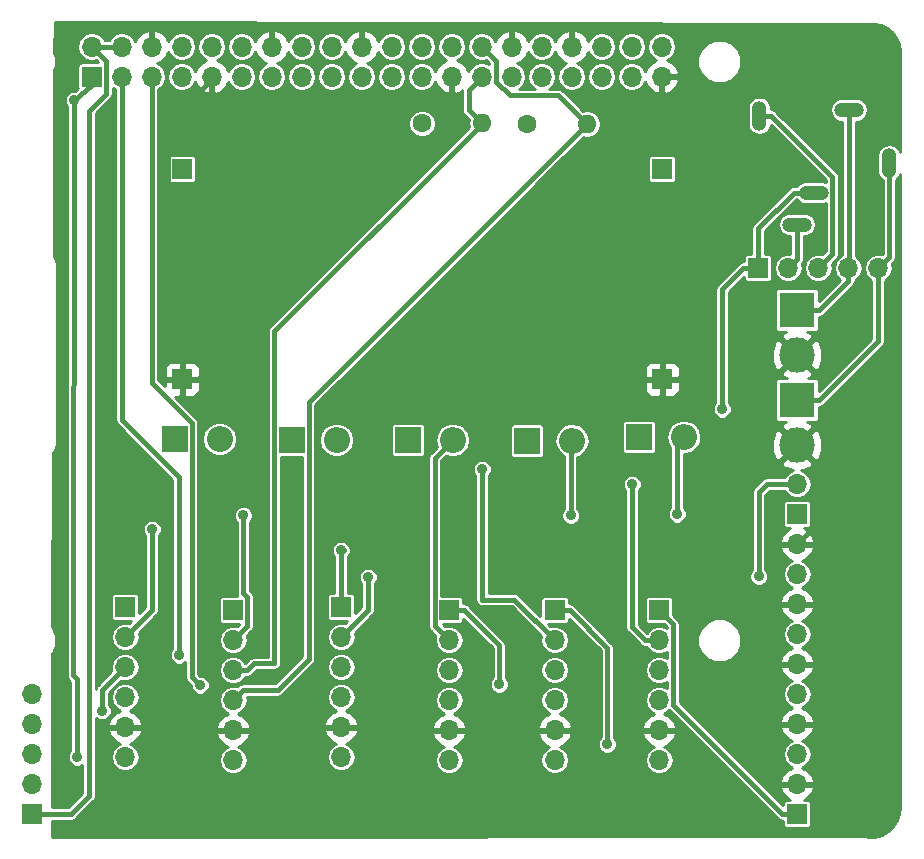
<source format=gtl>
G04 #@! TF.GenerationSoftware,KiCad,Pcbnew,(5.0.1)-4*
G04 #@! TF.CreationDate,2019-01-24T22:07:47-05:00*
G04 #@! TF.ProjectId,cubesatsim_solar,6375626573617473696D5F736F6C6172,B1.1*
G04 #@! TF.SameCoordinates,Original*
G04 #@! TF.FileFunction,Copper,L1,Top,Signal*
G04 #@! TF.FilePolarity,Positive*
%FSLAX46Y46*%
G04 Gerber Fmt 4.6, Leading zero omitted, Abs format (unit mm)*
G04 Created by KiCad (PCBNEW (5.0.1)-4) date 1/24/2019 10:07:47 PM*
%MOMM*%
%LPD*%
G01*
G04 APERTURE LIST*
G04 #@! TA.AperFunction,ComponentPad*
%ADD10C,2.999740*%
G04 #@! TD*
G04 #@! TA.AperFunction,ComponentPad*
%ADD11R,2.999740X2.999740*%
G04 #@! TD*
G04 #@! TA.AperFunction,ComponentPad*
%ADD12R,1.700000X1.700000*%
G04 #@! TD*
G04 #@! TA.AperFunction,ComponentPad*
%ADD13O,1.700000X1.700000*%
G04 #@! TD*
G04 #@! TA.AperFunction,ComponentPad*
%ADD14O,1.258000X2.516000*%
G04 #@! TD*
G04 #@! TA.AperFunction,ComponentPad*
%ADD15O,2.516000X1.258000*%
G04 #@! TD*
G04 #@! TA.AperFunction,ComponentPad*
%ADD16O,1.600000X1.600000*%
G04 #@! TD*
G04 #@! TA.AperFunction,ComponentPad*
%ADD17C,1.600000*%
G04 #@! TD*
G04 #@! TA.AperFunction,ComponentPad*
%ADD18O,2.200000X2.200000*%
G04 #@! TD*
G04 #@! TA.AperFunction,ComponentPad*
%ADD19R,2.200000X2.200000*%
G04 #@! TD*
G04 #@! TA.AperFunction,ViaPad*
%ADD20C,0.889000*%
G04 #@! TD*
G04 #@! TA.AperFunction,Conductor*
%ADD21C,0.400000*%
G04 #@! TD*
G04 #@! TA.AperFunction,Conductor*
%ADD22C,0.254000*%
G04 #@! TD*
G04 APERTURE END LIST*
D10*
G04 #@! TO.P,J4,2*
G04 #@! TO.N,GND*
X173000000Y-99668000D03*
D11*
G04 #@! TO.P,J4,1*
G04 #@! TO.N,Net-(J17-Pad5)*
X173000000Y-95858000D03*
G04 #@! TD*
G04 #@! TO.P,J3,1*
G04 #@! TO.N,Net-(J17-Pad1)*
X173000000Y-103478000D03*
D10*
G04 #@! TO.P,J3,2*
G04 #@! TO.N,GND*
X173000000Y-107288000D03*
G04 #@! TD*
D12*
G04 #@! TO.P,GPIO,1*
G04 #@! TO.N,+3V3*
X113290000Y-76090000D03*
D13*
G04 #@! TO.P,GPIO,2*
G04 #@! TO.N,+5V*
X113290000Y-73550000D03*
G04 #@! TO.P,GPIO,3*
G04 #@! TO.N,SDA_1*
X115830000Y-76090000D03*
G04 #@! TO.P,GPIO,4*
G04 #@! TO.N,+5V*
X115830000Y-73550000D03*
G04 #@! TO.P,GPIO,5*
G04 #@! TO.N,SCL_1*
X118370000Y-76090000D03*
G04 #@! TO.P,GPIO,6*
G04 #@! TO.N,GND*
X118370000Y-73550000D03*
G04 #@! TO.P,GPIO,7*
G04 #@! TO.N,Net-(P3-Pad7)*
X120910000Y-76090000D03*
G04 #@! TO.P,GPIO,8*
G04 #@! TO.N,Net-(P3-Pad8)*
X120910000Y-73550000D03*
G04 #@! TO.P,GPIO,9*
G04 #@! TO.N,GND*
X123450000Y-76090000D03*
G04 #@! TO.P,GPIO,10*
G04 #@! TO.N,Net-(P3-Pad10)*
X123450000Y-73550000D03*
G04 #@! TO.P,GPIO,11*
G04 #@! TO.N,Net-(P3-Pad11)*
X125990000Y-76090000D03*
G04 #@! TO.P,GPIO,12*
G04 #@! TO.N,Net-(P3-Pad12)*
X125990000Y-73550000D03*
G04 #@! TO.P,GPIO,13*
G04 #@! TO.N,Net-(P3-Pad13)*
X128530000Y-76090000D03*
G04 #@! TO.P,GPIO,14*
G04 #@! TO.N,GND*
X128530000Y-73550000D03*
G04 #@! TO.P,GPIO,15*
G04 #@! TO.N,Net-(P3-Pad15)*
X131070000Y-76090000D03*
G04 #@! TO.P,GPIO,16*
G04 #@! TO.N,Net-(P3-Pad16)*
X131070000Y-73550000D03*
G04 #@! TO.P,GPIO,17*
G04 #@! TO.N,Net-(P3-Pad17)*
X133610000Y-76090000D03*
G04 #@! TO.P,GPIO,18*
G04 #@! TO.N,Net-(P3-Pad18)*
X133610000Y-73550000D03*
G04 #@! TO.P,GPIO,19*
G04 #@! TO.N,Net-(P3-Pad19)*
X136150000Y-76090000D03*
G04 #@! TO.P,GPIO,20*
G04 #@! TO.N,GND*
X136150000Y-73550000D03*
G04 #@! TO.P,GPIO,21*
G04 #@! TO.N,Net-(P3-Pad21)*
X138690000Y-76090000D03*
G04 #@! TO.P,GPIO,22*
G04 #@! TO.N,Net-(P3-Pad22)*
X138690000Y-73550000D03*
G04 #@! TO.P,GPIO,23*
G04 #@! TO.N,Net-(P3-Pad23)*
X141230000Y-76090000D03*
G04 #@! TO.P,GPIO,24*
G04 #@! TO.N,Net-(P3-Pad24)*
X141230000Y-73550000D03*
G04 #@! TO.P,GPIO,25*
G04 #@! TO.N,GND*
X143770000Y-76090000D03*
G04 #@! TO.P,GPIO,26*
G04 #@! TO.N,Net-(P3-Pad26)*
X143770000Y-73550000D03*
G04 #@! TO.P,GPIO,27*
G04 #@! TO.N,SDA_3*
X146310000Y-76090000D03*
G04 #@! TO.P,GPIO,28*
G04 #@! TO.N,SCL_3*
X146310000Y-73550000D03*
G04 #@! TO.P,GPIO,29*
G04 #@! TO.N,Net-(P3-Pad29)*
X148850000Y-76090000D03*
G04 #@! TO.P,GPIO,30*
G04 #@! TO.N,GND*
X148850000Y-73550000D03*
G04 #@! TO.P,GPIO,31*
G04 #@! TO.N,Net-(P3-Pad31)*
X151390000Y-76090000D03*
G04 #@! TO.P,GPIO,32*
G04 #@! TO.N,Net-(P3-Pad32)*
X151390000Y-73550000D03*
G04 #@! TO.P,GPIO,33*
G04 #@! TO.N,Net-(P3-Pad33)*
X153930000Y-76090000D03*
G04 #@! TO.P,GPIO,34*
G04 #@! TO.N,GND*
X153930000Y-73550000D03*
G04 #@! TO.P,GPIO,35*
G04 #@! TO.N,Net-(P3-Pad35)*
X156470000Y-76090000D03*
G04 #@! TO.P,GPIO,36*
G04 #@! TO.N,Net-(P3-Pad36)*
X156470000Y-73550000D03*
G04 #@! TO.P,GPIO,37*
G04 #@! TO.N,Net-(P3-Pad37)*
X159010000Y-76090000D03*
G04 #@! TO.P,GPIO,38*
G04 #@! TO.N,N/C*
X159010000Y-73550000D03*
G04 #@! TO.P,GPIO,39*
G04 #@! TO.N,GND*
X161550000Y-76090000D03*
G04 #@! TO.P,GPIO,40*
G04 #@! TO.N,Net-(P3-Pad40)*
X161550000Y-73550000D03*
G04 #@! TD*
D14*
G04 #@! TO.P,J17,1*
G04 #@! TO.N,Net-(J17-Pad1)*
X180794000Y-83416000D03*
D15*
G04 #@! TO.P,J17,2*
G04 #@! TO.N,Net-(J13-Pad1)*
X172994000Y-88616000D03*
G04 #@! TO.P,J17,3*
G04 #@! TO.N,Net-(D1-Pad1)*
X174394000Y-85916000D03*
D14*
G04 #@! TO.P,J17,4*
G04 #@! TO.N,Net-(J15-Pad1)*
X169794000Y-79416000D03*
D15*
G04 #@! TO.P,J17,5*
G04 #@! TO.N,Net-(J17-Pad5)*
X177394000Y-78916000D03*
G04 #@! TD*
D12*
G04 #@! TO.P,IN+,1*
G04 #@! TO.N,Net-(J13-Pad1)*
X120930000Y-83920000D03*
G04 #@! TD*
G04 #@! TO.P,IN-,1*
G04 #@! TO.N,GND*
X120930000Y-101700000D03*
G04 #@! TD*
G04 #@! TO.P,OUT+,1*
G04 #@! TO.N,Net-(J15-Pad1)*
X161570000Y-83920000D03*
G04 #@! TD*
G04 #@! TO.P,OUT-,1*
G04 #@! TO.N,GND*
X161570000Y-101700000D03*
G04 #@! TD*
G04 #@! TO.P,J11,1*
G04 #@! TO.N,X-In*
X125248000Y-121258000D03*
D13*
G04 #@! TO.P,J11,2*
G04 #@! TO.N,X-Out*
X125248000Y-123798000D03*
G04 #@! TO.P,J11,3*
G04 #@! TO.N,SDA_3*
X125248000Y-126338000D03*
G04 #@! TO.P,J11,4*
G04 #@! TO.N,SCL_3*
X125248000Y-128878000D03*
G04 #@! TO.P,J11,5*
G04 #@! TO.N,GND*
X125248000Y-131418000D03*
G04 #@! TO.P,J11,6*
G04 #@! TO.N,+3V3*
X125248000Y-133958000D03*
G04 #@! TD*
D12*
G04 #@! TO.P,J6,1*
G04 #@! TO.N,+5V*
X108230000Y-138530000D03*
D13*
G04 #@! TO.P,J6,2*
G04 #@! TO.N,+3V3*
X108230000Y-135990000D03*
G04 #@! TO.P,J6,3*
G04 #@! TO.N,GND*
X108230000Y-133450000D03*
G04 #@! TO.P,J6,4*
G04 #@! TO.N,SDA_3*
X108230000Y-130910000D03*
G04 #@! TO.P,J6,5*
G04 #@! TO.N,SCL_3*
X108230000Y-128370000D03*
G04 #@! TD*
D16*
G04 #@! TO.P,R1,2*
G04 #@! TO.N,SCL_3*
X155220000Y-80110000D03*
D17*
G04 #@! TO.P,R1,1*
G04 #@! TO.N,+3V3*
X150140000Y-80110000D03*
G04 #@! TD*
G04 #@! TO.P,R2,1*
G04 #@! TO.N,+3V3*
X141250000Y-80046500D03*
D16*
G04 #@! TO.P,R2,2*
G04 #@! TO.N,SDA_3*
X146330000Y-80046500D03*
G04 #@! TD*
D12*
G04 #@! TO.P,J2,1*
G04 #@! TO.N,VbattIn*
X173000000Y-113130000D03*
D13*
G04 #@! TO.P,J2,2*
G04 #@! TO.N,VbattOut*
X173000000Y-110590000D03*
G04 #@! TD*
D12*
G04 #@! TO.P,J10,1*
G04 #@! TO.N,VbattIn*
X134392000Y-121004000D03*
D13*
G04 #@! TO.P,J10,2*
G04 #@! TO.N,VbattOut*
X134392000Y-123544000D03*
G04 #@! TO.P,J10,3*
G04 #@! TO.N,SDA_1*
X134392000Y-126084000D03*
G04 #@! TO.P,J10,4*
G04 #@! TO.N,SCL_1*
X134392000Y-128624000D03*
G04 #@! TO.P,J10,5*
G04 #@! TO.N,GND*
X134392000Y-131164000D03*
G04 #@! TO.P,J10,6*
G04 #@! TO.N,+3V3*
X134392000Y-133704000D03*
G04 #@! TD*
G04 #@! TO.P,J12,6*
G04 #@! TO.N,+3V3*
X116104000Y-133704000D03*
G04 #@! TO.P,J12,5*
G04 #@! TO.N,GND*
X116104000Y-131164000D03*
G04 #@! TO.P,J12,4*
G04 #@! TO.N,SCL_3*
X116104000Y-128624000D03*
G04 #@! TO.P,J12,3*
G04 #@! TO.N,SDA_3*
X116104000Y-126084000D03*
G04 #@! TO.P,J12,2*
G04 #@! TO.N,Y-Out*
X116104000Y-123544000D03*
D12*
G04 #@! TO.P,J12,1*
G04 #@! TO.N,Y-In*
X116104000Y-121004000D03*
G04 #@! TD*
G04 #@! TO.P,J8,1*
G04 #@! TO.N,Y+In*
X152489500Y-121258000D03*
D13*
G04 #@! TO.P,J8,2*
G04 #@! TO.N,Y+Out*
X152489500Y-123798000D03*
G04 #@! TO.P,J8,3*
G04 #@! TO.N,SDA_1*
X152489500Y-126338000D03*
G04 #@! TO.P,J8,4*
G04 #@! TO.N,SCL_1*
X152489500Y-128878000D03*
G04 #@! TO.P,J8,5*
G04 #@! TO.N,GND*
X152489500Y-131418000D03*
G04 #@! TO.P,J8,6*
G04 #@! TO.N,+3V3*
X152489500Y-133958000D03*
G04 #@! TD*
G04 #@! TO.P,J7,6*
G04 #@! TO.N,+3V3*
X161316000Y-133958000D03*
G04 #@! TO.P,J7,5*
G04 #@! TO.N,GND*
X161316000Y-131418000D03*
G04 #@! TO.P,J7,4*
G04 #@! TO.N,SCL_1*
X161316000Y-128878000D03*
G04 #@! TO.P,J7,3*
G04 #@! TO.N,SDA_1*
X161316000Y-126338000D03*
G04 #@! TO.P,J7,2*
G04 #@! TO.N,X+Out*
X161316000Y-123798000D03*
D12*
G04 #@! TO.P,J7,1*
G04 #@! TO.N,X+In*
X161316000Y-121258000D03*
G04 #@! TD*
G04 #@! TO.P,J9,1*
G04 #@! TO.N,Z+In*
X143536000Y-121258000D03*
D13*
G04 #@! TO.P,J9,2*
G04 #@! TO.N,Z+Out*
X143536000Y-123798000D03*
G04 #@! TO.P,J9,3*
G04 #@! TO.N,SDA_1*
X143536000Y-126338000D03*
G04 #@! TO.P,J9,4*
G04 #@! TO.N,SCL_1*
X143536000Y-128878000D03*
G04 #@! TO.P,J9,5*
G04 #@! TO.N,GND*
X143536000Y-131418000D03*
G04 #@! TO.P,J9,6*
G04 #@! TO.N,+3V3*
X143536000Y-133958000D03*
G04 #@! TD*
D12*
G04 #@! TO.P,J1,1*
G04 #@! TO.N,X+In*
X173000000Y-138530000D03*
D13*
G04 #@! TO.P,J1,2*
G04 #@! TO.N,GND*
X173000000Y-135990000D03*
G04 #@! TO.P,J1,3*
G04 #@! TO.N,Y+In*
X173000000Y-133450000D03*
G04 #@! TO.P,J1,4*
G04 #@! TO.N,GND*
X173000000Y-130910000D03*
G04 #@! TO.P,J1,5*
G04 #@! TO.N,Z+In*
X173000000Y-128370000D03*
G04 #@! TO.P,J1,6*
G04 #@! TO.N,GND*
X173000000Y-125830000D03*
G04 #@! TO.P,J1,7*
G04 #@! TO.N,X-In*
X173000000Y-123290000D03*
G04 #@! TO.P,J1,8*
G04 #@! TO.N,GND*
X173000000Y-120750000D03*
G04 #@! TO.P,J1,9*
G04 #@! TO.N,Y-In*
X173000000Y-118210000D03*
G04 #@! TO.P,J1,10*
G04 #@! TO.N,GND*
X173000000Y-115670000D03*
G04 #@! TD*
D18*
G04 #@! TO.P,D4,2*
G04 #@! TO.N,X-Out*
X153950000Y-106907000D03*
D19*
G04 #@! TO.P,D4,1*
G04 #@! TO.N,Net-(D1-Pad1)*
X150140000Y-106907000D03*
G04 #@! TD*
G04 #@! TO.P,D3,1*
G04 #@! TO.N,Net-(D1-Pad1)*
X140043500Y-106843500D03*
D18*
G04 #@! TO.P,D3,2*
G04 #@! TO.N,Z+Out*
X143853500Y-106843500D03*
G04 #@! TD*
G04 #@! TO.P,D5,2*
G04 #@! TO.N,Y-Out*
X163411500Y-106589500D03*
D19*
G04 #@! TO.P,D5,1*
G04 #@! TO.N,Net-(D1-Pad1)*
X159601500Y-106589500D03*
G04 #@! TD*
G04 #@! TO.P,D2,1*
G04 #@! TO.N,Net-(D1-Pad1)*
X130201000Y-106843500D03*
D18*
G04 #@! TO.P,D2,2*
G04 #@! TO.N,Y+Out*
X134011000Y-106843500D03*
G04 #@! TD*
D12*
G04 #@! TO.P,J5,1*
G04 #@! TO.N,Net-(D1-Pad1)*
X169698000Y-92302000D03*
D13*
G04 #@! TO.P,J5,2*
G04 #@! TO.N,Net-(J13-Pad1)*
X172238000Y-92302000D03*
G04 #@! TO.P,J5,3*
G04 #@! TO.N,Net-(J15-Pad1)*
X174778000Y-92302000D03*
G04 #@! TO.P,J5,4*
G04 #@! TO.N,Net-(J17-Pad5)*
X177318000Y-92302000D03*
G04 #@! TO.P,J5,5*
G04 #@! TO.N,Net-(J17-Pad1)*
X179858000Y-92302000D03*
G04 #@! TD*
D19*
G04 #@! TO.P,D1,1*
G04 #@! TO.N,Net-(D1-Pad1)*
X120295000Y-106780000D03*
D18*
G04 #@! TO.P,D1,2*
G04 #@! TO.N,X+Out*
X124105000Y-106780000D03*
G04 #@! TD*
D20*
G04 #@! TO.N,SDA_1*
X120676000Y-125068000D03*
G04 #@! TO.N,SCL_1*
X122454000Y-127608000D03*
G04 #@! TO.N,Net-(D1-Pad1)*
X166650000Y-104240000D03*
G04 #@! TO.N,X+Out*
X159030000Y-110590000D03*
G04 #@! TO.N,Y+In*
X156928001Y-132618001D03*
G04 #@! TO.N,Z+In*
X147784001Y-127538001D03*
G04 #@! TO.N,VbattIn*
X134392000Y-116178000D03*
G04 #@! TO.N,VbattOut*
X169751928Y-118410072D03*
X136678000Y-118464000D03*
G04 #@! TO.N,+3V3*
X112040000Y-133704000D03*
X111786000Y-78078000D03*
G04 #@! TO.N,Y+Out*
X146330000Y-109320000D03*
G04 #@! TO.N,Y-Out*
X118390000Y-114400000D03*
X118390000Y-114400000D03*
X162840000Y-113130000D03*
G04 #@! TO.N,X-Out*
X126130501Y-113250501D03*
X126130501Y-113250501D03*
X153829499Y-113250501D03*
G04 #@! TO.N,SDA_3*
X114159999Y-129806001D03*
G04 #@! TD*
D21*
G04 #@! TO.N,GND*
X123450000Y-76090000D02*
X123450000Y-76320000D01*
X120930000Y-97910000D02*
X120930000Y-99160000D01*
X119729999Y-96709999D02*
X120930000Y-97910000D01*
X119729999Y-80040001D02*
X119729999Y-96709999D01*
X123450000Y-76320000D02*
X119729999Y-80040001D01*
X173849999Y-114820001D02*
X173000000Y-115670000D01*
X174270000Y-114400000D02*
X173849999Y-114820001D01*
X120930000Y-99160000D02*
X120930000Y-101700000D01*
G04 #@! TO.N,+5V*
X113290000Y-73550000D02*
X115830000Y-73550000D01*
X108230000Y-138530000D02*
X111532000Y-138530000D01*
X111532000Y-138530000D02*
X113056000Y-137006000D01*
X113056000Y-137006000D02*
X113056000Y-78964412D01*
X113056000Y-78964412D02*
X114490001Y-77530411D01*
X114490001Y-77530411D02*
X114490001Y-74750001D01*
X114139999Y-74399999D02*
X113290000Y-73550000D01*
X114490001Y-74750001D02*
X114139999Y-74399999D01*
G04 #@! TO.N,SDA_1*
X115830000Y-105145002D02*
X115830000Y-76090000D01*
X120676000Y-109991002D02*
X120676000Y-125068000D01*
X115830000Y-105145002D02*
X120676000Y-109991002D01*
G04 #@! TO.N,SCL_1*
X118370000Y-102024998D02*
X118370000Y-76090000D01*
X121745001Y-105399999D02*
X118370000Y-102024998D01*
X121745001Y-126899001D02*
X121745001Y-105399999D01*
X122454000Y-127608000D02*
X121745001Y-126899001D01*
G04 #@! TO.N,Net-(D1-Pad1)*
X169698000Y-91052000D02*
X169698000Y-92302000D01*
X169698000Y-88954000D02*
X169698000Y-91052000D01*
X172736000Y-85916000D02*
X169698000Y-88954000D01*
X174394000Y-85916000D02*
X172736000Y-85916000D01*
X168448000Y-92302000D02*
X169698000Y-92302000D01*
X166650000Y-94100000D02*
X168448000Y-92302000D01*
X166650000Y-104240000D02*
X166650000Y-94100000D01*
G04 #@! TO.N,X+Out*
X159030000Y-110590000D02*
X159030000Y-110590000D01*
X159030000Y-111218617D02*
X159030000Y-110590000D01*
X159030000Y-122714081D02*
X159030000Y-111218617D01*
X160113919Y-123798000D02*
X159030000Y-122714081D01*
X161316000Y-123798000D02*
X160113919Y-123798000D01*
G04 #@! TO.N,X+In*
X162516001Y-122458001D02*
X161316000Y-121258000D01*
X162516001Y-129296001D02*
X162516001Y-122458001D01*
X171750000Y-138530000D02*
X162516001Y-129296001D01*
X173000000Y-138530000D02*
X171750000Y-138530000D01*
G04 #@! TO.N,Y+In*
X153739500Y-121258000D02*
X152489500Y-121258000D01*
X156928001Y-124446501D02*
X153739500Y-121258000D01*
X156928001Y-132618001D02*
X156928001Y-124446501D01*
G04 #@! TO.N,Z+In*
X144786000Y-121258000D02*
X143536000Y-121258000D01*
X147784001Y-124256001D02*
X144786000Y-121258000D01*
X147784001Y-127538001D02*
X147784001Y-124256001D01*
G04 #@! TO.N,VbattIn*
X134392000Y-121004000D02*
X134392000Y-116178000D01*
X134392000Y-115924000D02*
X134646000Y-116178000D01*
X134392000Y-116178000D02*
X134392000Y-115924000D01*
G04 #@! TO.N,VbattOut*
X170460000Y-110590000D02*
X173000000Y-110590000D01*
X169751928Y-111298072D02*
X170460000Y-110590000D01*
X169751928Y-111298072D02*
X169751928Y-118410072D01*
X169751928Y-118210000D02*
X169751928Y-118410072D01*
X169751928Y-118410072D02*
X169751928Y-118210000D01*
X136678000Y-121258000D02*
X134392000Y-123544000D01*
X136678000Y-118464000D02*
X136678000Y-121258000D01*
G04 #@! TO.N,+3V3*
X113290000Y-76090000D02*
X113290000Y-76574000D01*
X112040000Y-133704000D02*
X112040000Y-133704000D01*
X112040000Y-127608000D02*
X112040000Y-133704000D01*
X112040000Y-127100000D02*
X112040000Y-127608000D01*
X111737952Y-126797952D02*
X112040000Y-127100000D01*
X111786000Y-78078000D02*
X111737952Y-126797952D01*
X113290000Y-76090000D02*
X113290000Y-76828000D01*
X113290000Y-76828000D02*
X111786000Y-78078000D01*
G04 #@! TO.N,Y+Out*
X146330000Y-109320000D02*
X146330000Y-109320000D01*
X146330000Y-120369000D02*
X146330000Y-119480000D01*
X146330000Y-120369000D02*
X146330000Y-118210000D01*
X146330000Y-119099000D02*
X146330000Y-118210000D01*
X146330000Y-118210000D02*
X146330000Y-109320000D01*
X149060500Y-120369000D02*
X152489500Y-123798000D01*
X146330000Y-120369000D02*
X149060500Y-120369000D01*
G04 #@! TO.N,Y-Out*
X118390000Y-114400000D02*
X118390000Y-114400000D01*
X118390000Y-114400000D02*
X118390000Y-114400000D01*
X162840000Y-107161000D02*
X163411500Y-106589500D01*
X162840000Y-113130000D02*
X162840000Y-107161000D01*
X118390000Y-121258000D02*
X118390000Y-114400000D01*
X116104000Y-123544000D02*
X118390000Y-121258000D01*
G04 #@! TO.N,Z+Out*
X142753501Y-107943499D02*
X143853500Y-106843500D01*
X142335999Y-108361001D02*
X142753501Y-107943499D01*
X142335999Y-122597999D02*
X142335999Y-108361001D01*
X143536000Y-123798000D02*
X142335999Y-122597999D01*
G04 #@! TO.N,X-Out*
X126130501Y-113250501D02*
X126010000Y-113130000D01*
X126130501Y-113250501D02*
X126130501Y-113250501D01*
X126130501Y-113250501D02*
X126130501Y-113250501D01*
X153829499Y-107027501D02*
X153950000Y-106907000D01*
X153829499Y-113250501D02*
X153829499Y-107027501D01*
X126097999Y-122948001D02*
X125248000Y-123798000D01*
X126448001Y-122597999D02*
X126097999Y-122948001D01*
X126448001Y-120127999D02*
X126448001Y-122597999D01*
X126130501Y-119810499D02*
X126448001Y-120127999D01*
X126130501Y-113250501D02*
X126130501Y-119810499D01*
G04 #@! TO.N,Net-(J13-Pad1)*
X172994000Y-91546000D02*
X172238000Y-92302000D01*
X172994000Y-88616000D02*
X172994000Y-91546000D01*
G04 #@! TO.N,Net-(J15-Pad1)*
X175627999Y-91452001D02*
X174778000Y-92302000D01*
X176002010Y-91077990D02*
X175627999Y-91452001D01*
X176002010Y-84595010D02*
X176002010Y-91077990D01*
X170823000Y-79416000D02*
X176002010Y-84595010D01*
X169794000Y-79416000D02*
X170823000Y-79416000D01*
G04 #@! TO.N,SDA_3*
X145530001Y-80846499D02*
X146330000Y-80046500D01*
X128750999Y-97625501D02*
X145530001Y-80846499D01*
X128750999Y-125756001D02*
X128750999Y-97625501D01*
X145197990Y-77202010D02*
X146310000Y-76090000D01*
X145197990Y-78914490D02*
X145197990Y-77202010D01*
X146330000Y-80046500D02*
X145197990Y-78914490D01*
X114159999Y-128028001D02*
X116104000Y-126084000D01*
X114159999Y-129806001D02*
X114159999Y-128028001D01*
X127032080Y-125756001D02*
X128750999Y-125756001D01*
X126450081Y-126338000D02*
X127032080Y-125756001D01*
X125248000Y-126338000D02*
X126450081Y-126338000D01*
G04 #@! TO.N,SCL_3*
X154420001Y-80909999D02*
X155220000Y-80110000D01*
X131651001Y-103678999D02*
X154420001Y-80909999D01*
X131651001Y-125395999D02*
X131651001Y-103678999D01*
X129018999Y-128028001D02*
X131651001Y-125395999D01*
X126097999Y-128028001D02*
X129018999Y-128028001D01*
X125248000Y-128878000D02*
X126097999Y-128028001D01*
X147159999Y-74399999D02*
X146310000Y-73550000D01*
X147510001Y-74750001D02*
X147159999Y-74399999D01*
X147510001Y-76526003D02*
X147510001Y-74750001D01*
X148672418Y-77688420D02*
X147510001Y-76526003D01*
X152798420Y-77688420D02*
X148672418Y-77688420D01*
X155220000Y-80110000D02*
X152798420Y-77688420D01*
G04 #@! TO.N,Net-(J17-Pad1)*
X180794000Y-91366000D02*
X179858000Y-92302000D01*
X180794000Y-83416000D02*
X180794000Y-91366000D01*
X179858000Y-98519870D02*
X179858000Y-95604000D01*
X174899870Y-103478000D02*
X179858000Y-98519870D01*
X173000000Y-103478000D02*
X174899870Y-103478000D01*
X179858000Y-92302000D02*
X179858000Y-95604000D01*
X179858000Y-95604000D02*
X179858000Y-95858000D01*
G04 #@! TO.N,Net-(J17-Pad5)*
X177394000Y-92226000D02*
X177318000Y-92302000D01*
X177394000Y-78916000D02*
X177394000Y-92226000D01*
X177318000Y-93439870D02*
X177318000Y-92302000D01*
X174899870Y-95858000D02*
X177318000Y-93439870D01*
X173000000Y-95858000D02*
X174899870Y-95858000D01*
G04 #@! TD*
D22*
G04 #@! TO.N,GND*
G36*
X178881222Y-71627083D02*
X178884752Y-71626389D01*
X178889868Y-71626884D01*
X178894128Y-71626759D01*
X179523951Y-71605092D01*
X180092561Y-71724189D01*
X180616347Y-71975479D01*
X181065074Y-72344457D01*
X181412831Y-72809817D01*
X181639548Y-73344700D01*
X181735426Y-73938623D01*
X181737000Y-74018027D01*
X181737000Y-82473716D01*
X181722791Y-82402282D01*
X181504866Y-82076134D01*
X181178718Y-81858209D01*
X180794000Y-81781684D01*
X180409283Y-81858209D01*
X180083135Y-82076134D01*
X179865210Y-82402282D01*
X179808001Y-82689892D01*
X179808000Y-84142107D01*
X179865209Y-84429717D01*
X180083134Y-84755866D01*
X180237000Y-84858676D01*
X180237001Y-91135282D01*
X180227443Y-91144840D01*
X179976877Y-91095000D01*
X179739123Y-91095000D01*
X179387052Y-91165031D01*
X178987802Y-91431802D01*
X178721031Y-91831052D01*
X178627354Y-92302000D01*
X178721031Y-92772948D01*
X178987802Y-93172198D01*
X179301000Y-93381471D01*
X179301001Y-95549138D01*
X179301000Y-95549143D01*
X179301000Y-95912858D01*
X179301001Y-95912862D01*
X179301000Y-98289153D01*
X174863864Y-102726290D01*
X174863864Y-101978130D01*
X174836157Y-101838836D01*
X174757253Y-101720747D01*
X174639164Y-101641843D01*
X174499870Y-101614136D01*
X173900482Y-101614136D01*
X174174505Y-101500632D01*
X174334272Y-101181877D01*
X173000000Y-99847605D01*
X171665728Y-101181877D01*
X171825495Y-101500632D01*
X172115046Y-101614136D01*
X171500130Y-101614136D01*
X171360836Y-101641843D01*
X171242747Y-101720747D01*
X171163843Y-101838836D01*
X171136136Y-101978130D01*
X171136136Y-104977870D01*
X171163843Y-105117164D01*
X171242747Y-105235253D01*
X171360836Y-105314157D01*
X171500130Y-105341864D01*
X172099518Y-105341864D01*
X171825495Y-105455368D01*
X171665728Y-105774123D01*
X173000000Y-107108395D01*
X174334272Y-105774123D01*
X174174505Y-105455368D01*
X173884954Y-105341864D01*
X174499870Y-105341864D01*
X174639164Y-105314157D01*
X174757253Y-105235253D01*
X174836157Y-105117164D01*
X174863864Y-104977870D01*
X174863864Y-104038749D01*
X174899870Y-104045911D01*
X174954724Y-104035000D01*
X174954728Y-104035000D01*
X175117201Y-104002682D01*
X175301444Y-103879574D01*
X175332520Y-103833067D01*
X180213070Y-98952517D01*
X180259574Y-98921444D01*
X180382682Y-98737201D01*
X180415000Y-98574728D01*
X180415000Y-98574724D01*
X180425911Y-98519870D01*
X180415000Y-98465016D01*
X180415000Y-93381471D01*
X180728198Y-93172198D01*
X180994969Y-92772948D01*
X181088646Y-92302000D01*
X181015160Y-91932557D01*
X181149069Y-91798648D01*
X181195574Y-91767574D01*
X181239857Y-91701301D01*
X181294239Y-91619912D01*
X181318682Y-91583331D01*
X181351000Y-91420858D01*
X181351000Y-91420854D01*
X181361911Y-91366000D01*
X181351000Y-91311146D01*
X181351000Y-84858676D01*
X181504866Y-84755866D01*
X181722791Y-84429718D01*
X181737000Y-84358283D01*
X181737001Y-137808083D01*
X181742197Y-137834204D01*
X181739738Y-137847868D01*
X181664770Y-138490886D01*
X181460078Y-139054803D01*
X181131144Y-139556511D01*
X180695614Y-139969091D01*
X180176858Y-140270408D01*
X179602693Y-140444306D01*
X179067948Y-140477481D01*
X179000426Y-140432460D01*
X178881683Y-140408961D01*
X114127283Y-140472500D01*
X109884086Y-140472500D01*
X109889106Y-139087000D01*
X111477146Y-139087000D01*
X111532000Y-139097911D01*
X111586854Y-139087000D01*
X111586858Y-139087000D01*
X111749331Y-139054682D01*
X111933574Y-138931574D01*
X111964649Y-138885067D01*
X113411070Y-137438647D01*
X113457574Y-137407574D01*
X113580682Y-137223331D01*
X113613000Y-137060858D01*
X113613000Y-137060855D01*
X113623911Y-137006001D01*
X113613000Y-136951147D01*
X113613000Y-131520890D01*
X114662524Y-131520890D01*
X114832355Y-131930924D01*
X115222642Y-132359183D01*
X115655652Y-132562536D01*
X115633052Y-132567031D01*
X115233802Y-132833802D01*
X114967031Y-133233052D01*
X114873354Y-133704000D01*
X114967031Y-134174948D01*
X115233802Y-134574198D01*
X115633052Y-134840969D01*
X115985123Y-134911000D01*
X116222877Y-134911000D01*
X116574948Y-134840969D01*
X116974198Y-134574198D01*
X117240969Y-134174948D01*
X117334646Y-133704000D01*
X117240969Y-133233052D01*
X116974198Y-132833802D01*
X116574948Y-132567031D01*
X116552348Y-132562536D01*
X116985358Y-132359183D01*
X117375645Y-131930924D01*
X117440272Y-131774890D01*
X123806524Y-131774890D01*
X123976355Y-132184924D01*
X124366642Y-132613183D01*
X124799652Y-132816536D01*
X124777052Y-132821031D01*
X124377802Y-133087802D01*
X124111031Y-133487052D01*
X124017354Y-133958000D01*
X124111031Y-134428948D01*
X124377802Y-134828198D01*
X124777052Y-135094969D01*
X125129123Y-135165000D01*
X125366877Y-135165000D01*
X125718948Y-135094969D01*
X126118198Y-134828198D01*
X126384969Y-134428948D01*
X126478646Y-133958000D01*
X126384969Y-133487052D01*
X126118198Y-133087802D01*
X125718948Y-132821031D01*
X125696348Y-132816536D01*
X126129358Y-132613183D01*
X126519645Y-132184924D01*
X126689476Y-131774890D01*
X126568155Y-131545000D01*
X125375000Y-131545000D01*
X125375000Y-131565000D01*
X125121000Y-131565000D01*
X125121000Y-131545000D01*
X123927845Y-131545000D01*
X123806524Y-131774890D01*
X117440272Y-131774890D01*
X117545476Y-131520890D01*
X132950524Y-131520890D01*
X133120355Y-131930924D01*
X133510642Y-132359183D01*
X133943652Y-132562536D01*
X133921052Y-132567031D01*
X133521802Y-132833802D01*
X133255031Y-133233052D01*
X133161354Y-133704000D01*
X133255031Y-134174948D01*
X133521802Y-134574198D01*
X133921052Y-134840969D01*
X134273123Y-134911000D01*
X134510877Y-134911000D01*
X134862948Y-134840969D01*
X135262198Y-134574198D01*
X135528969Y-134174948D01*
X135622646Y-133704000D01*
X135528969Y-133233052D01*
X135262198Y-132833802D01*
X134862948Y-132567031D01*
X134840348Y-132562536D01*
X135273358Y-132359183D01*
X135663645Y-131930924D01*
X135728272Y-131774890D01*
X142094524Y-131774890D01*
X142264355Y-132184924D01*
X142654642Y-132613183D01*
X143087652Y-132816536D01*
X143065052Y-132821031D01*
X142665802Y-133087802D01*
X142399031Y-133487052D01*
X142305354Y-133958000D01*
X142399031Y-134428948D01*
X142665802Y-134828198D01*
X143065052Y-135094969D01*
X143417123Y-135165000D01*
X143654877Y-135165000D01*
X144006948Y-135094969D01*
X144406198Y-134828198D01*
X144672969Y-134428948D01*
X144766646Y-133958000D01*
X144672969Y-133487052D01*
X144406198Y-133087802D01*
X144006948Y-132821031D01*
X143984348Y-132816536D01*
X144417358Y-132613183D01*
X144807645Y-132184924D01*
X144977476Y-131774890D01*
X151048024Y-131774890D01*
X151217855Y-132184924D01*
X151608142Y-132613183D01*
X152041152Y-132816536D01*
X152018552Y-132821031D01*
X151619302Y-133087802D01*
X151352531Y-133487052D01*
X151258854Y-133958000D01*
X151352531Y-134428948D01*
X151619302Y-134828198D01*
X152018552Y-135094969D01*
X152370623Y-135165000D01*
X152608377Y-135165000D01*
X152960448Y-135094969D01*
X153359698Y-134828198D01*
X153626469Y-134428948D01*
X153720146Y-133958000D01*
X153626469Y-133487052D01*
X153359698Y-133087802D01*
X152960448Y-132821031D01*
X152937848Y-132816536D01*
X153370858Y-132613183D01*
X153761145Y-132184924D01*
X153930976Y-131774890D01*
X153809655Y-131545000D01*
X152616500Y-131545000D01*
X152616500Y-131565000D01*
X152362500Y-131565000D01*
X152362500Y-131545000D01*
X151169345Y-131545000D01*
X151048024Y-131774890D01*
X144977476Y-131774890D01*
X144856155Y-131545000D01*
X143663000Y-131545000D01*
X143663000Y-131565000D01*
X143409000Y-131565000D01*
X143409000Y-131545000D01*
X142215845Y-131545000D01*
X142094524Y-131774890D01*
X135728272Y-131774890D01*
X135833476Y-131520890D01*
X135712155Y-131291000D01*
X134519000Y-131291000D01*
X134519000Y-131311000D01*
X134265000Y-131311000D01*
X134265000Y-131291000D01*
X133071845Y-131291000D01*
X132950524Y-131520890D01*
X117545476Y-131520890D01*
X117424155Y-131291000D01*
X116231000Y-131291000D01*
X116231000Y-131311000D01*
X115977000Y-131311000D01*
X115977000Y-131291000D01*
X114783845Y-131291000D01*
X114662524Y-131520890D01*
X113613000Y-131520890D01*
X113613000Y-131061110D01*
X123806524Y-131061110D01*
X123927845Y-131291000D01*
X125121000Y-131291000D01*
X125121000Y-131271000D01*
X125375000Y-131271000D01*
X125375000Y-131291000D01*
X126568155Y-131291000D01*
X126689476Y-131061110D01*
X142094524Y-131061110D01*
X142215845Y-131291000D01*
X143409000Y-131291000D01*
X143409000Y-131271000D01*
X143663000Y-131271000D01*
X143663000Y-131291000D01*
X144856155Y-131291000D01*
X144977476Y-131061110D01*
X151048024Y-131061110D01*
X151169345Y-131291000D01*
X152362500Y-131291000D01*
X152362500Y-131271000D01*
X152616500Y-131271000D01*
X152616500Y-131291000D01*
X153809655Y-131291000D01*
X153930976Y-131061110D01*
X153761145Y-130651076D01*
X153370858Y-130222817D01*
X152937848Y-130019464D01*
X152960448Y-130014969D01*
X153359698Y-129748198D01*
X153626469Y-129348948D01*
X153720146Y-128878000D01*
X153626469Y-128407052D01*
X153359698Y-128007802D01*
X152960448Y-127741031D01*
X152608377Y-127671000D01*
X152370623Y-127671000D01*
X152018552Y-127741031D01*
X151619302Y-128007802D01*
X151352531Y-128407052D01*
X151258854Y-128878000D01*
X151352531Y-129348948D01*
X151619302Y-129748198D01*
X152018552Y-130014969D01*
X152041152Y-130019464D01*
X151608142Y-130222817D01*
X151217855Y-130651076D01*
X151048024Y-131061110D01*
X144977476Y-131061110D01*
X144807645Y-130651076D01*
X144417358Y-130222817D01*
X143984348Y-130019464D01*
X144006948Y-130014969D01*
X144406198Y-129748198D01*
X144672969Y-129348948D01*
X144766646Y-128878000D01*
X144672969Y-128407052D01*
X144406198Y-128007802D01*
X144006948Y-127741031D01*
X143654877Y-127671000D01*
X143417123Y-127671000D01*
X143065052Y-127741031D01*
X142665802Y-128007802D01*
X142399031Y-128407052D01*
X142305354Y-128878000D01*
X142399031Y-129348948D01*
X142665802Y-129748198D01*
X143065052Y-130014969D01*
X143087652Y-130019464D01*
X142654642Y-130222817D01*
X142264355Y-130651076D01*
X142094524Y-131061110D01*
X126689476Y-131061110D01*
X126584273Y-130807110D01*
X132950524Y-130807110D01*
X133071845Y-131037000D01*
X134265000Y-131037000D01*
X134265000Y-131017000D01*
X134519000Y-131017000D01*
X134519000Y-131037000D01*
X135712155Y-131037000D01*
X135833476Y-130807110D01*
X135663645Y-130397076D01*
X135273358Y-129968817D01*
X134840348Y-129765464D01*
X134862948Y-129760969D01*
X135262198Y-129494198D01*
X135528969Y-129094948D01*
X135622646Y-128624000D01*
X135528969Y-128153052D01*
X135262198Y-127753802D01*
X134862948Y-127487031D01*
X134510877Y-127417000D01*
X134273123Y-127417000D01*
X133921052Y-127487031D01*
X133521802Y-127753802D01*
X133255031Y-128153052D01*
X133161354Y-128624000D01*
X133255031Y-129094948D01*
X133521802Y-129494198D01*
X133921052Y-129760969D01*
X133943652Y-129765464D01*
X133510642Y-129968817D01*
X133120355Y-130397076D01*
X132950524Y-130807110D01*
X126584273Y-130807110D01*
X126519645Y-130651076D01*
X126129358Y-130222817D01*
X125696348Y-130019464D01*
X125718948Y-130014969D01*
X126118198Y-129748198D01*
X126384969Y-129348948D01*
X126478646Y-128878000D01*
X126420365Y-128585001D01*
X128964145Y-128585001D01*
X129018999Y-128595912D01*
X129073853Y-128585001D01*
X129073857Y-128585001D01*
X129236330Y-128552683D01*
X129420573Y-128429575D01*
X129451649Y-128383067D01*
X131750716Y-126084000D01*
X133161354Y-126084000D01*
X133255031Y-126554948D01*
X133521802Y-126954198D01*
X133921052Y-127220969D01*
X134273123Y-127291000D01*
X134510877Y-127291000D01*
X134862948Y-127220969D01*
X135262198Y-126954198D01*
X135528969Y-126554948D01*
X135572122Y-126338000D01*
X142305354Y-126338000D01*
X142399031Y-126808948D01*
X142665802Y-127208198D01*
X143065052Y-127474969D01*
X143417123Y-127545000D01*
X143654877Y-127545000D01*
X144006948Y-127474969D01*
X144406198Y-127208198D01*
X144672969Y-126808948D01*
X144766646Y-126338000D01*
X144672969Y-125867052D01*
X144406198Y-125467802D01*
X144006948Y-125201031D01*
X143654877Y-125131000D01*
X143417123Y-125131000D01*
X143065052Y-125201031D01*
X142665802Y-125467802D01*
X142399031Y-125867052D01*
X142305354Y-126338000D01*
X135572122Y-126338000D01*
X135622646Y-126084000D01*
X135528969Y-125613052D01*
X135262198Y-125213802D01*
X134862948Y-124947031D01*
X134510877Y-124877000D01*
X134273123Y-124877000D01*
X133921052Y-124947031D01*
X133521802Y-125213802D01*
X133255031Y-125613052D01*
X133161354Y-126084000D01*
X131750716Y-126084000D01*
X132006068Y-125828648D01*
X132052575Y-125797573D01*
X132175683Y-125613330D01*
X132208001Y-125450857D01*
X132208001Y-125450853D01*
X132218912Y-125395999D01*
X132208001Y-125341145D01*
X132208001Y-123544000D01*
X133161354Y-123544000D01*
X133255031Y-124014948D01*
X133521802Y-124414198D01*
X133921052Y-124680969D01*
X134273123Y-124751000D01*
X134510877Y-124751000D01*
X134862948Y-124680969D01*
X135262198Y-124414198D01*
X135528969Y-124014948D01*
X135622646Y-123544000D01*
X135549159Y-123174557D01*
X137033069Y-121690648D01*
X137079574Y-121659574D01*
X137202682Y-121475331D01*
X137235000Y-121312858D01*
X137235000Y-121312855D01*
X137245911Y-121258001D01*
X137235000Y-121203147D01*
X137235000Y-119040492D01*
X137357479Y-118918013D01*
X137479500Y-118623428D01*
X137479500Y-118304572D01*
X137357479Y-118009987D01*
X137132013Y-117784521D01*
X136837428Y-117662500D01*
X136518572Y-117662500D01*
X136223987Y-117784521D01*
X135998521Y-118009987D01*
X135876500Y-118304572D01*
X135876500Y-118623428D01*
X135998521Y-118918013D01*
X136121000Y-119040492D01*
X136121001Y-121027282D01*
X135605994Y-121542289D01*
X135605994Y-120154000D01*
X135578287Y-120014706D01*
X135499383Y-119896617D01*
X135381294Y-119817713D01*
X135242000Y-119790006D01*
X134949000Y-119790006D01*
X134949000Y-116754492D01*
X135071479Y-116632013D01*
X135167616Y-116399918D01*
X135170682Y-116395329D01*
X135171759Y-116389916D01*
X135193500Y-116337428D01*
X135193500Y-116280614D01*
X135213911Y-116177999D01*
X135193500Y-116075384D01*
X135193500Y-116018572D01*
X135171759Y-115966085D01*
X135170682Y-115960669D01*
X135167614Y-115956077D01*
X135071479Y-115723987D01*
X134846013Y-115498521D01*
X134613923Y-115402386D01*
X134609331Y-115399318D01*
X134603914Y-115398241D01*
X134551428Y-115376500D01*
X134494618Y-115376500D01*
X134392000Y-115356088D01*
X134289383Y-115376500D01*
X134232572Y-115376500D01*
X134180085Y-115398241D01*
X134174670Y-115399318D01*
X134170080Y-115402385D01*
X133937987Y-115498521D01*
X133712521Y-115723987D01*
X133590500Y-116018572D01*
X133590500Y-116337428D01*
X133712521Y-116632013D01*
X133835001Y-116754493D01*
X133835000Y-119790006D01*
X133542000Y-119790006D01*
X133402706Y-119817713D01*
X133284617Y-119896617D01*
X133205713Y-120014706D01*
X133178006Y-120154000D01*
X133178006Y-121854000D01*
X133205713Y-121993294D01*
X133284617Y-122111383D01*
X133402706Y-122190287D01*
X133542000Y-122217994D01*
X134930290Y-122217994D01*
X134761443Y-122386841D01*
X134510877Y-122337000D01*
X134273123Y-122337000D01*
X133921052Y-122407031D01*
X133521802Y-122673802D01*
X133255031Y-123073052D01*
X133161354Y-123544000D01*
X132208001Y-123544000D01*
X132208001Y-108361001D01*
X141768088Y-108361001D01*
X141779000Y-108415860D01*
X141778999Y-122543145D01*
X141768088Y-122597999D01*
X141778999Y-122652853D01*
X141778999Y-122652856D01*
X141811317Y-122815329D01*
X141934425Y-122999573D01*
X141980932Y-123030648D01*
X142378841Y-123428557D01*
X142305354Y-123798000D01*
X142399031Y-124268948D01*
X142665802Y-124668198D01*
X143065052Y-124934969D01*
X143417123Y-125005000D01*
X143654877Y-125005000D01*
X144006948Y-124934969D01*
X144406198Y-124668198D01*
X144672969Y-124268948D01*
X144766646Y-123798000D01*
X144672969Y-123327052D01*
X144406198Y-122927802D01*
X144006948Y-122661031D01*
X143654877Y-122591000D01*
X143417123Y-122591000D01*
X143166557Y-122640841D01*
X142997710Y-122471994D01*
X144386000Y-122471994D01*
X144525294Y-122444287D01*
X144643383Y-122365383D01*
X144722287Y-122247294D01*
X144749994Y-122108000D01*
X144749994Y-122009710D01*
X147227002Y-124486719D01*
X147227001Y-126961509D01*
X147104522Y-127083988D01*
X146982501Y-127378573D01*
X146982501Y-127697429D01*
X147104522Y-127992014D01*
X147329988Y-128217480D01*
X147624573Y-128339501D01*
X147943429Y-128339501D01*
X148238014Y-128217480D01*
X148463480Y-127992014D01*
X148585501Y-127697429D01*
X148585501Y-127378573D01*
X148463480Y-127083988D01*
X148341001Y-126961509D01*
X148341001Y-126338000D01*
X151258854Y-126338000D01*
X151352531Y-126808948D01*
X151619302Y-127208198D01*
X152018552Y-127474969D01*
X152370623Y-127545000D01*
X152608377Y-127545000D01*
X152960448Y-127474969D01*
X153359698Y-127208198D01*
X153626469Y-126808948D01*
X153720146Y-126338000D01*
X153626469Y-125867052D01*
X153359698Y-125467802D01*
X152960448Y-125201031D01*
X152608377Y-125131000D01*
X152370623Y-125131000D01*
X152018552Y-125201031D01*
X151619302Y-125467802D01*
X151352531Y-125867052D01*
X151258854Y-126338000D01*
X148341001Y-126338000D01*
X148341001Y-124310855D01*
X148351912Y-124256001D01*
X148341001Y-124201147D01*
X148341001Y-124201143D01*
X148308683Y-124038670D01*
X148185575Y-123854427D01*
X148139070Y-123823353D01*
X145218649Y-120902933D01*
X145187574Y-120856426D01*
X145003331Y-120733318D01*
X144840858Y-120701000D01*
X144840854Y-120701000D01*
X144786000Y-120690089D01*
X144749994Y-120697251D01*
X144749994Y-120408000D01*
X144722287Y-120268706D01*
X144643383Y-120150617D01*
X144525294Y-120071713D01*
X144386000Y-120044006D01*
X142892999Y-120044006D01*
X142892999Y-109160572D01*
X145528500Y-109160572D01*
X145528500Y-109479428D01*
X145650521Y-109774013D01*
X145773001Y-109896493D01*
X145773000Y-118155142D01*
X145773000Y-119153857D01*
X145773001Y-119153860D01*
X145773000Y-119425140D01*
X145773000Y-120314142D01*
X145762088Y-120369000D01*
X145805318Y-120586331D01*
X145903532Y-120733318D01*
X145928426Y-120770574D01*
X146112669Y-120893682D01*
X146330000Y-120936912D01*
X146384858Y-120926000D01*
X148829784Y-120926000D01*
X151332340Y-123428557D01*
X151258854Y-123798000D01*
X151352531Y-124268948D01*
X151619302Y-124668198D01*
X152018552Y-124934969D01*
X152370623Y-125005000D01*
X152608377Y-125005000D01*
X152960448Y-124934969D01*
X153359698Y-124668198D01*
X153626469Y-124268948D01*
X153720146Y-123798000D01*
X153626469Y-123327052D01*
X153359698Y-122927802D01*
X152960448Y-122661031D01*
X152608377Y-122591000D01*
X152370623Y-122591000D01*
X152120057Y-122640840D01*
X151951211Y-122471994D01*
X153339500Y-122471994D01*
X153478794Y-122444287D01*
X153596883Y-122365383D01*
X153675787Y-122247294D01*
X153703494Y-122108000D01*
X153703494Y-122009710D01*
X156371002Y-124677219D01*
X156371001Y-132041509D01*
X156248522Y-132163988D01*
X156126501Y-132458573D01*
X156126501Y-132777429D01*
X156248522Y-133072014D01*
X156473988Y-133297480D01*
X156768573Y-133419501D01*
X157087429Y-133419501D01*
X157382014Y-133297480D01*
X157607480Y-133072014D01*
X157729501Y-132777429D01*
X157729501Y-132458573D01*
X157607480Y-132163988D01*
X157485001Y-132041509D01*
X157485001Y-131774890D01*
X159874524Y-131774890D01*
X160044355Y-132184924D01*
X160434642Y-132613183D01*
X160867652Y-132816536D01*
X160845052Y-132821031D01*
X160445802Y-133087802D01*
X160179031Y-133487052D01*
X160085354Y-133958000D01*
X160179031Y-134428948D01*
X160445802Y-134828198D01*
X160845052Y-135094969D01*
X161197123Y-135165000D01*
X161434877Y-135165000D01*
X161786948Y-135094969D01*
X162186198Y-134828198D01*
X162452969Y-134428948D01*
X162546646Y-133958000D01*
X162452969Y-133487052D01*
X162186198Y-133087802D01*
X161786948Y-132821031D01*
X161764348Y-132816536D01*
X162197358Y-132613183D01*
X162587645Y-132184924D01*
X162757476Y-131774890D01*
X162636155Y-131545000D01*
X161443000Y-131545000D01*
X161443000Y-131565000D01*
X161189000Y-131565000D01*
X161189000Y-131545000D01*
X159995845Y-131545000D01*
X159874524Y-131774890D01*
X157485001Y-131774890D01*
X157485001Y-124501354D01*
X157495912Y-124446500D01*
X157485001Y-124391646D01*
X157485001Y-124391643D01*
X157452683Y-124229170D01*
X157329575Y-124044927D01*
X157283070Y-124013853D01*
X154172149Y-120902933D01*
X154141074Y-120856426D01*
X153956831Y-120733318D01*
X153794358Y-120701000D01*
X153794354Y-120701000D01*
X153739500Y-120690089D01*
X153703494Y-120697251D01*
X153703494Y-120408000D01*
X153675787Y-120268706D01*
X153596883Y-120150617D01*
X153478794Y-120071713D01*
X153339500Y-120044006D01*
X151639500Y-120044006D01*
X151500206Y-120071713D01*
X151382117Y-120150617D01*
X151303213Y-120268706D01*
X151275506Y-120408000D01*
X151275506Y-121796289D01*
X149493149Y-120013933D01*
X149462074Y-119967426D01*
X149277831Y-119844318D01*
X149115358Y-119812000D01*
X149115354Y-119812000D01*
X149060500Y-119801089D01*
X149005646Y-119812000D01*
X146887000Y-119812000D01*
X146887000Y-109896492D01*
X147009479Y-109774013D01*
X147131500Y-109479428D01*
X147131500Y-109160572D01*
X147009479Y-108865987D01*
X146784013Y-108640521D01*
X146489428Y-108518500D01*
X146170572Y-108518500D01*
X145875987Y-108640521D01*
X145650521Y-108865987D01*
X145528500Y-109160572D01*
X142892999Y-109160572D01*
X142892999Y-108591717D01*
X143186149Y-108298568D01*
X143186151Y-108298565D01*
X143275263Y-108209453D01*
X143285007Y-108215964D01*
X143709999Y-108300500D01*
X143997001Y-108300500D01*
X144421993Y-108215964D01*
X144903938Y-107893938D01*
X145225964Y-107411993D01*
X145339044Y-106843500D01*
X145225964Y-106275007D01*
X144913252Y-105807000D01*
X148676006Y-105807000D01*
X148676006Y-108007000D01*
X148703713Y-108146294D01*
X148782617Y-108264383D01*
X148900706Y-108343287D01*
X149040000Y-108370994D01*
X151240000Y-108370994D01*
X151379294Y-108343287D01*
X151497383Y-108264383D01*
X151576287Y-108146294D01*
X151603994Y-108007000D01*
X151603994Y-106907000D01*
X152464456Y-106907000D01*
X152577536Y-107475493D01*
X152899562Y-107957438D01*
X153272500Y-108206628D01*
X153272499Y-112674009D01*
X153150020Y-112796488D01*
X153027999Y-113091073D01*
X153027999Y-113409929D01*
X153150020Y-113704514D01*
X153375486Y-113929980D01*
X153670071Y-114052001D01*
X153988927Y-114052001D01*
X154283512Y-113929980D01*
X154508978Y-113704514D01*
X154630999Y-113409929D01*
X154630999Y-113091073D01*
X154508978Y-112796488D01*
X154386499Y-112674009D01*
X154386499Y-110430572D01*
X158228500Y-110430572D01*
X158228500Y-110749428D01*
X158350521Y-111044013D01*
X158473000Y-111166492D01*
X158473000Y-111273474D01*
X158473001Y-111273479D01*
X158473000Y-122659227D01*
X158462089Y-122714081D01*
X158473000Y-122768935D01*
X158473000Y-122768938D01*
X158505318Y-122931411D01*
X158628426Y-123115655D01*
X158674934Y-123146731D01*
X159681269Y-124153066D01*
X159712345Y-124199574D01*
X159896588Y-124322682D01*
X160059061Y-124355000D01*
X160059065Y-124355000D01*
X160113919Y-124365911D01*
X160168773Y-124355000D01*
X160236529Y-124355000D01*
X160445802Y-124668198D01*
X160845052Y-124934969D01*
X161197123Y-125005000D01*
X161434877Y-125005000D01*
X161786948Y-124934969D01*
X161959002Y-124820006D01*
X161959002Y-125315994D01*
X161786948Y-125201031D01*
X161434877Y-125131000D01*
X161197123Y-125131000D01*
X160845052Y-125201031D01*
X160445802Y-125467802D01*
X160179031Y-125867052D01*
X160085354Y-126338000D01*
X160179031Y-126808948D01*
X160445802Y-127208198D01*
X160845052Y-127474969D01*
X161197123Y-127545000D01*
X161434877Y-127545000D01*
X161786948Y-127474969D01*
X161959001Y-127360006D01*
X161959001Y-127855994D01*
X161786948Y-127741031D01*
X161434877Y-127671000D01*
X161197123Y-127671000D01*
X160845052Y-127741031D01*
X160445802Y-128007802D01*
X160179031Y-128407052D01*
X160085354Y-128878000D01*
X160179031Y-129348948D01*
X160445802Y-129748198D01*
X160845052Y-130014969D01*
X160867652Y-130019464D01*
X160434642Y-130222817D01*
X160044355Y-130651076D01*
X159874524Y-131061110D01*
X159995845Y-131291000D01*
X161189000Y-131291000D01*
X161189000Y-131271000D01*
X161443000Y-131271000D01*
X161443000Y-131291000D01*
X162636155Y-131291000D01*
X162757476Y-131061110D01*
X162587645Y-130651076D01*
X162197358Y-130222817D01*
X161764348Y-130019464D01*
X161786948Y-130014969D01*
X162182772Y-129750488D01*
X171317352Y-138885069D01*
X171348426Y-138931574D01*
X171394931Y-138962648D01*
X171394932Y-138962649D01*
X171412932Y-138974676D01*
X171532669Y-139054682D01*
X171695142Y-139087000D01*
X171695146Y-139087000D01*
X171750000Y-139097911D01*
X171786006Y-139090749D01*
X171786006Y-139380000D01*
X171813713Y-139519294D01*
X171892617Y-139637383D01*
X172010706Y-139716287D01*
X172150000Y-139743994D01*
X173850000Y-139743994D01*
X173989294Y-139716287D01*
X174107383Y-139637383D01*
X174186287Y-139519294D01*
X174213994Y-139380000D01*
X174213994Y-137680000D01*
X174186287Y-137540706D01*
X174107383Y-137422617D01*
X173989294Y-137343713D01*
X173850000Y-137316006D01*
X173602790Y-137316006D01*
X173881358Y-137185183D01*
X174271645Y-136756924D01*
X174441476Y-136346890D01*
X174320155Y-136117000D01*
X173127000Y-136117000D01*
X173127000Y-136137000D01*
X172873000Y-136137000D01*
X172873000Y-136117000D01*
X171679845Y-136117000D01*
X171558524Y-136346890D01*
X171728355Y-136756924D01*
X172118642Y-137185183D01*
X172397210Y-137316006D01*
X172150000Y-137316006D01*
X172010706Y-137343713D01*
X171892617Y-137422617D01*
X171813713Y-137540706D01*
X171786006Y-137680000D01*
X171786006Y-137778289D01*
X165274607Y-131266890D01*
X171558524Y-131266890D01*
X171728355Y-131676924D01*
X172118642Y-132105183D01*
X172551652Y-132308536D01*
X172529052Y-132313031D01*
X172129802Y-132579802D01*
X171863031Y-132979052D01*
X171769354Y-133450000D01*
X171863031Y-133920948D01*
X172129802Y-134320198D01*
X172529052Y-134586969D01*
X172551652Y-134591464D01*
X172118642Y-134794817D01*
X171728355Y-135223076D01*
X171558524Y-135633110D01*
X171679845Y-135863000D01*
X172873000Y-135863000D01*
X172873000Y-135843000D01*
X173127000Y-135843000D01*
X173127000Y-135863000D01*
X174320155Y-135863000D01*
X174441476Y-135633110D01*
X174271645Y-135223076D01*
X173881358Y-134794817D01*
X173448348Y-134591464D01*
X173470948Y-134586969D01*
X173870198Y-134320198D01*
X174136969Y-133920948D01*
X174230646Y-133450000D01*
X174136969Y-132979052D01*
X173870198Y-132579802D01*
X173470948Y-132313031D01*
X173448348Y-132308536D01*
X173881358Y-132105183D01*
X174271645Y-131676924D01*
X174441476Y-131266890D01*
X174320155Y-131037000D01*
X173127000Y-131037000D01*
X173127000Y-131057000D01*
X172873000Y-131057000D01*
X172873000Y-131037000D01*
X171679845Y-131037000D01*
X171558524Y-131266890D01*
X165274607Y-131266890D01*
X163073001Y-129065285D01*
X163073001Y-126186890D01*
X171558524Y-126186890D01*
X171728355Y-126596924D01*
X172118642Y-127025183D01*
X172551652Y-127228536D01*
X172529052Y-127233031D01*
X172129802Y-127499802D01*
X171863031Y-127899052D01*
X171769354Y-128370000D01*
X171863031Y-128840948D01*
X172129802Y-129240198D01*
X172529052Y-129506969D01*
X172551652Y-129511464D01*
X172118642Y-129714817D01*
X171728355Y-130143076D01*
X171558524Y-130553110D01*
X171679845Y-130783000D01*
X172873000Y-130783000D01*
X172873000Y-130763000D01*
X173127000Y-130763000D01*
X173127000Y-130783000D01*
X174320155Y-130783000D01*
X174441476Y-130553110D01*
X174271645Y-130143076D01*
X173881358Y-129714817D01*
X173448348Y-129511464D01*
X173470948Y-129506969D01*
X173870198Y-129240198D01*
X174136969Y-128840948D01*
X174230646Y-128370000D01*
X174136969Y-127899052D01*
X173870198Y-127499802D01*
X173470948Y-127233031D01*
X173448348Y-127228536D01*
X173881358Y-127025183D01*
X174271645Y-126596924D01*
X174441476Y-126186890D01*
X174320155Y-125957000D01*
X173127000Y-125957000D01*
X173127000Y-125977000D01*
X172873000Y-125977000D01*
X172873000Y-125957000D01*
X171679845Y-125957000D01*
X171558524Y-126186890D01*
X163073001Y-126186890D01*
X163073001Y-123450646D01*
X164563130Y-123450646D01*
X164563130Y-124189354D01*
X164845822Y-124871832D01*
X165368168Y-125394178D01*
X166050646Y-125676870D01*
X166789354Y-125676870D01*
X167471832Y-125394178D01*
X167994178Y-124871832D01*
X168276870Y-124189354D01*
X168276870Y-123450646D01*
X167994178Y-122768168D01*
X167471832Y-122245822D01*
X166789354Y-121963130D01*
X166050646Y-121963130D01*
X165368168Y-122245822D01*
X164845822Y-122768168D01*
X164563130Y-123450646D01*
X163073001Y-123450646D01*
X163073001Y-122512855D01*
X163083912Y-122458001D01*
X163073001Y-122403147D01*
X163073001Y-122403143D01*
X163040683Y-122240670D01*
X162954296Y-122111383D01*
X162948650Y-122102933D01*
X162948649Y-122102932D01*
X162917575Y-122056427D01*
X162871070Y-122025353D01*
X162529994Y-121684277D01*
X162529994Y-121106890D01*
X171558524Y-121106890D01*
X171728355Y-121516924D01*
X172118642Y-121945183D01*
X172551652Y-122148536D01*
X172529052Y-122153031D01*
X172129802Y-122419802D01*
X171863031Y-122819052D01*
X171769354Y-123290000D01*
X171863031Y-123760948D01*
X172129802Y-124160198D01*
X172529052Y-124426969D01*
X172551652Y-124431464D01*
X172118642Y-124634817D01*
X171728355Y-125063076D01*
X171558524Y-125473110D01*
X171679845Y-125703000D01*
X172873000Y-125703000D01*
X172873000Y-125683000D01*
X173127000Y-125683000D01*
X173127000Y-125703000D01*
X174320155Y-125703000D01*
X174441476Y-125473110D01*
X174271645Y-125063076D01*
X173881358Y-124634817D01*
X173448348Y-124431464D01*
X173470948Y-124426969D01*
X173870198Y-124160198D01*
X174136969Y-123760948D01*
X174230646Y-123290000D01*
X174136969Y-122819052D01*
X173870198Y-122419802D01*
X173470948Y-122153031D01*
X173448348Y-122148536D01*
X173881358Y-121945183D01*
X174271645Y-121516924D01*
X174441476Y-121106890D01*
X174320155Y-120877000D01*
X173127000Y-120877000D01*
X173127000Y-120897000D01*
X172873000Y-120897000D01*
X172873000Y-120877000D01*
X171679845Y-120877000D01*
X171558524Y-121106890D01*
X162529994Y-121106890D01*
X162529994Y-120408000D01*
X162502287Y-120268706D01*
X162423383Y-120150617D01*
X162305294Y-120071713D01*
X162166000Y-120044006D01*
X160466000Y-120044006D01*
X160326706Y-120071713D01*
X160208617Y-120150617D01*
X160129713Y-120268706D01*
X160102006Y-120408000D01*
X160102006Y-122108000D01*
X160129713Y-122247294D01*
X160208617Y-122365383D01*
X160326706Y-122444287D01*
X160466000Y-122471994D01*
X161742277Y-122471994D01*
X161959002Y-122688719D01*
X161959002Y-122775994D01*
X161786948Y-122661031D01*
X161434877Y-122591000D01*
X161197123Y-122591000D01*
X160845052Y-122661031D01*
X160445802Y-122927802D01*
X160279830Y-123176195D01*
X159587000Y-122483365D01*
X159587000Y-118250644D01*
X168950428Y-118250644D01*
X168950428Y-118569500D01*
X169072449Y-118864085D01*
X169297915Y-119089551D01*
X169592500Y-119211572D01*
X169911356Y-119211572D01*
X170205941Y-119089551D01*
X170431407Y-118864085D01*
X170553428Y-118569500D01*
X170553428Y-118250644D01*
X170431407Y-117956059D01*
X170308928Y-117833580D01*
X170308928Y-116026890D01*
X171558524Y-116026890D01*
X171728355Y-116436924D01*
X172118642Y-116865183D01*
X172551652Y-117068536D01*
X172529052Y-117073031D01*
X172129802Y-117339802D01*
X171863031Y-117739052D01*
X171769354Y-118210000D01*
X171863031Y-118680948D01*
X172129802Y-119080198D01*
X172529052Y-119346969D01*
X172551652Y-119351464D01*
X172118642Y-119554817D01*
X171728355Y-119983076D01*
X171558524Y-120393110D01*
X171679845Y-120623000D01*
X172873000Y-120623000D01*
X172873000Y-120603000D01*
X173127000Y-120603000D01*
X173127000Y-120623000D01*
X174320155Y-120623000D01*
X174441476Y-120393110D01*
X174271645Y-119983076D01*
X173881358Y-119554817D01*
X173448348Y-119351464D01*
X173470948Y-119346969D01*
X173870198Y-119080198D01*
X174136969Y-118680948D01*
X174230646Y-118210000D01*
X174136969Y-117739052D01*
X173870198Y-117339802D01*
X173470948Y-117073031D01*
X173448348Y-117068536D01*
X173881358Y-116865183D01*
X174271645Y-116436924D01*
X174441476Y-116026890D01*
X174320155Y-115797000D01*
X173127000Y-115797000D01*
X173127000Y-115817000D01*
X172873000Y-115817000D01*
X172873000Y-115797000D01*
X171679845Y-115797000D01*
X171558524Y-116026890D01*
X170308928Y-116026890D01*
X170308928Y-115313110D01*
X171558524Y-115313110D01*
X171679845Y-115543000D01*
X172873000Y-115543000D01*
X172873000Y-115523000D01*
X173127000Y-115523000D01*
X173127000Y-115543000D01*
X174320155Y-115543000D01*
X174441476Y-115313110D01*
X174271645Y-114903076D01*
X173881358Y-114474817D01*
X173602790Y-114343994D01*
X173850000Y-114343994D01*
X173989294Y-114316287D01*
X174107383Y-114237383D01*
X174186287Y-114119294D01*
X174213994Y-113980000D01*
X174213994Y-112280000D01*
X174186287Y-112140706D01*
X174107383Y-112022617D01*
X173989294Y-111943713D01*
X173850000Y-111916006D01*
X172150000Y-111916006D01*
X172010706Y-111943713D01*
X171892617Y-112022617D01*
X171813713Y-112140706D01*
X171786006Y-112280000D01*
X171786006Y-113980000D01*
X171813713Y-114119294D01*
X171892617Y-114237383D01*
X172010706Y-114316287D01*
X172150000Y-114343994D01*
X172397210Y-114343994D01*
X172118642Y-114474817D01*
X171728355Y-114903076D01*
X171558524Y-115313110D01*
X170308928Y-115313110D01*
X170308928Y-111528788D01*
X170690717Y-111147000D01*
X171920529Y-111147000D01*
X172129802Y-111460198D01*
X172529052Y-111726969D01*
X172881123Y-111797000D01*
X173118877Y-111797000D01*
X173470948Y-111726969D01*
X173870198Y-111460198D01*
X174136969Y-111060948D01*
X174230646Y-110590000D01*
X174136969Y-110119052D01*
X173870198Y-109719802D01*
X173470948Y-109453031D01*
X173293119Y-109417659D01*
X173465366Y-109414367D01*
X174174505Y-109120632D01*
X174334272Y-108801877D01*
X173000000Y-107467605D01*
X171665728Y-108801877D01*
X171825495Y-109120632D01*
X172616217Y-109430595D01*
X172644570Y-109430053D01*
X172529052Y-109453031D01*
X172129802Y-109719802D01*
X171920529Y-110033000D01*
X170514853Y-110033000D01*
X170459999Y-110022089D01*
X170405145Y-110033000D01*
X170405142Y-110033000D01*
X170242669Y-110065318D01*
X170058426Y-110188426D01*
X170027352Y-110234931D01*
X169396861Y-110865423D01*
X169350354Y-110896498D01*
X169227246Y-111080742D01*
X169194928Y-111243215D01*
X169194928Y-111243218D01*
X169184017Y-111298072D01*
X169194928Y-111352926D01*
X169194929Y-117833579D01*
X169072449Y-117956059D01*
X168950428Y-118250644D01*
X159587000Y-118250644D01*
X159587000Y-111166492D01*
X159709479Y-111044013D01*
X159831500Y-110749428D01*
X159831500Y-110430572D01*
X159709479Y-110135987D01*
X159484013Y-109910521D01*
X159189428Y-109788500D01*
X158870572Y-109788500D01*
X158575987Y-109910521D01*
X158350521Y-110135987D01*
X158228500Y-110430572D01*
X154386499Y-110430572D01*
X154386499Y-108305719D01*
X154518493Y-108279464D01*
X155000438Y-107957438D01*
X155322464Y-107475493D01*
X155435544Y-106907000D01*
X155322464Y-106338507D01*
X155000438Y-105856562D01*
X154518493Y-105534536D01*
X154292082Y-105489500D01*
X158137506Y-105489500D01*
X158137506Y-107689500D01*
X158165213Y-107828794D01*
X158244117Y-107946883D01*
X158362206Y-108025787D01*
X158501500Y-108053494D01*
X160701500Y-108053494D01*
X160840794Y-108025787D01*
X160958883Y-107946883D01*
X161037787Y-107828794D01*
X161065494Y-107689500D01*
X161065494Y-106589500D01*
X161925956Y-106589500D01*
X162039036Y-107157993D01*
X162283001Y-107523112D01*
X162283000Y-112553508D01*
X162160521Y-112675987D01*
X162038500Y-112970572D01*
X162038500Y-113289428D01*
X162160521Y-113584013D01*
X162385987Y-113809479D01*
X162680572Y-113931500D01*
X162999428Y-113931500D01*
X163294013Y-113809479D01*
X163519479Y-113584013D01*
X163641500Y-113289428D01*
X163641500Y-112970572D01*
X163519479Y-112675987D01*
X163397000Y-112553508D01*
X163397000Y-108046500D01*
X163555001Y-108046500D01*
X163979993Y-107961964D01*
X164461938Y-107639938D01*
X164783964Y-107157993D01*
X164834443Y-106904217D01*
X170857405Y-106904217D01*
X170873633Y-107753366D01*
X171167368Y-108462505D01*
X171486123Y-108622272D01*
X172820395Y-107288000D01*
X173179605Y-107288000D01*
X174513877Y-108622272D01*
X174832632Y-108462505D01*
X175142595Y-107671783D01*
X175126367Y-106822634D01*
X174832632Y-106113495D01*
X174513877Y-105953728D01*
X173179605Y-107288000D01*
X172820395Y-107288000D01*
X171486123Y-105953728D01*
X171167368Y-106113495D01*
X170857405Y-106904217D01*
X164834443Y-106904217D01*
X164897044Y-106589500D01*
X164783964Y-106021007D01*
X164461938Y-105539062D01*
X163979993Y-105217036D01*
X163555001Y-105132500D01*
X163267999Y-105132500D01*
X162843007Y-105217036D01*
X162361062Y-105539062D01*
X162039036Y-106021007D01*
X161925956Y-106589500D01*
X161065494Y-106589500D01*
X161065494Y-105489500D01*
X161037787Y-105350206D01*
X160958883Y-105232117D01*
X160840794Y-105153213D01*
X160701500Y-105125506D01*
X158501500Y-105125506D01*
X158362206Y-105153213D01*
X158244117Y-105232117D01*
X158165213Y-105350206D01*
X158137506Y-105489500D01*
X154292082Y-105489500D01*
X154093501Y-105450000D01*
X153806499Y-105450000D01*
X153381507Y-105534536D01*
X152899562Y-105856562D01*
X152577536Y-106338507D01*
X152464456Y-106907000D01*
X151603994Y-106907000D01*
X151603994Y-105807000D01*
X151576287Y-105667706D01*
X151497383Y-105549617D01*
X151379294Y-105470713D01*
X151240000Y-105443006D01*
X149040000Y-105443006D01*
X148900706Y-105470713D01*
X148782617Y-105549617D01*
X148703713Y-105667706D01*
X148676006Y-105807000D01*
X144913252Y-105807000D01*
X144903938Y-105793062D01*
X144421993Y-105471036D01*
X143997001Y-105386500D01*
X143709999Y-105386500D01*
X143285007Y-105471036D01*
X142803062Y-105793062D01*
X142481036Y-106275007D01*
X142367956Y-106843500D01*
X142481036Y-107411993D01*
X142487547Y-107421737D01*
X142398435Y-107510849D01*
X142398432Y-107510851D01*
X141980930Y-107928354D01*
X141934426Y-107959427D01*
X141903352Y-108005932D01*
X141903351Y-108005933D01*
X141890955Y-108024485D01*
X141815925Y-108136776D01*
X141811317Y-108143672D01*
X141768088Y-108361001D01*
X132208001Y-108361001D01*
X132208001Y-106843500D01*
X132525456Y-106843500D01*
X132638536Y-107411993D01*
X132960562Y-107893938D01*
X133442507Y-108215964D01*
X133867499Y-108300500D01*
X134154501Y-108300500D01*
X134579493Y-108215964D01*
X135061438Y-107893938D01*
X135383464Y-107411993D01*
X135496544Y-106843500D01*
X135383464Y-106275007D01*
X135061438Y-105793062D01*
X134987264Y-105743500D01*
X138579506Y-105743500D01*
X138579506Y-107943500D01*
X138607213Y-108082794D01*
X138686117Y-108200883D01*
X138804206Y-108279787D01*
X138943500Y-108307494D01*
X141143500Y-108307494D01*
X141282794Y-108279787D01*
X141400883Y-108200883D01*
X141479787Y-108082794D01*
X141507494Y-107943500D01*
X141507494Y-105743500D01*
X141479787Y-105604206D01*
X141400883Y-105486117D01*
X141282794Y-105407213D01*
X141143500Y-105379506D01*
X138943500Y-105379506D01*
X138804206Y-105407213D01*
X138686117Y-105486117D01*
X138607213Y-105604206D01*
X138579506Y-105743500D01*
X134987264Y-105743500D01*
X134579493Y-105471036D01*
X134154501Y-105386500D01*
X133867499Y-105386500D01*
X133442507Y-105471036D01*
X132960562Y-105793062D01*
X132638536Y-106275007D01*
X132525456Y-106843500D01*
X132208001Y-106843500D01*
X132208001Y-104080572D01*
X165848500Y-104080572D01*
X165848500Y-104399428D01*
X165970521Y-104694013D01*
X166195987Y-104919479D01*
X166490572Y-105041500D01*
X166809428Y-105041500D01*
X167104013Y-104919479D01*
X167329479Y-104694013D01*
X167451500Y-104399428D01*
X167451500Y-104080572D01*
X167329479Y-103785987D01*
X167207000Y-103663508D01*
X167207000Y-99284217D01*
X170857405Y-99284217D01*
X170873633Y-100133366D01*
X171167368Y-100842505D01*
X171486123Y-101002272D01*
X172820395Y-99668000D01*
X173179605Y-99668000D01*
X174513877Y-101002272D01*
X174832632Y-100842505D01*
X175142595Y-100051783D01*
X175126367Y-99202634D01*
X174832632Y-98493495D01*
X174513877Y-98333728D01*
X173179605Y-99668000D01*
X172820395Y-99668000D01*
X171486123Y-98333728D01*
X171167368Y-98493495D01*
X170857405Y-99284217D01*
X167207000Y-99284217D01*
X167207000Y-94358130D01*
X171136136Y-94358130D01*
X171136136Y-97357870D01*
X171163843Y-97497164D01*
X171242747Y-97615253D01*
X171360836Y-97694157D01*
X171500130Y-97721864D01*
X172099518Y-97721864D01*
X171825495Y-97835368D01*
X171665728Y-98154123D01*
X173000000Y-99488395D01*
X174334272Y-98154123D01*
X174174505Y-97835368D01*
X173884954Y-97721864D01*
X174499870Y-97721864D01*
X174639164Y-97694157D01*
X174757253Y-97615253D01*
X174836157Y-97497164D01*
X174863864Y-97357870D01*
X174863864Y-96418749D01*
X174899870Y-96425911D01*
X174954724Y-96415000D01*
X174954728Y-96415000D01*
X175117201Y-96382682D01*
X175301444Y-96259574D01*
X175332519Y-96213067D01*
X177673070Y-93872517D01*
X177719574Y-93841444D01*
X177842682Y-93657201D01*
X177875000Y-93494728D01*
X177875000Y-93494725D01*
X177885911Y-93439871D01*
X177875000Y-93385017D01*
X177875000Y-93381471D01*
X178188198Y-93172198D01*
X178454969Y-92772948D01*
X178548646Y-92302000D01*
X178454969Y-91831052D01*
X178188198Y-91431802D01*
X177951000Y-91273311D01*
X177951000Y-79902000D01*
X178120108Y-79902000D01*
X178407718Y-79844791D01*
X178733866Y-79626866D01*
X178951791Y-79300718D01*
X179028316Y-78916000D01*
X178951791Y-78531282D01*
X178733866Y-78205134D01*
X178407718Y-77987209D01*
X178120108Y-77930000D01*
X176667892Y-77930000D01*
X176380282Y-77987209D01*
X176054134Y-78205134D01*
X175836209Y-78531282D01*
X175759684Y-78916000D01*
X175836209Y-79300718D01*
X176054134Y-79626866D01*
X176380282Y-79844791D01*
X176667892Y-79902000D01*
X176837000Y-79902000D01*
X176837001Y-91171747D01*
X176447802Y-91431802D01*
X176181031Y-91831052D01*
X176087354Y-92302000D01*
X176181031Y-92772948D01*
X176447802Y-93172198D01*
X176657703Y-93312450D01*
X174863864Y-95106290D01*
X174863864Y-94358130D01*
X174836157Y-94218836D01*
X174757253Y-94100747D01*
X174639164Y-94021843D01*
X174499870Y-93994136D01*
X171500130Y-93994136D01*
X171360836Y-94021843D01*
X171242747Y-94100747D01*
X171163843Y-94218836D01*
X171136136Y-94358130D01*
X167207000Y-94358130D01*
X167207000Y-94330716D01*
X168484006Y-93053711D01*
X168484006Y-93152000D01*
X168511713Y-93291294D01*
X168590617Y-93409383D01*
X168708706Y-93488287D01*
X168848000Y-93515994D01*
X170548000Y-93515994D01*
X170687294Y-93488287D01*
X170805383Y-93409383D01*
X170884287Y-93291294D01*
X170911994Y-93152000D01*
X170911994Y-92302000D01*
X171007354Y-92302000D01*
X171101031Y-92772948D01*
X171367802Y-93172198D01*
X171767052Y-93438969D01*
X172119123Y-93509000D01*
X172356877Y-93509000D01*
X172708948Y-93438969D01*
X173108198Y-93172198D01*
X173374969Y-92772948D01*
X173468646Y-92302000D01*
X173397556Y-91944607D01*
X173427078Y-91900426D01*
X173518682Y-91763331D01*
X173531017Y-91701318D01*
X173551000Y-91600858D01*
X173551000Y-91600855D01*
X173561911Y-91546001D01*
X173551000Y-91491147D01*
X173551000Y-89602000D01*
X173720108Y-89602000D01*
X174007718Y-89544791D01*
X174333866Y-89326866D01*
X174551791Y-89000718D01*
X174628316Y-88616000D01*
X174551791Y-88231282D01*
X174333866Y-87905134D01*
X174007718Y-87687209D01*
X173720108Y-87630000D01*
X172267892Y-87630000D01*
X171980282Y-87687209D01*
X171654134Y-87905134D01*
X171436209Y-88231282D01*
X171359684Y-88616000D01*
X171436209Y-89000718D01*
X171654134Y-89326866D01*
X171980282Y-89544791D01*
X172267892Y-89602000D01*
X172437000Y-89602000D01*
X172437001Y-91110938D01*
X172356877Y-91095000D01*
X172119123Y-91095000D01*
X171767052Y-91165031D01*
X171367802Y-91431802D01*
X171101031Y-91831052D01*
X171007354Y-92302000D01*
X170911994Y-92302000D01*
X170911994Y-91452000D01*
X170884287Y-91312706D01*
X170805383Y-91194617D01*
X170687294Y-91115713D01*
X170548000Y-91088006D01*
X170255000Y-91088006D01*
X170255000Y-89184716D01*
X172957490Y-86482227D01*
X173054134Y-86626866D01*
X173380282Y-86844791D01*
X173667892Y-86902000D01*
X175120108Y-86902000D01*
X175407718Y-86844791D01*
X175445010Y-86819873D01*
X175445011Y-90847272D01*
X175147443Y-91144840D01*
X174896877Y-91095000D01*
X174659123Y-91095000D01*
X174307052Y-91165031D01*
X173907802Y-91431802D01*
X173641031Y-91831052D01*
X173547354Y-92302000D01*
X173641031Y-92772948D01*
X173907802Y-93172198D01*
X174307052Y-93438969D01*
X174659123Y-93509000D01*
X174896877Y-93509000D01*
X175248948Y-93438969D01*
X175648198Y-93172198D01*
X175914969Y-92772948D01*
X176008646Y-92302000D01*
X175935160Y-91932557D01*
X176357079Y-91510638D01*
X176403584Y-91479564D01*
X176461385Y-91393060D01*
X176526692Y-91295321D01*
X176546723Y-91194617D01*
X176559010Y-91132848D01*
X176559010Y-91132845D01*
X176569921Y-91077991D01*
X176559010Y-91023137D01*
X176559010Y-84649863D01*
X176569921Y-84595009D01*
X176559010Y-84540153D01*
X176559010Y-84540152D01*
X176526692Y-84377679D01*
X176403584Y-84193436D01*
X176357080Y-84162363D01*
X171255650Y-79060933D01*
X171224574Y-79014426D01*
X171040331Y-78891318D01*
X170877858Y-78859000D01*
X170877854Y-78859000D01*
X170823000Y-78848089D01*
X170780000Y-78856642D01*
X170780000Y-78689892D01*
X170722791Y-78402282D01*
X170504866Y-78076134D01*
X170178717Y-77858209D01*
X169794000Y-77781684D01*
X169409282Y-77858209D01*
X169083134Y-78076134D01*
X168865209Y-78402283D01*
X168808000Y-78689893D01*
X168808001Y-80142108D01*
X168865210Y-80429718D01*
X169083135Y-80755866D01*
X169409283Y-80973791D01*
X169794000Y-81050316D01*
X170178718Y-80973791D01*
X170504866Y-80755866D01*
X170722791Y-80429718D01*
X170776913Y-80157629D01*
X175445010Y-84825727D01*
X175445010Y-85012127D01*
X175407718Y-84987209D01*
X175120108Y-84930000D01*
X173667892Y-84930000D01*
X173380282Y-84987209D01*
X173054134Y-85205134D01*
X172951324Y-85359000D01*
X172790854Y-85359000D01*
X172736000Y-85348089D01*
X172681146Y-85359000D01*
X172681142Y-85359000D01*
X172518669Y-85391318D01*
X172439317Y-85444340D01*
X172380932Y-85483351D01*
X172380931Y-85483352D01*
X172334426Y-85514426D01*
X172303352Y-85560931D01*
X169342933Y-88521351D01*
X169296426Y-88552426D01*
X169173318Y-88736670D01*
X169141000Y-88899143D01*
X169141000Y-88899146D01*
X169130089Y-88954000D01*
X169141000Y-89008854D01*
X169141001Y-90997138D01*
X169141000Y-90997143D01*
X169141000Y-91088006D01*
X168848000Y-91088006D01*
X168708706Y-91115713D01*
X168590617Y-91194617D01*
X168511713Y-91312706D01*
X168484006Y-91452000D01*
X168484006Y-91741251D01*
X168448000Y-91734089D01*
X168393146Y-91745000D01*
X168393142Y-91745000D01*
X168230669Y-91777318D01*
X168046426Y-91900426D01*
X168015352Y-91946931D01*
X166294931Y-93667353D01*
X166248427Y-93698426D01*
X166217353Y-93744931D01*
X166217352Y-93744932D01*
X166125318Y-93882671D01*
X166082089Y-94100000D01*
X166093001Y-94154859D01*
X166093000Y-103663508D01*
X165970521Y-103785987D01*
X165848500Y-104080572D01*
X132208001Y-104080572D01*
X132208001Y-103909715D01*
X134131966Y-101985750D01*
X160085000Y-101985750D01*
X160085000Y-102676310D01*
X160181673Y-102909699D01*
X160360302Y-103088327D01*
X160593691Y-103185000D01*
X161284250Y-103185000D01*
X161443000Y-103026250D01*
X161443000Y-101827000D01*
X161697000Y-101827000D01*
X161697000Y-103026250D01*
X161855750Y-103185000D01*
X162546309Y-103185000D01*
X162779698Y-103088327D01*
X162958327Y-102909699D01*
X163055000Y-102676310D01*
X163055000Y-101985750D01*
X162896250Y-101827000D01*
X161697000Y-101827000D01*
X161443000Y-101827000D01*
X160243750Y-101827000D01*
X160085000Y-101985750D01*
X134131966Y-101985750D01*
X135394026Y-100723690D01*
X160085000Y-100723690D01*
X160085000Y-101414250D01*
X160243750Y-101573000D01*
X161443000Y-101573000D01*
X161443000Y-100373750D01*
X161697000Y-100373750D01*
X161697000Y-101573000D01*
X162896250Y-101573000D01*
X163055000Y-101414250D01*
X163055000Y-100723690D01*
X162958327Y-100490301D01*
X162779698Y-100311673D01*
X162546309Y-100215000D01*
X161855750Y-100215000D01*
X161697000Y-100373750D01*
X161443000Y-100373750D01*
X161284250Y-100215000D01*
X160593691Y-100215000D01*
X160360302Y-100311673D01*
X160181673Y-100490301D01*
X160085000Y-100723690D01*
X135394026Y-100723690D01*
X153047716Y-83070000D01*
X160356006Y-83070000D01*
X160356006Y-84770000D01*
X160383713Y-84909294D01*
X160462617Y-85027383D01*
X160580706Y-85106287D01*
X160720000Y-85133994D01*
X162420000Y-85133994D01*
X162559294Y-85106287D01*
X162677383Y-85027383D01*
X162756287Y-84909294D01*
X162783994Y-84770000D01*
X162783994Y-83070000D01*
X162756287Y-82930706D01*
X162677383Y-82812617D01*
X162559294Y-82733713D01*
X162420000Y-82706006D01*
X160720000Y-82706006D01*
X160580706Y-82733713D01*
X160462617Y-82812617D01*
X160383713Y-82930706D01*
X160356006Y-83070000D01*
X153047716Y-83070000D01*
X154852650Y-81265067D01*
X154852652Y-81265064D01*
X154893079Y-81224637D01*
X155106051Y-81267000D01*
X155333949Y-81267000D01*
X155671439Y-81199869D01*
X156054150Y-80944150D01*
X156309869Y-80561439D01*
X156399666Y-80110000D01*
X156309869Y-79658561D01*
X156054150Y-79275850D01*
X155671439Y-79020131D01*
X155333949Y-78953000D01*
X155106051Y-78953000D01*
X154893079Y-78995363D01*
X153231069Y-77333353D01*
X153199994Y-77286846D01*
X153015751Y-77163738D01*
X152853278Y-77131420D01*
X152853274Y-77131420D01*
X152798420Y-77120509D01*
X152743566Y-77131420D01*
X152003947Y-77131420D01*
X152260198Y-76960198D01*
X152526969Y-76560948D01*
X152620646Y-76090000D01*
X152526969Y-75619052D01*
X152260198Y-75219802D01*
X151860948Y-74953031D01*
X151508877Y-74883000D01*
X151271123Y-74883000D01*
X150919052Y-74953031D01*
X150519802Y-75219802D01*
X150253031Y-75619052D01*
X150159354Y-76090000D01*
X150253031Y-76560948D01*
X150519802Y-76960198D01*
X150776053Y-77131420D01*
X149463947Y-77131420D01*
X149720198Y-76960198D01*
X149986969Y-76560948D01*
X150080646Y-76090000D01*
X149986969Y-75619052D01*
X149720198Y-75219802D01*
X149320948Y-74953031D01*
X149306601Y-74950177D01*
X149616924Y-74821645D01*
X150045183Y-74431358D01*
X150248536Y-73998348D01*
X150253031Y-74020948D01*
X150519802Y-74420198D01*
X150919052Y-74686969D01*
X151271123Y-74757000D01*
X151508877Y-74757000D01*
X151860948Y-74686969D01*
X152260198Y-74420198D01*
X152526969Y-74020948D01*
X152531464Y-73998348D01*
X152734817Y-74431358D01*
X153163076Y-74821645D01*
X153473399Y-74950177D01*
X153459052Y-74953031D01*
X153059802Y-75219802D01*
X152793031Y-75619052D01*
X152699354Y-76090000D01*
X152793031Y-76560948D01*
X153059802Y-76960198D01*
X153459052Y-77226969D01*
X153811123Y-77297000D01*
X154048877Y-77297000D01*
X154400948Y-77226969D01*
X154800198Y-76960198D01*
X155066969Y-76560948D01*
X155160646Y-76090000D01*
X155239354Y-76090000D01*
X155333031Y-76560948D01*
X155599802Y-76960198D01*
X155999052Y-77226969D01*
X156351123Y-77297000D01*
X156588877Y-77297000D01*
X156940948Y-77226969D01*
X157340198Y-76960198D01*
X157606969Y-76560948D01*
X157700646Y-76090000D01*
X157779354Y-76090000D01*
X157873031Y-76560948D01*
X158139802Y-76960198D01*
X158539052Y-77226969D01*
X158891123Y-77297000D01*
X159128877Y-77297000D01*
X159480948Y-77226969D01*
X159880198Y-76960198D01*
X160146969Y-76560948D01*
X160151464Y-76538348D01*
X160354817Y-76971358D01*
X160783076Y-77361645D01*
X161193110Y-77531476D01*
X161423000Y-77410155D01*
X161423000Y-76217000D01*
X161677000Y-76217000D01*
X161677000Y-77410155D01*
X161906890Y-77531476D01*
X162316924Y-77361645D01*
X162745183Y-76971358D01*
X162991486Y-76446892D01*
X162870819Y-76217000D01*
X161677000Y-76217000D01*
X161423000Y-76217000D01*
X161403000Y-76217000D01*
X161403000Y-75963000D01*
X161423000Y-75963000D01*
X161423000Y-75943000D01*
X161677000Y-75943000D01*
X161677000Y-75963000D01*
X162870819Y-75963000D01*
X162991486Y-75733108D01*
X162745183Y-75208642D01*
X162316924Y-74818355D01*
X162006601Y-74689823D01*
X162020948Y-74686969D01*
X162374629Y-74450646D01*
X164563130Y-74450646D01*
X164563130Y-75189354D01*
X164845822Y-75871832D01*
X165368168Y-76394178D01*
X166050646Y-76676870D01*
X166789354Y-76676870D01*
X167471832Y-76394178D01*
X167994178Y-75871832D01*
X168276870Y-75189354D01*
X168276870Y-74450646D01*
X167994178Y-73768168D01*
X167471832Y-73245822D01*
X166789354Y-72963130D01*
X166050646Y-72963130D01*
X165368168Y-73245822D01*
X164845822Y-73768168D01*
X164563130Y-74450646D01*
X162374629Y-74450646D01*
X162420198Y-74420198D01*
X162686969Y-74020948D01*
X162780646Y-73550000D01*
X162686969Y-73079052D01*
X162420198Y-72679802D01*
X162020948Y-72413031D01*
X161668877Y-72343000D01*
X161431123Y-72343000D01*
X161079052Y-72413031D01*
X160679802Y-72679802D01*
X160413031Y-73079052D01*
X160319354Y-73550000D01*
X160413031Y-74020948D01*
X160679802Y-74420198D01*
X161079052Y-74686969D01*
X161093399Y-74689823D01*
X160783076Y-74818355D01*
X160354817Y-75208642D01*
X160151464Y-75641652D01*
X160146969Y-75619052D01*
X159880198Y-75219802D01*
X159480948Y-74953031D01*
X159128877Y-74883000D01*
X158891123Y-74883000D01*
X158539052Y-74953031D01*
X158139802Y-75219802D01*
X157873031Y-75619052D01*
X157779354Y-76090000D01*
X157700646Y-76090000D01*
X157606969Y-75619052D01*
X157340198Y-75219802D01*
X156940948Y-74953031D01*
X156588877Y-74883000D01*
X156351123Y-74883000D01*
X155999052Y-74953031D01*
X155599802Y-75219802D01*
X155333031Y-75619052D01*
X155239354Y-76090000D01*
X155160646Y-76090000D01*
X155066969Y-75619052D01*
X154800198Y-75219802D01*
X154400948Y-74953031D01*
X154386601Y-74950177D01*
X154696924Y-74821645D01*
X155125183Y-74431358D01*
X155328536Y-73998348D01*
X155333031Y-74020948D01*
X155599802Y-74420198D01*
X155999052Y-74686969D01*
X156351123Y-74757000D01*
X156588877Y-74757000D01*
X156940948Y-74686969D01*
X157340198Y-74420198D01*
X157606969Y-74020948D01*
X157700646Y-73550000D01*
X157779354Y-73550000D01*
X157873031Y-74020948D01*
X158139802Y-74420198D01*
X158539052Y-74686969D01*
X158891123Y-74757000D01*
X159128877Y-74757000D01*
X159480948Y-74686969D01*
X159880198Y-74420198D01*
X160146969Y-74020948D01*
X160240646Y-73550000D01*
X160146969Y-73079052D01*
X159880198Y-72679802D01*
X159480948Y-72413031D01*
X159128877Y-72343000D01*
X158891123Y-72343000D01*
X158539052Y-72413031D01*
X158139802Y-72679802D01*
X157873031Y-73079052D01*
X157779354Y-73550000D01*
X157700646Y-73550000D01*
X157606969Y-73079052D01*
X157340198Y-72679802D01*
X156940948Y-72413031D01*
X156588877Y-72343000D01*
X156351123Y-72343000D01*
X155999052Y-72413031D01*
X155599802Y-72679802D01*
X155333031Y-73079052D01*
X155328536Y-73101652D01*
X155125183Y-72668642D01*
X154696924Y-72278355D01*
X154286890Y-72108524D01*
X154057000Y-72229845D01*
X154057000Y-73423000D01*
X154077000Y-73423000D01*
X154077000Y-73677000D01*
X154057000Y-73677000D01*
X154057000Y-73697000D01*
X153803000Y-73697000D01*
X153803000Y-73677000D01*
X153783000Y-73677000D01*
X153783000Y-73423000D01*
X153803000Y-73423000D01*
X153803000Y-72229845D01*
X153573110Y-72108524D01*
X153163076Y-72278355D01*
X152734817Y-72668642D01*
X152531464Y-73101652D01*
X152526969Y-73079052D01*
X152260198Y-72679802D01*
X151860948Y-72413031D01*
X151508877Y-72343000D01*
X151271123Y-72343000D01*
X150919052Y-72413031D01*
X150519802Y-72679802D01*
X150253031Y-73079052D01*
X150248536Y-73101652D01*
X150045183Y-72668642D01*
X149616924Y-72278355D01*
X149206890Y-72108524D01*
X148977000Y-72229845D01*
X148977000Y-73423000D01*
X148997000Y-73423000D01*
X148997000Y-73677000D01*
X148977000Y-73677000D01*
X148977000Y-73697000D01*
X148723000Y-73697000D01*
X148723000Y-73677000D01*
X148703000Y-73677000D01*
X148703000Y-73423000D01*
X148723000Y-73423000D01*
X148723000Y-72229845D01*
X148493110Y-72108524D01*
X148083076Y-72278355D01*
X147654817Y-72668642D01*
X147451464Y-73101652D01*
X147446969Y-73079052D01*
X147180198Y-72679802D01*
X146780948Y-72413031D01*
X146428877Y-72343000D01*
X146191123Y-72343000D01*
X145839052Y-72413031D01*
X145439802Y-72679802D01*
X145173031Y-73079052D01*
X145079354Y-73550000D01*
X145173031Y-74020948D01*
X145439802Y-74420198D01*
X145839052Y-74686969D01*
X146191123Y-74757000D01*
X146428877Y-74757000D01*
X146679443Y-74707160D01*
X146804930Y-74832647D01*
X146804933Y-74832649D01*
X146953002Y-74980718D01*
X146953002Y-75067994D01*
X146780948Y-74953031D01*
X146428877Y-74883000D01*
X146191123Y-74883000D01*
X145839052Y-74953031D01*
X145439802Y-75219802D01*
X145173031Y-75619052D01*
X145168536Y-75641652D01*
X144965183Y-75208642D01*
X144536924Y-74818355D01*
X144226601Y-74689823D01*
X144240948Y-74686969D01*
X144640198Y-74420198D01*
X144906969Y-74020948D01*
X145000646Y-73550000D01*
X144906969Y-73079052D01*
X144640198Y-72679802D01*
X144240948Y-72413031D01*
X143888877Y-72343000D01*
X143651123Y-72343000D01*
X143299052Y-72413031D01*
X142899802Y-72679802D01*
X142633031Y-73079052D01*
X142539354Y-73550000D01*
X142633031Y-74020948D01*
X142899802Y-74420198D01*
X143299052Y-74686969D01*
X143313399Y-74689823D01*
X143003076Y-74818355D01*
X142574817Y-75208642D01*
X142371464Y-75641652D01*
X142366969Y-75619052D01*
X142100198Y-75219802D01*
X141700948Y-74953031D01*
X141348877Y-74883000D01*
X141111123Y-74883000D01*
X140759052Y-74953031D01*
X140359802Y-75219802D01*
X140093031Y-75619052D01*
X139999354Y-76090000D01*
X140093031Y-76560948D01*
X140359802Y-76960198D01*
X140759052Y-77226969D01*
X141111123Y-77297000D01*
X141348877Y-77297000D01*
X141700948Y-77226969D01*
X142100198Y-76960198D01*
X142366969Y-76560948D01*
X142371464Y-76538348D01*
X142574817Y-76971358D01*
X143003076Y-77361645D01*
X143413110Y-77531476D01*
X143643000Y-77410155D01*
X143643000Y-76217000D01*
X143623000Y-76217000D01*
X143623000Y-75963000D01*
X143643000Y-75963000D01*
X143643000Y-75943000D01*
X143897000Y-75943000D01*
X143897000Y-75963000D01*
X143917000Y-75963000D01*
X143917000Y-76217000D01*
X143897000Y-76217000D01*
X143897000Y-77410155D01*
X144126890Y-77531476D01*
X144536924Y-77361645D01*
X144640991Y-77266805D01*
X144640990Y-78859636D01*
X144630079Y-78914490D01*
X144640990Y-78969344D01*
X144640990Y-78969347D01*
X144673308Y-79131820D01*
X144796416Y-79316064D01*
X144842923Y-79347139D01*
X145215363Y-79719579D01*
X145150334Y-80046500D01*
X145215363Y-80373421D01*
X145174935Y-80413849D01*
X145174932Y-80413851D01*
X128395931Y-97192853D01*
X128349426Y-97223927D01*
X128318352Y-97270432D01*
X128318351Y-97270433D01*
X128226317Y-97408172D01*
X128183088Y-97625501D01*
X128194000Y-97680360D01*
X128193999Y-125199001D01*
X127086934Y-125199001D01*
X127032080Y-125188090D01*
X126977226Y-125199001D01*
X126977222Y-125199001D01*
X126814749Y-125231319D01*
X126735397Y-125284341D01*
X126677012Y-125323352D01*
X126677011Y-125323353D01*
X126630506Y-125354427D01*
X126599432Y-125400932D01*
X126284169Y-125716195D01*
X126118198Y-125467802D01*
X125718948Y-125201031D01*
X125366877Y-125131000D01*
X125129123Y-125131000D01*
X124777052Y-125201031D01*
X124377802Y-125467802D01*
X124111031Y-125867052D01*
X124017354Y-126338000D01*
X124111031Y-126808948D01*
X124377802Y-127208198D01*
X124777052Y-127474969D01*
X125129123Y-127545000D01*
X125366877Y-127545000D01*
X125718948Y-127474969D01*
X126118198Y-127208198D01*
X126327471Y-126895000D01*
X126395227Y-126895000D01*
X126450081Y-126905911D01*
X126504935Y-126895000D01*
X126504939Y-126895000D01*
X126667412Y-126862682D01*
X126851655Y-126739574D01*
X126882730Y-126693067D01*
X127262797Y-126313001D01*
X128696141Y-126313001D01*
X128750999Y-126323913D01*
X128805857Y-126313001D01*
X128968330Y-126280683D01*
X129152573Y-126157575D01*
X129275681Y-125973332D01*
X129318911Y-125756001D01*
X129307999Y-125701143D01*
X129307999Y-108307494D01*
X131094002Y-108307494D01*
X131094001Y-125165283D01*
X128788283Y-127471001D01*
X126152852Y-127471001D01*
X126097998Y-127460090D01*
X126043144Y-127471001D01*
X126043141Y-127471001D01*
X125898349Y-127499802D01*
X125880668Y-127503319D01*
X125806102Y-127553143D01*
X125696425Y-127626427D01*
X125665351Y-127672932D01*
X125617443Y-127720840D01*
X125366877Y-127671000D01*
X125129123Y-127671000D01*
X124777052Y-127741031D01*
X124377802Y-128007802D01*
X124111031Y-128407052D01*
X124017354Y-128878000D01*
X124111031Y-129348948D01*
X124377802Y-129748198D01*
X124777052Y-130014969D01*
X124799652Y-130019464D01*
X124366642Y-130222817D01*
X123976355Y-130651076D01*
X123806524Y-131061110D01*
X113613000Y-131061110D01*
X113613000Y-130807110D01*
X114662524Y-130807110D01*
X114783845Y-131037000D01*
X115977000Y-131037000D01*
X115977000Y-131017000D01*
X116231000Y-131017000D01*
X116231000Y-131037000D01*
X117424155Y-131037000D01*
X117545476Y-130807110D01*
X117375645Y-130397076D01*
X116985358Y-129968817D01*
X116552348Y-129765464D01*
X116574948Y-129760969D01*
X116974198Y-129494198D01*
X117240969Y-129094948D01*
X117334646Y-128624000D01*
X117240969Y-128153052D01*
X116974198Y-127753802D01*
X116574948Y-127487031D01*
X116222877Y-127417000D01*
X115985123Y-127417000D01*
X115633052Y-127487031D01*
X115233802Y-127753802D01*
X114967031Y-128153052D01*
X114873354Y-128624000D01*
X114967031Y-129094948D01*
X115233802Y-129494198D01*
X115633052Y-129760969D01*
X115655652Y-129765464D01*
X115222642Y-129968817D01*
X114832355Y-130397076D01*
X114662524Y-130807110D01*
X113613000Y-130807110D01*
X113613000Y-130392494D01*
X113705986Y-130485480D01*
X114000571Y-130607501D01*
X114319427Y-130607501D01*
X114614012Y-130485480D01*
X114839478Y-130260014D01*
X114961499Y-129965429D01*
X114961499Y-129646573D01*
X114839478Y-129351988D01*
X114716999Y-129229509D01*
X114716999Y-128258717D01*
X115734557Y-127241160D01*
X115985123Y-127291000D01*
X116222877Y-127291000D01*
X116574948Y-127220969D01*
X116974198Y-126954198D01*
X117240969Y-126554948D01*
X117334646Y-126084000D01*
X117240969Y-125613052D01*
X116974198Y-125213802D01*
X116574948Y-124947031D01*
X116222877Y-124877000D01*
X115985123Y-124877000D01*
X115633052Y-124947031D01*
X115233802Y-125213802D01*
X114967031Y-125613052D01*
X114873354Y-126084000D01*
X114946840Y-126453443D01*
X113804931Y-127595353D01*
X113758426Y-127626427D01*
X113727352Y-127672932D01*
X113727351Y-127672933D01*
X113635317Y-127810672D01*
X113613000Y-127922868D01*
X113613000Y-123544000D01*
X114873354Y-123544000D01*
X114967031Y-124014948D01*
X115233802Y-124414198D01*
X115633052Y-124680969D01*
X115985123Y-124751000D01*
X116222877Y-124751000D01*
X116574948Y-124680969D01*
X116974198Y-124414198D01*
X117240969Y-124014948D01*
X117334646Y-123544000D01*
X117261159Y-123174557D01*
X118745070Y-121690647D01*
X118791574Y-121659574D01*
X118914682Y-121475331D01*
X118947000Y-121312858D01*
X118947000Y-121312855D01*
X118957911Y-121258001D01*
X118947000Y-121203147D01*
X118947000Y-114976492D01*
X119069479Y-114854013D01*
X119191500Y-114559428D01*
X119191500Y-114240572D01*
X119069479Y-113945987D01*
X118844013Y-113720521D01*
X118549428Y-113598500D01*
X118230572Y-113598500D01*
X117935987Y-113720521D01*
X117710521Y-113945987D01*
X117588500Y-114240572D01*
X117588500Y-114559428D01*
X117710521Y-114854013D01*
X117833001Y-114976493D01*
X117833000Y-121027283D01*
X117317994Y-121542289D01*
X117317994Y-120154000D01*
X117290287Y-120014706D01*
X117211383Y-119896617D01*
X117093294Y-119817713D01*
X116954000Y-119790006D01*
X115254000Y-119790006D01*
X115114706Y-119817713D01*
X114996617Y-119896617D01*
X114917713Y-120014706D01*
X114890006Y-120154000D01*
X114890006Y-121854000D01*
X114917713Y-121993294D01*
X114996617Y-122111383D01*
X115114706Y-122190287D01*
X115254000Y-122217994D01*
X116642290Y-122217994D01*
X116473443Y-122386841D01*
X116222877Y-122337000D01*
X115985123Y-122337000D01*
X115633052Y-122407031D01*
X115233802Y-122673802D01*
X114967031Y-123073052D01*
X114873354Y-123544000D01*
X113613000Y-123544000D01*
X113613000Y-79195128D01*
X114845071Y-77963058D01*
X114891575Y-77931985D01*
X115014683Y-77747742D01*
X115047001Y-77585269D01*
X115047001Y-77585265D01*
X115057912Y-77530411D01*
X115047001Y-77475557D01*
X115047001Y-77018463D01*
X115273001Y-77169471D01*
X115273000Y-105090148D01*
X115262089Y-105145002D01*
X115273000Y-105199856D01*
X115273000Y-105199859D01*
X115305318Y-105362332D01*
X115428426Y-105546576D01*
X115474934Y-105577652D01*
X120119000Y-110221718D01*
X120119001Y-124491507D01*
X119996521Y-124613987D01*
X119874500Y-124908572D01*
X119874500Y-125227428D01*
X119996521Y-125522013D01*
X120221987Y-125747479D01*
X120516572Y-125869500D01*
X120835428Y-125869500D01*
X121130013Y-125747479D01*
X121188001Y-125689491D01*
X121188001Y-126844147D01*
X121177090Y-126899001D01*
X121188001Y-126953855D01*
X121188001Y-126953858D01*
X121220319Y-127116331D01*
X121343427Y-127300575D01*
X121389934Y-127331650D01*
X121652500Y-127594216D01*
X121652500Y-127767428D01*
X121774521Y-128062013D01*
X121999987Y-128287479D01*
X122294572Y-128409500D01*
X122613428Y-128409500D01*
X122908013Y-128287479D01*
X123133479Y-128062013D01*
X123255500Y-127767428D01*
X123255500Y-127448572D01*
X123133479Y-127153987D01*
X122908013Y-126928521D01*
X122613428Y-126806500D01*
X122440216Y-126806500D01*
X122302001Y-126668285D01*
X122302001Y-123798000D01*
X124017354Y-123798000D01*
X124111031Y-124268948D01*
X124377802Y-124668198D01*
X124777052Y-124934969D01*
X125129123Y-125005000D01*
X125366877Y-125005000D01*
X125718948Y-124934969D01*
X126118198Y-124668198D01*
X126384969Y-124268948D01*
X126478646Y-123798000D01*
X126405160Y-123428557D01*
X126530647Y-123303070D01*
X126530649Y-123303067D01*
X126803067Y-123030649D01*
X126849575Y-122999573D01*
X126972683Y-122815330D01*
X127005001Y-122652857D01*
X127005001Y-122652853D01*
X127015912Y-122597999D01*
X127005001Y-122543145D01*
X127005001Y-120182853D01*
X127015912Y-120127999D01*
X127005001Y-120073145D01*
X127005001Y-120073141D01*
X126972683Y-119910668D01*
X126849575Y-119726425D01*
X126803068Y-119695350D01*
X126687501Y-119579783D01*
X126687501Y-113826993D01*
X126809980Y-113704514D01*
X126932001Y-113409929D01*
X126932001Y-113091073D01*
X126809980Y-112796488D01*
X126584514Y-112571022D01*
X126289929Y-112449001D01*
X125971073Y-112449001D01*
X125676488Y-112571022D01*
X125451022Y-112796488D01*
X125329001Y-113091073D01*
X125329001Y-113409929D01*
X125451022Y-113704514D01*
X125573501Y-113826993D01*
X125573502Y-119755640D01*
X125562590Y-119810499D01*
X125605819Y-120027828D01*
X125616629Y-120044006D01*
X124398000Y-120044006D01*
X124258706Y-120071713D01*
X124140617Y-120150617D01*
X124061713Y-120268706D01*
X124034006Y-120408000D01*
X124034006Y-122108000D01*
X124061713Y-122247294D01*
X124140617Y-122365383D01*
X124258706Y-122444287D01*
X124398000Y-122471994D01*
X125786290Y-122471994D01*
X125742933Y-122515351D01*
X125742930Y-122515353D01*
X125617443Y-122640840D01*
X125366877Y-122591000D01*
X125129123Y-122591000D01*
X124777052Y-122661031D01*
X124377802Y-122927802D01*
X124111031Y-123327052D01*
X124017354Y-123798000D01*
X122302001Y-123798000D01*
X122302001Y-106780000D01*
X122619456Y-106780000D01*
X122732536Y-107348493D01*
X123054562Y-107830438D01*
X123536507Y-108152464D01*
X123961499Y-108237000D01*
X124248501Y-108237000D01*
X124673493Y-108152464D01*
X125155438Y-107830438D01*
X125477464Y-107348493D01*
X125590544Y-106780000D01*
X125477464Y-106211507D01*
X125155438Y-105729562D01*
X124673493Y-105407536D01*
X124248501Y-105323000D01*
X123961499Y-105323000D01*
X123536507Y-105407536D01*
X123054562Y-105729562D01*
X122732536Y-106211507D01*
X122619456Y-106780000D01*
X122302001Y-106780000D01*
X122302001Y-105454852D01*
X122312912Y-105399998D01*
X122302001Y-105345144D01*
X122302001Y-105345141D01*
X122269683Y-105182668D01*
X122146575Y-104998425D01*
X122100070Y-104967351D01*
X120317718Y-103185000D01*
X120644250Y-103185000D01*
X120803000Y-103026250D01*
X120803000Y-101827000D01*
X121057000Y-101827000D01*
X121057000Y-103026250D01*
X121215750Y-103185000D01*
X121906309Y-103185000D01*
X122139698Y-103088327D01*
X122318327Y-102909699D01*
X122415000Y-102676310D01*
X122415000Y-101985750D01*
X122256250Y-101827000D01*
X121057000Y-101827000D01*
X120803000Y-101827000D01*
X119603750Y-101827000D01*
X119445000Y-101985750D01*
X119445000Y-102312282D01*
X118927000Y-101794282D01*
X118927000Y-100723690D01*
X119445000Y-100723690D01*
X119445000Y-101414250D01*
X119603750Y-101573000D01*
X120803000Y-101573000D01*
X120803000Y-100373750D01*
X121057000Y-100373750D01*
X121057000Y-101573000D01*
X122256250Y-101573000D01*
X122415000Y-101414250D01*
X122415000Y-100723690D01*
X122318327Y-100490301D01*
X122139698Y-100311673D01*
X121906309Y-100215000D01*
X121215750Y-100215000D01*
X121057000Y-100373750D01*
X120803000Y-100373750D01*
X120644250Y-100215000D01*
X119953691Y-100215000D01*
X119720302Y-100311673D01*
X119541673Y-100490301D01*
X119445000Y-100723690D01*
X118927000Y-100723690D01*
X118927000Y-83070000D01*
X119716006Y-83070000D01*
X119716006Y-84770000D01*
X119743713Y-84909294D01*
X119822617Y-85027383D01*
X119940706Y-85106287D01*
X120080000Y-85133994D01*
X121780000Y-85133994D01*
X121919294Y-85106287D01*
X122037383Y-85027383D01*
X122116287Y-84909294D01*
X122143994Y-84770000D01*
X122143994Y-83070000D01*
X122116287Y-82930706D01*
X122037383Y-82812617D01*
X121919294Y-82733713D01*
X121780000Y-82706006D01*
X120080000Y-82706006D01*
X119940706Y-82733713D01*
X119822617Y-82812617D01*
X119743713Y-82930706D01*
X119716006Y-83070000D01*
X118927000Y-83070000D01*
X118927000Y-79816358D01*
X140093000Y-79816358D01*
X140093000Y-80276642D01*
X140269143Y-80701888D01*
X140594612Y-81027357D01*
X141019858Y-81203500D01*
X141480142Y-81203500D01*
X141905388Y-81027357D01*
X142230857Y-80701888D01*
X142407000Y-80276642D01*
X142407000Y-79816358D01*
X142230857Y-79391112D01*
X141905388Y-79065643D01*
X141480142Y-78889500D01*
X141019858Y-78889500D01*
X140594612Y-79065643D01*
X140269143Y-79391112D01*
X140093000Y-79816358D01*
X118927000Y-79816358D01*
X118927000Y-77169471D01*
X119240198Y-76960198D01*
X119506969Y-76560948D01*
X119600646Y-76090000D01*
X119679354Y-76090000D01*
X119773031Y-76560948D01*
X120039802Y-76960198D01*
X120439052Y-77226969D01*
X120791123Y-77297000D01*
X121028877Y-77297000D01*
X121380948Y-77226969D01*
X121780198Y-76960198D01*
X122046969Y-76560948D01*
X122051464Y-76538348D01*
X122254817Y-76971358D01*
X122683076Y-77361645D01*
X123093110Y-77531476D01*
X123323000Y-77410155D01*
X123323000Y-76217000D01*
X123303000Y-76217000D01*
X123303000Y-75963000D01*
X123323000Y-75963000D01*
X123323000Y-75943000D01*
X123577000Y-75943000D01*
X123577000Y-75963000D01*
X123597000Y-75963000D01*
X123597000Y-76217000D01*
X123577000Y-76217000D01*
X123577000Y-77410155D01*
X123806890Y-77531476D01*
X124216924Y-77361645D01*
X124645183Y-76971358D01*
X124848536Y-76538348D01*
X124853031Y-76560948D01*
X125119802Y-76960198D01*
X125519052Y-77226969D01*
X125871123Y-77297000D01*
X126108877Y-77297000D01*
X126460948Y-77226969D01*
X126860198Y-76960198D01*
X127126969Y-76560948D01*
X127220646Y-76090000D01*
X127126969Y-75619052D01*
X126860198Y-75219802D01*
X126460948Y-74953031D01*
X126108877Y-74883000D01*
X125871123Y-74883000D01*
X125519052Y-74953031D01*
X125119802Y-75219802D01*
X124853031Y-75619052D01*
X124848536Y-75641652D01*
X124645183Y-75208642D01*
X124216924Y-74818355D01*
X123906601Y-74689823D01*
X123920948Y-74686969D01*
X124320198Y-74420198D01*
X124586969Y-74020948D01*
X124680646Y-73550000D01*
X124759354Y-73550000D01*
X124853031Y-74020948D01*
X125119802Y-74420198D01*
X125519052Y-74686969D01*
X125871123Y-74757000D01*
X126108877Y-74757000D01*
X126460948Y-74686969D01*
X126860198Y-74420198D01*
X127126969Y-74020948D01*
X127131464Y-73998348D01*
X127334817Y-74431358D01*
X127763076Y-74821645D01*
X128073399Y-74950177D01*
X128059052Y-74953031D01*
X127659802Y-75219802D01*
X127393031Y-75619052D01*
X127299354Y-76090000D01*
X127393031Y-76560948D01*
X127659802Y-76960198D01*
X128059052Y-77226969D01*
X128411123Y-77297000D01*
X128648877Y-77297000D01*
X129000948Y-77226969D01*
X129400198Y-76960198D01*
X129666969Y-76560948D01*
X129760646Y-76090000D01*
X129839354Y-76090000D01*
X129933031Y-76560948D01*
X130199802Y-76960198D01*
X130599052Y-77226969D01*
X130951123Y-77297000D01*
X131188877Y-77297000D01*
X131540948Y-77226969D01*
X131940198Y-76960198D01*
X132206969Y-76560948D01*
X132300646Y-76090000D01*
X132379354Y-76090000D01*
X132473031Y-76560948D01*
X132739802Y-76960198D01*
X133139052Y-77226969D01*
X133491123Y-77297000D01*
X133728877Y-77297000D01*
X134080948Y-77226969D01*
X134480198Y-76960198D01*
X134746969Y-76560948D01*
X134840646Y-76090000D01*
X134746969Y-75619052D01*
X134480198Y-75219802D01*
X134080948Y-74953031D01*
X133728877Y-74883000D01*
X133491123Y-74883000D01*
X133139052Y-74953031D01*
X132739802Y-75219802D01*
X132473031Y-75619052D01*
X132379354Y-76090000D01*
X132300646Y-76090000D01*
X132206969Y-75619052D01*
X131940198Y-75219802D01*
X131540948Y-74953031D01*
X131188877Y-74883000D01*
X130951123Y-74883000D01*
X130599052Y-74953031D01*
X130199802Y-75219802D01*
X129933031Y-75619052D01*
X129839354Y-76090000D01*
X129760646Y-76090000D01*
X129666969Y-75619052D01*
X129400198Y-75219802D01*
X129000948Y-74953031D01*
X128986601Y-74950177D01*
X129296924Y-74821645D01*
X129725183Y-74431358D01*
X129928536Y-73998348D01*
X129933031Y-74020948D01*
X130199802Y-74420198D01*
X130599052Y-74686969D01*
X130951123Y-74757000D01*
X131188877Y-74757000D01*
X131540948Y-74686969D01*
X131940198Y-74420198D01*
X132206969Y-74020948D01*
X132300646Y-73550000D01*
X132379354Y-73550000D01*
X132473031Y-74020948D01*
X132739802Y-74420198D01*
X133139052Y-74686969D01*
X133491123Y-74757000D01*
X133728877Y-74757000D01*
X134080948Y-74686969D01*
X134480198Y-74420198D01*
X134746969Y-74020948D01*
X134751464Y-73998348D01*
X134954817Y-74431358D01*
X135383076Y-74821645D01*
X135693399Y-74950177D01*
X135679052Y-74953031D01*
X135279802Y-75219802D01*
X135013031Y-75619052D01*
X134919354Y-76090000D01*
X135013031Y-76560948D01*
X135279802Y-76960198D01*
X135679052Y-77226969D01*
X136031123Y-77297000D01*
X136268877Y-77297000D01*
X136620948Y-77226969D01*
X137020198Y-76960198D01*
X137286969Y-76560948D01*
X137380646Y-76090000D01*
X137459354Y-76090000D01*
X137553031Y-76560948D01*
X137819802Y-76960198D01*
X138219052Y-77226969D01*
X138571123Y-77297000D01*
X138808877Y-77297000D01*
X139160948Y-77226969D01*
X139560198Y-76960198D01*
X139826969Y-76560948D01*
X139920646Y-76090000D01*
X139826969Y-75619052D01*
X139560198Y-75219802D01*
X139160948Y-74953031D01*
X138808877Y-74883000D01*
X138571123Y-74883000D01*
X138219052Y-74953031D01*
X137819802Y-75219802D01*
X137553031Y-75619052D01*
X137459354Y-76090000D01*
X137380646Y-76090000D01*
X137286969Y-75619052D01*
X137020198Y-75219802D01*
X136620948Y-74953031D01*
X136606601Y-74950177D01*
X136916924Y-74821645D01*
X137345183Y-74431358D01*
X137548536Y-73998348D01*
X137553031Y-74020948D01*
X137819802Y-74420198D01*
X138219052Y-74686969D01*
X138571123Y-74757000D01*
X138808877Y-74757000D01*
X139160948Y-74686969D01*
X139560198Y-74420198D01*
X139826969Y-74020948D01*
X139920646Y-73550000D01*
X139999354Y-73550000D01*
X140093031Y-74020948D01*
X140359802Y-74420198D01*
X140759052Y-74686969D01*
X141111123Y-74757000D01*
X141348877Y-74757000D01*
X141700948Y-74686969D01*
X142100198Y-74420198D01*
X142366969Y-74020948D01*
X142460646Y-73550000D01*
X142366969Y-73079052D01*
X142100198Y-72679802D01*
X141700948Y-72413031D01*
X141348877Y-72343000D01*
X141111123Y-72343000D01*
X140759052Y-72413031D01*
X140359802Y-72679802D01*
X140093031Y-73079052D01*
X139999354Y-73550000D01*
X139920646Y-73550000D01*
X139826969Y-73079052D01*
X139560198Y-72679802D01*
X139160948Y-72413031D01*
X138808877Y-72343000D01*
X138571123Y-72343000D01*
X138219052Y-72413031D01*
X137819802Y-72679802D01*
X137553031Y-73079052D01*
X137548536Y-73101652D01*
X137345183Y-72668642D01*
X136916924Y-72278355D01*
X136506890Y-72108524D01*
X136277000Y-72229845D01*
X136277000Y-73423000D01*
X136297000Y-73423000D01*
X136297000Y-73677000D01*
X136277000Y-73677000D01*
X136277000Y-73697000D01*
X136023000Y-73697000D01*
X136023000Y-73677000D01*
X136003000Y-73677000D01*
X136003000Y-73423000D01*
X136023000Y-73423000D01*
X136023000Y-72229845D01*
X135793110Y-72108524D01*
X135383076Y-72278355D01*
X134954817Y-72668642D01*
X134751464Y-73101652D01*
X134746969Y-73079052D01*
X134480198Y-72679802D01*
X134080948Y-72413031D01*
X133728877Y-72343000D01*
X133491123Y-72343000D01*
X133139052Y-72413031D01*
X132739802Y-72679802D01*
X132473031Y-73079052D01*
X132379354Y-73550000D01*
X132300646Y-73550000D01*
X132206969Y-73079052D01*
X131940198Y-72679802D01*
X131540948Y-72413031D01*
X131188877Y-72343000D01*
X130951123Y-72343000D01*
X130599052Y-72413031D01*
X130199802Y-72679802D01*
X129933031Y-73079052D01*
X129928536Y-73101652D01*
X129725183Y-72668642D01*
X129296924Y-72278355D01*
X128886890Y-72108524D01*
X128657000Y-72229845D01*
X128657000Y-73423000D01*
X128677000Y-73423000D01*
X128677000Y-73677000D01*
X128657000Y-73677000D01*
X128657000Y-73697000D01*
X128403000Y-73697000D01*
X128403000Y-73677000D01*
X128383000Y-73677000D01*
X128383000Y-73423000D01*
X128403000Y-73423000D01*
X128403000Y-72229845D01*
X128173110Y-72108524D01*
X127763076Y-72278355D01*
X127334817Y-72668642D01*
X127131464Y-73101652D01*
X127126969Y-73079052D01*
X126860198Y-72679802D01*
X126460948Y-72413031D01*
X126108877Y-72343000D01*
X125871123Y-72343000D01*
X125519052Y-72413031D01*
X125119802Y-72679802D01*
X124853031Y-73079052D01*
X124759354Y-73550000D01*
X124680646Y-73550000D01*
X124586969Y-73079052D01*
X124320198Y-72679802D01*
X123920948Y-72413031D01*
X123568877Y-72343000D01*
X123331123Y-72343000D01*
X122979052Y-72413031D01*
X122579802Y-72679802D01*
X122313031Y-73079052D01*
X122219354Y-73550000D01*
X122313031Y-74020948D01*
X122579802Y-74420198D01*
X122979052Y-74686969D01*
X122993399Y-74689823D01*
X122683076Y-74818355D01*
X122254817Y-75208642D01*
X122051464Y-75641652D01*
X122046969Y-75619052D01*
X121780198Y-75219802D01*
X121380948Y-74953031D01*
X121028877Y-74883000D01*
X120791123Y-74883000D01*
X120439052Y-74953031D01*
X120039802Y-75219802D01*
X119773031Y-75619052D01*
X119679354Y-76090000D01*
X119600646Y-76090000D01*
X119506969Y-75619052D01*
X119240198Y-75219802D01*
X118840948Y-74953031D01*
X118826601Y-74950177D01*
X119136924Y-74821645D01*
X119565183Y-74431358D01*
X119768536Y-73998348D01*
X119773031Y-74020948D01*
X120039802Y-74420198D01*
X120439052Y-74686969D01*
X120791123Y-74757000D01*
X121028877Y-74757000D01*
X121380948Y-74686969D01*
X121780198Y-74420198D01*
X122046969Y-74020948D01*
X122140646Y-73550000D01*
X122046969Y-73079052D01*
X121780198Y-72679802D01*
X121380948Y-72413031D01*
X121028877Y-72343000D01*
X120791123Y-72343000D01*
X120439052Y-72413031D01*
X120039802Y-72679802D01*
X119773031Y-73079052D01*
X119768536Y-73101652D01*
X119565183Y-72668642D01*
X119136924Y-72278355D01*
X118726890Y-72108524D01*
X118497000Y-72229845D01*
X118497000Y-73423000D01*
X118517000Y-73423000D01*
X118517000Y-73677000D01*
X118497000Y-73677000D01*
X118497000Y-73697000D01*
X118243000Y-73697000D01*
X118243000Y-73677000D01*
X118223000Y-73677000D01*
X118223000Y-73423000D01*
X118243000Y-73423000D01*
X118243000Y-72229845D01*
X118013110Y-72108524D01*
X117603076Y-72278355D01*
X117174817Y-72668642D01*
X116971464Y-73101652D01*
X116966969Y-73079052D01*
X116700198Y-72679802D01*
X116300948Y-72413031D01*
X115948877Y-72343000D01*
X115711123Y-72343000D01*
X115359052Y-72413031D01*
X114959802Y-72679802D01*
X114750529Y-72993000D01*
X114369471Y-72993000D01*
X114160198Y-72679802D01*
X113760948Y-72413031D01*
X113408877Y-72343000D01*
X113171123Y-72343000D01*
X112819052Y-72413031D01*
X112419802Y-72679802D01*
X112153031Y-73079052D01*
X112059354Y-73550000D01*
X112153031Y-74020948D01*
X112419802Y-74420198D01*
X112819052Y-74686969D01*
X113171123Y-74757000D01*
X113408877Y-74757000D01*
X113659443Y-74707160D01*
X113784930Y-74832647D01*
X113784933Y-74832649D01*
X113828290Y-74876006D01*
X112440000Y-74876006D01*
X112300706Y-74903713D01*
X112182617Y-74982617D01*
X112103713Y-75100706D01*
X112076006Y-75240000D01*
X112076006Y-76940000D01*
X112103713Y-77079294D01*
X112108176Y-77085973D01*
X111878934Y-77276500D01*
X111626572Y-77276500D01*
X111331987Y-77398521D01*
X111106521Y-77623987D01*
X110984500Y-77918572D01*
X110984500Y-78237428D01*
X111106521Y-78532013D01*
X111228432Y-78653924D01*
X111181007Y-126742822D01*
X111170041Y-126797952D01*
X111191604Y-126906359D01*
X111213056Y-127014765D01*
X111213215Y-127015003D01*
X111213270Y-127015281D01*
X111274712Y-127107236D01*
X111335983Y-127199129D01*
X111382686Y-127230402D01*
X111483000Y-127330716D01*
X111483000Y-127553143D01*
X111483001Y-133127507D01*
X111360521Y-133249987D01*
X111238500Y-133544572D01*
X111238500Y-133863428D01*
X111360521Y-134158013D01*
X111585987Y-134383479D01*
X111880572Y-134505500D01*
X112199428Y-134505500D01*
X112494013Y-134383479D01*
X112499000Y-134378492D01*
X112499000Y-136775283D01*
X111301284Y-137973000D01*
X109893142Y-137973000D01*
X109940415Y-124925595D01*
X109994178Y-124871832D01*
X110276870Y-124189354D01*
X110276870Y-123450646D01*
X109994178Y-122768168D01*
X109948398Y-122722388D01*
X110001926Y-107948731D01*
X110182288Y-107678800D01*
X110198385Y-107639938D01*
X110243060Y-107532084D01*
X110319180Y-107149402D01*
X110319180Y-107149397D01*
X110327000Y-107110083D01*
X110327000Y-92029917D01*
X110319180Y-91990603D01*
X110319180Y-91990598D01*
X110243060Y-91607916D01*
X110182288Y-91461200D01*
X110062314Y-91281646D01*
X110119241Y-75569905D01*
X110276870Y-75189354D01*
X110276870Y-74450646D01*
X110124628Y-74083101D01*
X110134053Y-71481683D01*
X178881222Y-71627083D01*
X178881222Y-71627083D01*
G37*
X178881222Y-71627083D02*
X178884752Y-71626389D01*
X178889868Y-71626884D01*
X178894128Y-71626759D01*
X179523951Y-71605092D01*
X180092561Y-71724189D01*
X180616347Y-71975479D01*
X181065074Y-72344457D01*
X181412831Y-72809817D01*
X181639548Y-73344700D01*
X181735426Y-73938623D01*
X181737000Y-74018027D01*
X181737000Y-82473716D01*
X181722791Y-82402282D01*
X181504866Y-82076134D01*
X181178718Y-81858209D01*
X180794000Y-81781684D01*
X180409283Y-81858209D01*
X180083135Y-82076134D01*
X179865210Y-82402282D01*
X179808001Y-82689892D01*
X179808000Y-84142107D01*
X179865209Y-84429717D01*
X180083134Y-84755866D01*
X180237000Y-84858676D01*
X180237001Y-91135282D01*
X180227443Y-91144840D01*
X179976877Y-91095000D01*
X179739123Y-91095000D01*
X179387052Y-91165031D01*
X178987802Y-91431802D01*
X178721031Y-91831052D01*
X178627354Y-92302000D01*
X178721031Y-92772948D01*
X178987802Y-93172198D01*
X179301000Y-93381471D01*
X179301001Y-95549138D01*
X179301000Y-95549143D01*
X179301000Y-95912858D01*
X179301001Y-95912862D01*
X179301000Y-98289153D01*
X174863864Y-102726290D01*
X174863864Y-101978130D01*
X174836157Y-101838836D01*
X174757253Y-101720747D01*
X174639164Y-101641843D01*
X174499870Y-101614136D01*
X173900482Y-101614136D01*
X174174505Y-101500632D01*
X174334272Y-101181877D01*
X173000000Y-99847605D01*
X171665728Y-101181877D01*
X171825495Y-101500632D01*
X172115046Y-101614136D01*
X171500130Y-101614136D01*
X171360836Y-101641843D01*
X171242747Y-101720747D01*
X171163843Y-101838836D01*
X171136136Y-101978130D01*
X171136136Y-104977870D01*
X171163843Y-105117164D01*
X171242747Y-105235253D01*
X171360836Y-105314157D01*
X171500130Y-105341864D01*
X172099518Y-105341864D01*
X171825495Y-105455368D01*
X171665728Y-105774123D01*
X173000000Y-107108395D01*
X174334272Y-105774123D01*
X174174505Y-105455368D01*
X173884954Y-105341864D01*
X174499870Y-105341864D01*
X174639164Y-105314157D01*
X174757253Y-105235253D01*
X174836157Y-105117164D01*
X174863864Y-104977870D01*
X174863864Y-104038749D01*
X174899870Y-104045911D01*
X174954724Y-104035000D01*
X174954728Y-104035000D01*
X175117201Y-104002682D01*
X175301444Y-103879574D01*
X175332520Y-103833067D01*
X180213070Y-98952517D01*
X180259574Y-98921444D01*
X180382682Y-98737201D01*
X180415000Y-98574728D01*
X180415000Y-98574724D01*
X180425911Y-98519870D01*
X180415000Y-98465016D01*
X180415000Y-93381471D01*
X180728198Y-93172198D01*
X180994969Y-92772948D01*
X181088646Y-92302000D01*
X181015160Y-91932557D01*
X181149069Y-91798648D01*
X181195574Y-91767574D01*
X181239857Y-91701301D01*
X181294239Y-91619912D01*
X181318682Y-91583331D01*
X181351000Y-91420858D01*
X181351000Y-91420854D01*
X181361911Y-91366000D01*
X181351000Y-91311146D01*
X181351000Y-84858676D01*
X181504866Y-84755866D01*
X181722791Y-84429718D01*
X181737000Y-84358283D01*
X181737001Y-137808083D01*
X181742197Y-137834204D01*
X181739738Y-137847868D01*
X181664770Y-138490886D01*
X181460078Y-139054803D01*
X181131144Y-139556511D01*
X180695614Y-139969091D01*
X180176858Y-140270408D01*
X179602693Y-140444306D01*
X179067948Y-140477481D01*
X179000426Y-140432460D01*
X178881683Y-140408961D01*
X114127283Y-140472500D01*
X109884086Y-140472500D01*
X109889106Y-139087000D01*
X111477146Y-139087000D01*
X111532000Y-139097911D01*
X111586854Y-139087000D01*
X111586858Y-139087000D01*
X111749331Y-139054682D01*
X111933574Y-138931574D01*
X111964649Y-138885067D01*
X113411070Y-137438647D01*
X113457574Y-137407574D01*
X113580682Y-137223331D01*
X113613000Y-137060858D01*
X113613000Y-137060855D01*
X113623911Y-137006001D01*
X113613000Y-136951147D01*
X113613000Y-131520890D01*
X114662524Y-131520890D01*
X114832355Y-131930924D01*
X115222642Y-132359183D01*
X115655652Y-132562536D01*
X115633052Y-132567031D01*
X115233802Y-132833802D01*
X114967031Y-133233052D01*
X114873354Y-133704000D01*
X114967031Y-134174948D01*
X115233802Y-134574198D01*
X115633052Y-134840969D01*
X115985123Y-134911000D01*
X116222877Y-134911000D01*
X116574948Y-134840969D01*
X116974198Y-134574198D01*
X117240969Y-134174948D01*
X117334646Y-133704000D01*
X117240969Y-133233052D01*
X116974198Y-132833802D01*
X116574948Y-132567031D01*
X116552348Y-132562536D01*
X116985358Y-132359183D01*
X117375645Y-131930924D01*
X117440272Y-131774890D01*
X123806524Y-131774890D01*
X123976355Y-132184924D01*
X124366642Y-132613183D01*
X124799652Y-132816536D01*
X124777052Y-132821031D01*
X124377802Y-133087802D01*
X124111031Y-133487052D01*
X124017354Y-133958000D01*
X124111031Y-134428948D01*
X124377802Y-134828198D01*
X124777052Y-135094969D01*
X125129123Y-135165000D01*
X125366877Y-135165000D01*
X125718948Y-135094969D01*
X126118198Y-134828198D01*
X126384969Y-134428948D01*
X126478646Y-133958000D01*
X126384969Y-133487052D01*
X126118198Y-133087802D01*
X125718948Y-132821031D01*
X125696348Y-132816536D01*
X126129358Y-132613183D01*
X126519645Y-132184924D01*
X126689476Y-131774890D01*
X126568155Y-131545000D01*
X125375000Y-131545000D01*
X125375000Y-131565000D01*
X125121000Y-131565000D01*
X125121000Y-131545000D01*
X123927845Y-131545000D01*
X123806524Y-131774890D01*
X117440272Y-131774890D01*
X117545476Y-131520890D01*
X132950524Y-131520890D01*
X133120355Y-131930924D01*
X133510642Y-132359183D01*
X133943652Y-132562536D01*
X133921052Y-132567031D01*
X133521802Y-132833802D01*
X133255031Y-133233052D01*
X133161354Y-133704000D01*
X133255031Y-134174948D01*
X133521802Y-134574198D01*
X133921052Y-134840969D01*
X134273123Y-134911000D01*
X134510877Y-134911000D01*
X134862948Y-134840969D01*
X135262198Y-134574198D01*
X135528969Y-134174948D01*
X135622646Y-133704000D01*
X135528969Y-133233052D01*
X135262198Y-132833802D01*
X134862948Y-132567031D01*
X134840348Y-132562536D01*
X135273358Y-132359183D01*
X135663645Y-131930924D01*
X135728272Y-131774890D01*
X142094524Y-131774890D01*
X142264355Y-132184924D01*
X142654642Y-132613183D01*
X143087652Y-132816536D01*
X143065052Y-132821031D01*
X142665802Y-133087802D01*
X142399031Y-133487052D01*
X142305354Y-133958000D01*
X142399031Y-134428948D01*
X142665802Y-134828198D01*
X143065052Y-135094969D01*
X143417123Y-135165000D01*
X143654877Y-135165000D01*
X144006948Y-135094969D01*
X144406198Y-134828198D01*
X144672969Y-134428948D01*
X144766646Y-133958000D01*
X144672969Y-133487052D01*
X144406198Y-133087802D01*
X144006948Y-132821031D01*
X143984348Y-132816536D01*
X144417358Y-132613183D01*
X144807645Y-132184924D01*
X144977476Y-131774890D01*
X151048024Y-131774890D01*
X151217855Y-132184924D01*
X151608142Y-132613183D01*
X152041152Y-132816536D01*
X152018552Y-132821031D01*
X151619302Y-133087802D01*
X151352531Y-133487052D01*
X151258854Y-133958000D01*
X151352531Y-134428948D01*
X151619302Y-134828198D01*
X152018552Y-135094969D01*
X152370623Y-135165000D01*
X152608377Y-135165000D01*
X152960448Y-135094969D01*
X153359698Y-134828198D01*
X153626469Y-134428948D01*
X153720146Y-133958000D01*
X153626469Y-133487052D01*
X153359698Y-133087802D01*
X152960448Y-132821031D01*
X152937848Y-132816536D01*
X153370858Y-132613183D01*
X153761145Y-132184924D01*
X153930976Y-131774890D01*
X153809655Y-131545000D01*
X152616500Y-131545000D01*
X152616500Y-131565000D01*
X152362500Y-131565000D01*
X152362500Y-131545000D01*
X151169345Y-131545000D01*
X151048024Y-131774890D01*
X144977476Y-131774890D01*
X144856155Y-131545000D01*
X143663000Y-131545000D01*
X143663000Y-131565000D01*
X143409000Y-131565000D01*
X143409000Y-131545000D01*
X142215845Y-131545000D01*
X142094524Y-131774890D01*
X135728272Y-131774890D01*
X135833476Y-131520890D01*
X135712155Y-131291000D01*
X134519000Y-131291000D01*
X134519000Y-131311000D01*
X134265000Y-131311000D01*
X134265000Y-131291000D01*
X133071845Y-131291000D01*
X132950524Y-131520890D01*
X117545476Y-131520890D01*
X117424155Y-131291000D01*
X116231000Y-131291000D01*
X116231000Y-131311000D01*
X115977000Y-131311000D01*
X115977000Y-131291000D01*
X114783845Y-131291000D01*
X114662524Y-131520890D01*
X113613000Y-131520890D01*
X113613000Y-131061110D01*
X123806524Y-131061110D01*
X123927845Y-131291000D01*
X125121000Y-131291000D01*
X125121000Y-131271000D01*
X125375000Y-131271000D01*
X125375000Y-131291000D01*
X126568155Y-131291000D01*
X126689476Y-131061110D01*
X142094524Y-131061110D01*
X142215845Y-131291000D01*
X143409000Y-131291000D01*
X143409000Y-131271000D01*
X143663000Y-131271000D01*
X143663000Y-131291000D01*
X144856155Y-131291000D01*
X144977476Y-131061110D01*
X151048024Y-131061110D01*
X151169345Y-131291000D01*
X152362500Y-131291000D01*
X152362500Y-131271000D01*
X152616500Y-131271000D01*
X152616500Y-131291000D01*
X153809655Y-131291000D01*
X153930976Y-131061110D01*
X153761145Y-130651076D01*
X153370858Y-130222817D01*
X152937848Y-130019464D01*
X152960448Y-130014969D01*
X153359698Y-129748198D01*
X153626469Y-129348948D01*
X153720146Y-128878000D01*
X153626469Y-128407052D01*
X153359698Y-128007802D01*
X152960448Y-127741031D01*
X152608377Y-127671000D01*
X152370623Y-127671000D01*
X152018552Y-127741031D01*
X151619302Y-128007802D01*
X151352531Y-128407052D01*
X151258854Y-128878000D01*
X151352531Y-129348948D01*
X151619302Y-129748198D01*
X152018552Y-130014969D01*
X152041152Y-130019464D01*
X151608142Y-130222817D01*
X151217855Y-130651076D01*
X151048024Y-131061110D01*
X144977476Y-131061110D01*
X144807645Y-130651076D01*
X144417358Y-130222817D01*
X143984348Y-130019464D01*
X144006948Y-130014969D01*
X144406198Y-129748198D01*
X144672969Y-129348948D01*
X144766646Y-128878000D01*
X144672969Y-128407052D01*
X144406198Y-128007802D01*
X144006948Y-127741031D01*
X143654877Y-127671000D01*
X143417123Y-127671000D01*
X143065052Y-127741031D01*
X142665802Y-128007802D01*
X142399031Y-128407052D01*
X142305354Y-128878000D01*
X142399031Y-129348948D01*
X142665802Y-129748198D01*
X143065052Y-130014969D01*
X143087652Y-130019464D01*
X142654642Y-130222817D01*
X142264355Y-130651076D01*
X142094524Y-131061110D01*
X126689476Y-131061110D01*
X126584273Y-130807110D01*
X132950524Y-130807110D01*
X133071845Y-131037000D01*
X134265000Y-131037000D01*
X134265000Y-131017000D01*
X134519000Y-131017000D01*
X134519000Y-131037000D01*
X135712155Y-131037000D01*
X135833476Y-130807110D01*
X135663645Y-130397076D01*
X135273358Y-129968817D01*
X134840348Y-129765464D01*
X134862948Y-129760969D01*
X135262198Y-129494198D01*
X135528969Y-129094948D01*
X135622646Y-128624000D01*
X135528969Y-128153052D01*
X135262198Y-127753802D01*
X134862948Y-127487031D01*
X134510877Y-127417000D01*
X134273123Y-127417000D01*
X133921052Y-127487031D01*
X133521802Y-127753802D01*
X133255031Y-128153052D01*
X133161354Y-128624000D01*
X133255031Y-129094948D01*
X133521802Y-129494198D01*
X133921052Y-129760969D01*
X133943652Y-129765464D01*
X133510642Y-129968817D01*
X133120355Y-130397076D01*
X132950524Y-130807110D01*
X126584273Y-130807110D01*
X126519645Y-130651076D01*
X126129358Y-130222817D01*
X125696348Y-130019464D01*
X125718948Y-130014969D01*
X126118198Y-129748198D01*
X126384969Y-129348948D01*
X126478646Y-128878000D01*
X126420365Y-128585001D01*
X128964145Y-128585001D01*
X129018999Y-128595912D01*
X129073853Y-128585001D01*
X129073857Y-128585001D01*
X129236330Y-128552683D01*
X129420573Y-128429575D01*
X129451649Y-128383067D01*
X131750716Y-126084000D01*
X133161354Y-126084000D01*
X133255031Y-126554948D01*
X133521802Y-126954198D01*
X133921052Y-127220969D01*
X134273123Y-127291000D01*
X134510877Y-127291000D01*
X134862948Y-127220969D01*
X135262198Y-126954198D01*
X135528969Y-126554948D01*
X135572122Y-126338000D01*
X142305354Y-126338000D01*
X142399031Y-126808948D01*
X142665802Y-127208198D01*
X143065052Y-127474969D01*
X143417123Y-127545000D01*
X143654877Y-127545000D01*
X144006948Y-127474969D01*
X144406198Y-127208198D01*
X144672969Y-126808948D01*
X144766646Y-126338000D01*
X144672969Y-125867052D01*
X144406198Y-125467802D01*
X144006948Y-125201031D01*
X143654877Y-125131000D01*
X143417123Y-125131000D01*
X143065052Y-125201031D01*
X142665802Y-125467802D01*
X142399031Y-125867052D01*
X142305354Y-126338000D01*
X135572122Y-126338000D01*
X135622646Y-126084000D01*
X135528969Y-125613052D01*
X135262198Y-125213802D01*
X134862948Y-124947031D01*
X134510877Y-124877000D01*
X134273123Y-124877000D01*
X133921052Y-124947031D01*
X133521802Y-125213802D01*
X133255031Y-125613052D01*
X133161354Y-126084000D01*
X131750716Y-126084000D01*
X132006068Y-125828648D01*
X132052575Y-125797573D01*
X132175683Y-125613330D01*
X132208001Y-125450857D01*
X132208001Y-125450853D01*
X132218912Y-125395999D01*
X132208001Y-125341145D01*
X132208001Y-123544000D01*
X133161354Y-123544000D01*
X133255031Y-124014948D01*
X133521802Y-124414198D01*
X133921052Y-124680969D01*
X134273123Y-124751000D01*
X134510877Y-124751000D01*
X134862948Y-124680969D01*
X135262198Y-124414198D01*
X135528969Y-124014948D01*
X135622646Y-123544000D01*
X135549159Y-123174557D01*
X137033069Y-121690648D01*
X137079574Y-121659574D01*
X137202682Y-121475331D01*
X137235000Y-121312858D01*
X137235000Y-121312855D01*
X137245911Y-121258001D01*
X137235000Y-121203147D01*
X137235000Y-119040492D01*
X137357479Y-118918013D01*
X137479500Y-118623428D01*
X137479500Y-118304572D01*
X137357479Y-118009987D01*
X137132013Y-117784521D01*
X136837428Y-117662500D01*
X136518572Y-117662500D01*
X136223987Y-117784521D01*
X135998521Y-118009987D01*
X135876500Y-118304572D01*
X135876500Y-118623428D01*
X135998521Y-118918013D01*
X136121000Y-119040492D01*
X136121001Y-121027282D01*
X135605994Y-121542289D01*
X135605994Y-120154000D01*
X135578287Y-120014706D01*
X135499383Y-119896617D01*
X135381294Y-119817713D01*
X135242000Y-119790006D01*
X134949000Y-119790006D01*
X134949000Y-116754492D01*
X135071479Y-116632013D01*
X135167616Y-116399918D01*
X135170682Y-116395329D01*
X135171759Y-116389916D01*
X135193500Y-116337428D01*
X135193500Y-116280614D01*
X135213911Y-116177999D01*
X135193500Y-116075384D01*
X135193500Y-116018572D01*
X135171759Y-115966085D01*
X135170682Y-115960669D01*
X135167614Y-115956077D01*
X135071479Y-115723987D01*
X134846013Y-115498521D01*
X134613923Y-115402386D01*
X134609331Y-115399318D01*
X134603914Y-115398241D01*
X134551428Y-115376500D01*
X134494618Y-115376500D01*
X134392000Y-115356088D01*
X134289383Y-115376500D01*
X134232572Y-115376500D01*
X134180085Y-115398241D01*
X134174670Y-115399318D01*
X134170080Y-115402385D01*
X133937987Y-115498521D01*
X133712521Y-115723987D01*
X133590500Y-116018572D01*
X133590500Y-116337428D01*
X133712521Y-116632013D01*
X133835001Y-116754493D01*
X133835000Y-119790006D01*
X133542000Y-119790006D01*
X133402706Y-119817713D01*
X133284617Y-119896617D01*
X133205713Y-120014706D01*
X133178006Y-120154000D01*
X133178006Y-121854000D01*
X133205713Y-121993294D01*
X133284617Y-122111383D01*
X133402706Y-122190287D01*
X133542000Y-122217994D01*
X134930290Y-122217994D01*
X134761443Y-122386841D01*
X134510877Y-122337000D01*
X134273123Y-122337000D01*
X133921052Y-122407031D01*
X133521802Y-122673802D01*
X133255031Y-123073052D01*
X133161354Y-123544000D01*
X132208001Y-123544000D01*
X132208001Y-108361001D01*
X141768088Y-108361001D01*
X141779000Y-108415860D01*
X141778999Y-122543145D01*
X141768088Y-122597999D01*
X141778999Y-122652853D01*
X141778999Y-122652856D01*
X141811317Y-122815329D01*
X141934425Y-122999573D01*
X141980932Y-123030648D01*
X142378841Y-123428557D01*
X142305354Y-123798000D01*
X142399031Y-124268948D01*
X142665802Y-124668198D01*
X143065052Y-124934969D01*
X143417123Y-125005000D01*
X143654877Y-125005000D01*
X144006948Y-124934969D01*
X144406198Y-124668198D01*
X144672969Y-124268948D01*
X144766646Y-123798000D01*
X144672969Y-123327052D01*
X144406198Y-122927802D01*
X144006948Y-122661031D01*
X143654877Y-122591000D01*
X143417123Y-122591000D01*
X143166557Y-122640841D01*
X142997710Y-122471994D01*
X144386000Y-122471994D01*
X144525294Y-122444287D01*
X144643383Y-122365383D01*
X144722287Y-122247294D01*
X144749994Y-122108000D01*
X144749994Y-122009710D01*
X147227002Y-124486719D01*
X147227001Y-126961509D01*
X147104522Y-127083988D01*
X146982501Y-127378573D01*
X146982501Y-127697429D01*
X147104522Y-127992014D01*
X147329988Y-128217480D01*
X147624573Y-128339501D01*
X147943429Y-128339501D01*
X148238014Y-128217480D01*
X148463480Y-127992014D01*
X148585501Y-127697429D01*
X148585501Y-127378573D01*
X148463480Y-127083988D01*
X148341001Y-126961509D01*
X148341001Y-126338000D01*
X151258854Y-126338000D01*
X151352531Y-126808948D01*
X151619302Y-127208198D01*
X152018552Y-127474969D01*
X152370623Y-127545000D01*
X152608377Y-127545000D01*
X152960448Y-127474969D01*
X153359698Y-127208198D01*
X153626469Y-126808948D01*
X153720146Y-126338000D01*
X153626469Y-125867052D01*
X153359698Y-125467802D01*
X152960448Y-125201031D01*
X152608377Y-125131000D01*
X152370623Y-125131000D01*
X152018552Y-125201031D01*
X151619302Y-125467802D01*
X151352531Y-125867052D01*
X151258854Y-126338000D01*
X148341001Y-126338000D01*
X148341001Y-124310855D01*
X148351912Y-124256001D01*
X148341001Y-124201147D01*
X148341001Y-124201143D01*
X148308683Y-124038670D01*
X148185575Y-123854427D01*
X148139070Y-123823353D01*
X145218649Y-120902933D01*
X145187574Y-120856426D01*
X145003331Y-120733318D01*
X144840858Y-120701000D01*
X144840854Y-120701000D01*
X144786000Y-120690089D01*
X144749994Y-120697251D01*
X144749994Y-120408000D01*
X144722287Y-120268706D01*
X144643383Y-120150617D01*
X144525294Y-120071713D01*
X144386000Y-120044006D01*
X142892999Y-120044006D01*
X142892999Y-109160572D01*
X145528500Y-109160572D01*
X145528500Y-109479428D01*
X145650521Y-109774013D01*
X145773001Y-109896493D01*
X145773000Y-118155142D01*
X145773000Y-119153857D01*
X145773001Y-119153860D01*
X145773000Y-119425140D01*
X145773000Y-120314142D01*
X145762088Y-120369000D01*
X145805318Y-120586331D01*
X145903532Y-120733318D01*
X145928426Y-120770574D01*
X146112669Y-120893682D01*
X146330000Y-120936912D01*
X146384858Y-120926000D01*
X148829784Y-120926000D01*
X151332340Y-123428557D01*
X151258854Y-123798000D01*
X151352531Y-124268948D01*
X151619302Y-124668198D01*
X152018552Y-124934969D01*
X152370623Y-125005000D01*
X152608377Y-125005000D01*
X152960448Y-124934969D01*
X153359698Y-124668198D01*
X153626469Y-124268948D01*
X153720146Y-123798000D01*
X153626469Y-123327052D01*
X153359698Y-122927802D01*
X152960448Y-122661031D01*
X152608377Y-122591000D01*
X152370623Y-122591000D01*
X152120057Y-122640840D01*
X151951211Y-122471994D01*
X153339500Y-122471994D01*
X153478794Y-122444287D01*
X153596883Y-122365383D01*
X153675787Y-122247294D01*
X153703494Y-122108000D01*
X153703494Y-122009710D01*
X156371002Y-124677219D01*
X156371001Y-132041509D01*
X156248522Y-132163988D01*
X156126501Y-132458573D01*
X156126501Y-132777429D01*
X156248522Y-133072014D01*
X156473988Y-133297480D01*
X156768573Y-133419501D01*
X157087429Y-133419501D01*
X157382014Y-133297480D01*
X157607480Y-133072014D01*
X157729501Y-132777429D01*
X157729501Y-132458573D01*
X157607480Y-132163988D01*
X157485001Y-132041509D01*
X157485001Y-131774890D01*
X159874524Y-131774890D01*
X160044355Y-132184924D01*
X160434642Y-132613183D01*
X160867652Y-132816536D01*
X160845052Y-132821031D01*
X160445802Y-133087802D01*
X160179031Y-133487052D01*
X160085354Y-133958000D01*
X160179031Y-134428948D01*
X160445802Y-134828198D01*
X160845052Y-135094969D01*
X161197123Y-135165000D01*
X161434877Y-135165000D01*
X161786948Y-135094969D01*
X162186198Y-134828198D01*
X162452969Y-134428948D01*
X162546646Y-133958000D01*
X162452969Y-133487052D01*
X162186198Y-133087802D01*
X161786948Y-132821031D01*
X161764348Y-132816536D01*
X162197358Y-132613183D01*
X162587645Y-132184924D01*
X162757476Y-131774890D01*
X162636155Y-131545000D01*
X161443000Y-131545000D01*
X161443000Y-131565000D01*
X161189000Y-131565000D01*
X161189000Y-131545000D01*
X159995845Y-131545000D01*
X159874524Y-131774890D01*
X157485001Y-131774890D01*
X157485001Y-124501354D01*
X157495912Y-124446500D01*
X157485001Y-124391646D01*
X157485001Y-124391643D01*
X157452683Y-124229170D01*
X157329575Y-124044927D01*
X157283070Y-124013853D01*
X154172149Y-120902933D01*
X154141074Y-120856426D01*
X153956831Y-120733318D01*
X153794358Y-120701000D01*
X153794354Y-120701000D01*
X153739500Y-120690089D01*
X153703494Y-120697251D01*
X153703494Y-120408000D01*
X153675787Y-120268706D01*
X153596883Y-120150617D01*
X153478794Y-120071713D01*
X153339500Y-120044006D01*
X151639500Y-120044006D01*
X151500206Y-120071713D01*
X151382117Y-120150617D01*
X151303213Y-120268706D01*
X151275506Y-120408000D01*
X151275506Y-121796289D01*
X149493149Y-120013933D01*
X149462074Y-119967426D01*
X149277831Y-119844318D01*
X149115358Y-119812000D01*
X149115354Y-119812000D01*
X149060500Y-119801089D01*
X149005646Y-119812000D01*
X146887000Y-119812000D01*
X146887000Y-109896492D01*
X147009479Y-109774013D01*
X147131500Y-109479428D01*
X147131500Y-109160572D01*
X147009479Y-108865987D01*
X146784013Y-108640521D01*
X146489428Y-108518500D01*
X146170572Y-108518500D01*
X145875987Y-108640521D01*
X145650521Y-108865987D01*
X145528500Y-109160572D01*
X142892999Y-109160572D01*
X142892999Y-108591717D01*
X143186149Y-108298568D01*
X143186151Y-108298565D01*
X143275263Y-108209453D01*
X143285007Y-108215964D01*
X143709999Y-108300500D01*
X143997001Y-108300500D01*
X144421993Y-108215964D01*
X144903938Y-107893938D01*
X145225964Y-107411993D01*
X145339044Y-106843500D01*
X145225964Y-106275007D01*
X144913252Y-105807000D01*
X148676006Y-105807000D01*
X148676006Y-108007000D01*
X148703713Y-108146294D01*
X148782617Y-108264383D01*
X148900706Y-108343287D01*
X149040000Y-108370994D01*
X151240000Y-108370994D01*
X151379294Y-108343287D01*
X151497383Y-108264383D01*
X151576287Y-108146294D01*
X151603994Y-108007000D01*
X151603994Y-106907000D01*
X152464456Y-106907000D01*
X152577536Y-107475493D01*
X152899562Y-107957438D01*
X153272500Y-108206628D01*
X153272499Y-112674009D01*
X153150020Y-112796488D01*
X153027999Y-113091073D01*
X153027999Y-113409929D01*
X153150020Y-113704514D01*
X153375486Y-113929980D01*
X153670071Y-114052001D01*
X153988927Y-114052001D01*
X154283512Y-113929980D01*
X154508978Y-113704514D01*
X154630999Y-113409929D01*
X154630999Y-113091073D01*
X154508978Y-112796488D01*
X154386499Y-112674009D01*
X154386499Y-110430572D01*
X158228500Y-110430572D01*
X158228500Y-110749428D01*
X158350521Y-111044013D01*
X158473000Y-111166492D01*
X158473000Y-111273474D01*
X158473001Y-111273479D01*
X158473000Y-122659227D01*
X158462089Y-122714081D01*
X158473000Y-122768935D01*
X158473000Y-122768938D01*
X158505318Y-122931411D01*
X158628426Y-123115655D01*
X158674934Y-123146731D01*
X159681269Y-124153066D01*
X159712345Y-124199574D01*
X159896588Y-124322682D01*
X160059061Y-124355000D01*
X160059065Y-124355000D01*
X160113919Y-124365911D01*
X160168773Y-124355000D01*
X160236529Y-124355000D01*
X160445802Y-124668198D01*
X160845052Y-124934969D01*
X161197123Y-125005000D01*
X161434877Y-125005000D01*
X161786948Y-124934969D01*
X161959002Y-124820006D01*
X161959002Y-125315994D01*
X161786948Y-125201031D01*
X161434877Y-125131000D01*
X161197123Y-125131000D01*
X160845052Y-125201031D01*
X160445802Y-125467802D01*
X160179031Y-125867052D01*
X160085354Y-126338000D01*
X160179031Y-126808948D01*
X160445802Y-127208198D01*
X160845052Y-127474969D01*
X161197123Y-127545000D01*
X161434877Y-127545000D01*
X161786948Y-127474969D01*
X161959001Y-127360006D01*
X161959001Y-127855994D01*
X161786948Y-127741031D01*
X161434877Y-127671000D01*
X161197123Y-127671000D01*
X160845052Y-127741031D01*
X160445802Y-128007802D01*
X160179031Y-128407052D01*
X160085354Y-128878000D01*
X160179031Y-129348948D01*
X160445802Y-129748198D01*
X160845052Y-130014969D01*
X160867652Y-130019464D01*
X160434642Y-130222817D01*
X160044355Y-130651076D01*
X159874524Y-131061110D01*
X159995845Y-131291000D01*
X161189000Y-131291000D01*
X161189000Y-131271000D01*
X161443000Y-131271000D01*
X161443000Y-131291000D01*
X162636155Y-131291000D01*
X162757476Y-131061110D01*
X162587645Y-130651076D01*
X162197358Y-130222817D01*
X161764348Y-130019464D01*
X161786948Y-130014969D01*
X162182772Y-129750488D01*
X171317352Y-138885069D01*
X171348426Y-138931574D01*
X171394931Y-138962648D01*
X171394932Y-138962649D01*
X171412932Y-138974676D01*
X171532669Y-139054682D01*
X171695142Y-139087000D01*
X171695146Y-139087000D01*
X171750000Y-139097911D01*
X171786006Y-139090749D01*
X171786006Y-139380000D01*
X171813713Y-139519294D01*
X171892617Y-139637383D01*
X172010706Y-139716287D01*
X172150000Y-139743994D01*
X173850000Y-139743994D01*
X173989294Y-139716287D01*
X174107383Y-139637383D01*
X174186287Y-139519294D01*
X174213994Y-139380000D01*
X174213994Y-137680000D01*
X174186287Y-137540706D01*
X174107383Y-137422617D01*
X173989294Y-137343713D01*
X173850000Y-137316006D01*
X173602790Y-137316006D01*
X173881358Y-137185183D01*
X174271645Y-136756924D01*
X174441476Y-136346890D01*
X174320155Y-136117000D01*
X173127000Y-136117000D01*
X173127000Y-136137000D01*
X172873000Y-136137000D01*
X172873000Y-136117000D01*
X171679845Y-136117000D01*
X171558524Y-136346890D01*
X171728355Y-136756924D01*
X172118642Y-137185183D01*
X172397210Y-137316006D01*
X172150000Y-137316006D01*
X172010706Y-137343713D01*
X171892617Y-137422617D01*
X171813713Y-137540706D01*
X171786006Y-137680000D01*
X171786006Y-137778289D01*
X165274607Y-131266890D01*
X171558524Y-131266890D01*
X171728355Y-131676924D01*
X172118642Y-132105183D01*
X172551652Y-132308536D01*
X172529052Y-132313031D01*
X172129802Y-132579802D01*
X171863031Y-132979052D01*
X171769354Y-133450000D01*
X171863031Y-133920948D01*
X172129802Y-134320198D01*
X172529052Y-134586969D01*
X172551652Y-134591464D01*
X172118642Y-134794817D01*
X171728355Y-135223076D01*
X171558524Y-135633110D01*
X171679845Y-135863000D01*
X172873000Y-135863000D01*
X172873000Y-135843000D01*
X173127000Y-135843000D01*
X173127000Y-135863000D01*
X174320155Y-135863000D01*
X174441476Y-135633110D01*
X174271645Y-135223076D01*
X173881358Y-134794817D01*
X173448348Y-134591464D01*
X173470948Y-134586969D01*
X173870198Y-134320198D01*
X174136969Y-133920948D01*
X174230646Y-133450000D01*
X174136969Y-132979052D01*
X173870198Y-132579802D01*
X173470948Y-132313031D01*
X173448348Y-132308536D01*
X173881358Y-132105183D01*
X174271645Y-131676924D01*
X174441476Y-131266890D01*
X174320155Y-131037000D01*
X173127000Y-131037000D01*
X173127000Y-131057000D01*
X172873000Y-131057000D01*
X172873000Y-131037000D01*
X171679845Y-131037000D01*
X171558524Y-131266890D01*
X165274607Y-131266890D01*
X163073001Y-129065285D01*
X163073001Y-126186890D01*
X171558524Y-126186890D01*
X171728355Y-126596924D01*
X172118642Y-127025183D01*
X172551652Y-127228536D01*
X172529052Y-127233031D01*
X172129802Y-127499802D01*
X171863031Y-127899052D01*
X171769354Y-128370000D01*
X171863031Y-128840948D01*
X172129802Y-129240198D01*
X172529052Y-129506969D01*
X172551652Y-129511464D01*
X172118642Y-129714817D01*
X171728355Y-130143076D01*
X171558524Y-130553110D01*
X171679845Y-130783000D01*
X172873000Y-130783000D01*
X172873000Y-130763000D01*
X173127000Y-130763000D01*
X173127000Y-130783000D01*
X174320155Y-130783000D01*
X174441476Y-130553110D01*
X174271645Y-130143076D01*
X173881358Y-129714817D01*
X173448348Y-129511464D01*
X173470948Y-129506969D01*
X173870198Y-129240198D01*
X174136969Y-128840948D01*
X174230646Y-128370000D01*
X174136969Y-127899052D01*
X173870198Y-127499802D01*
X173470948Y-127233031D01*
X173448348Y-127228536D01*
X173881358Y-127025183D01*
X174271645Y-126596924D01*
X174441476Y-126186890D01*
X174320155Y-125957000D01*
X173127000Y-125957000D01*
X173127000Y-125977000D01*
X172873000Y-125977000D01*
X172873000Y-125957000D01*
X171679845Y-125957000D01*
X171558524Y-126186890D01*
X163073001Y-126186890D01*
X163073001Y-123450646D01*
X164563130Y-123450646D01*
X164563130Y-124189354D01*
X164845822Y-124871832D01*
X165368168Y-125394178D01*
X166050646Y-125676870D01*
X166789354Y-125676870D01*
X167471832Y-125394178D01*
X167994178Y-124871832D01*
X168276870Y-124189354D01*
X168276870Y-123450646D01*
X167994178Y-122768168D01*
X167471832Y-122245822D01*
X166789354Y-121963130D01*
X166050646Y-121963130D01*
X165368168Y-122245822D01*
X164845822Y-122768168D01*
X164563130Y-123450646D01*
X163073001Y-123450646D01*
X163073001Y-122512855D01*
X163083912Y-122458001D01*
X163073001Y-122403147D01*
X163073001Y-122403143D01*
X163040683Y-122240670D01*
X162954296Y-122111383D01*
X162948650Y-122102933D01*
X162948649Y-122102932D01*
X162917575Y-122056427D01*
X162871070Y-122025353D01*
X162529994Y-121684277D01*
X162529994Y-121106890D01*
X171558524Y-121106890D01*
X171728355Y-121516924D01*
X172118642Y-121945183D01*
X172551652Y-122148536D01*
X172529052Y-122153031D01*
X172129802Y-122419802D01*
X171863031Y-122819052D01*
X171769354Y-123290000D01*
X171863031Y-123760948D01*
X172129802Y-124160198D01*
X172529052Y-124426969D01*
X172551652Y-124431464D01*
X172118642Y-124634817D01*
X171728355Y-125063076D01*
X171558524Y-125473110D01*
X171679845Y-125703000D01*
X172873000Y-125703000D01*
X172873000Y-125683000D01*
X173127000Y-125683000D01*
X173127000Y-125703000D01*
X174320155Y-125703000D01*
X174441476Y-125473110D01*
X174271645Y-125063076D01*
X173881358Y-124634817D01*
X173448348Y-124431464D01*
X173470948Y-124426969D01*
X173870198Y-124160198D01*
X174136969Y-123760948D01*
X174230646Y-123290000D01*
X174136969Y-122819052D01*
X173870198Y-122419802D01*
X173470948Y-122153031D01*
X173448348Y-122148536D01*
X173881358Y-121945183D01*
X174271645Y-121516924D01*
X174441476Y-121106890D01*
X174320155Y-120877000D01*
X173127000Y-120877000D01*
X173127000Y-120897000D01*
X172873000Y-120897000D01*
X172873000Y-120877000D01*
X171679845Y-120877000D01*
X171558524Y-121106890D01*
X162529994Y-121106890D01*
X162529994Y-120408000D01*
X162502287Y-120268706D01*
X162423383Y-120150617D01*
X162305294Y-120071713D01*
X162166000Y-120044006D01*
X160466000Y-120044006D01*
X160326706Y-120071713D01*
X160208617Y-120150617D01*
X160129713Y-120268706D01*
X160102006Y-120408000D01*
X160102006Y-122108000D01*
X160129713Y-122247294D01*
X160208617Y-122365383D01*
X160326706Y-122444287D01*
X160466000Y-122471994D01*
X161742277Y-122471994D01*
X161959002Y-122688719D01*
X161959002Y-122775994D01*
X161786948Y-122661031D01*
X161434877Y-122591000D01*
X161197123Y-122591000D01*
X160845052Y-122661031D01*
X160445802Y-122927802D01*
X160279830Y-123176195D01*
X159587000Y-122483365D01*
X159587000Y-118250644D01*
X168950428Y-118250644D01*
X168950428Y-118569500D01*
X169072449Y-118864085D01*
X169297915Y-119089551D01*
X169592500Y-119211572D01*
X169911356Y-119211572D01*
X170205941Y-119089551D01*
X170431407Y-118864085D01*
X170553428Y-118569500D01*
X170553428Y-118250644D01*
X170431407Y-117956059D01*
X170308928Y-117833580D01*
X170308928Y-116026890D01*
X171558524Y-116026890D01*
X171728355Y-116436924D01*
X172118642Y-116865183D01*
X172551652Y-117068536D01*
X172529052Y-117073031D01*
X172129802Y-117339802D01*
X171863031Y-117739052D01*
X171769354Y-118210000D01*
X171863031Y-118680948D01*
X172129802Y-119080198D01*
X172529052Y-119346969D01*
X172551652Y-119351464D01*
X172118642Y-119554817D01*
X171728355Y-119983076D01*
X171558524Y-120393110D01*
X171679845Y-120623000D01*
X172873000Y-120623000D01*
X172873000Y-120603000D01*
X173127000Y-120603000D01*
X173127000Y-120623000D01*
X174320155Y-120623000D01*
X174441476Y-120393110D01*
X174271645Y-119983076D01*
X173881358Y-119554817D01*
X173448348Y-119351464D01*
X173470948Y-119346969D01*
X173870198Y-119080198D01*
X174136969Y-118680948D01*
X174230646Y-118210000D01*
X174136969Y-117739052D01*
X173870198Y-117339802D01*
X173470948Y-117073031D01*
X173448348Y-117068536D01*
X173881358Y-116865183D01*
X174271645Y-116436924D01*
X174441476Y-116026890D01*
X174320155Y-115797000D01*
X173127000Y-115797000D01*
X173127000Y-115817000D01*
X172873000Y-115817000D01*
X172873000Y-115797000D01*
X171679845Y-115797000D01*
X171558524Y-116026890D01*
X170308928Y-116026890D01*
X170308928Y-115313110D01*
X171558524Y-115313110D01*
X171679845Y-115543000D01*
X172873000Y-115543000D01*
X172873000Y-115523000D01*
X173127000Y-115523000D01*
X173127000Y-115543000D01*
X174320155Y-115543000D01*
X174441476Y-115313110D01*
X174271645Y-114903076D01*
X173881358Y-114474817D01*
X173602790Y-114343994D01*
X173850000Y-114343994D01*
X173989294Y-114316287D01*
X174107383Y-114237383D01*
X174186287Y-114119294D01*
X174213994Y-113980000D01*
X174213994Y-112280000D01*
X174186287Y-112140706D01*
X174107383Y-112022617D01*
X173989294Y-111943713D01*
X173850000Y-111916006D01*
X172150000Y-111916006D01*
X172010706Y-111943713D01*
X171892617Y-112022617D01*
X171813713Y-112140706D01*
X171786006Y-112280000D01*
X171786006Y-113980000D01*
X171813713Y-114119294D01*
X171892617Y-114237383D01*
X172010706Y-114316287D01*
X172150000Y-114343994D01*
X172397210Y-114343994D01*
X172118642Y-114474817D01*
X171728355Y-114903076D01*
X171558524Y-115313110D01*
X170308928Y-115313110D01*
X170308928Y-111528788D01*
X170690717Y-111147000D01*
X171920529Y-111147000D01*
X172129802Y-111460198D01*
X172529052Y-111726969D01*
X172881123Y-111797000D01*
X173118877Y-111797000D01*
X173470948Y-111726969D01*
X173870198Y-111460198D01*
X174136969Y-111060948D01*
X174230646Y-110590000D01*
X174136969Y-110119052D01*
X173870198Y-109719802D01*
X173470948Y-109453031D01*
X173293119Y-109417659D01*
X173465366Y-109414367D01*
X174174505Y-109120632D01*
X174334272Y-108801877D01*
X173000000Y-107467605D01*
X171665728Y-108801877D01*
X171825495Y-109120632D01*
X172616217Y-109430595D01*
X172644570Y-109430053D01*
X172529052Y-109453031D01*
X172129802Y-109719802D01*
X171920529Y-110033000D01*
X170514853Y-110033000D01*
X170459999Y-110022089D01*
X170405145Y-110033000D01*
X170405142Y-110033000D01*
X170242669Y-110065318D01*
X170058426Y-110188426D01*
X170027352Y-110234931D01*
X169396861Y-110865423D01*
X169350354Y-110896498D01*
X169227246Y-111080742D01*
X169194928Y-111243215D01*
X169194928Y-111243218D01*
X169184017Y-111298072D01*
X169194928Y-111352926D01*
X169194929Y-117833579D01*
X169072449Y-117956059D01*
X168950428Y-118250644D01*
X159587000Y-118250644D01*
X159587000Y-111166492D01*
X159709479Y-111044013D01*
X159831500Y-110749428D01*
X159831500Y-110430572D01*
X159709479Y-110135987D01*
X159484013Y-109910521D01*
X159189428Y-109788500D01*
X158870572Y-109788500D01*
X158575987Y-109910521D01*
X158350521Y-110135987D01*
X158228500Y-110430572D01*
X154386499Y-110430572D01*
X154386499Y-108305719D01*
X154518493Y-108279464D01*
X155000438Y-107957438D01*
X155322464Y-107475493D01*
X155435544Y-106907000D01*
X155322464Y-106338507D01*
X155000438Y-105856562D01*
X154518493Y-105534536D01*
X154292082Y-105489500D01*
X158137506Y-105489500D01*
X158137506Y-107689500D01*
X158165213Y-107828794D01*
X158244117Y-107946883D01*
X158362206Y-108025787D01*
X158501500Y-108053494D01*
X160701500Y-108053494D01*
X160840794Y-108025787D01*
X160958883Y-107946883D01*
X161037787Y-107828794D01*
X161065494Y-107689500D01*
X161065494Y-106589500D01*
X161925956Y-106589500D01*
X162039036Y-107157993D01*
X162283001Y-107523112D01*
X162283000Y-112553508D01*
X162160521Y-112675987D01*
X162038500Y-112970572D01*
X162038500Y-113289428D01*
X162160521Y-113584013D01*
X162385987Y-113809479D01*
X162680572Y-113931500D01*
X162999428Y-113931500D01*
X163294013Y-113809479D01*
X163519479Y-113584013D01*
X163641500Y-113289428D01*
X163641500Y-112970572D01*
X163519479Y-112675987D01*
X163397000Y-112553508D01*
X163397000Y-108046500D01*
X163555001Y-108046500D01*
X163979993Y-107961964D01*
X164461938Y-107639938D01*
X164783964Y-107157993D01*
X164834443Y-106904217D01*
X170857405Y-106904217D01*
X170873633Y-107753366D01*
X171167368Y-108462505D01*
X171486123Y-108622272D01*
X172820395Y-107288000D01*
X173179605Y-107288000D01*
X174513877Y-108622272D01*
X174832632Y-108462505D01*
X175142595Y-107671783D01*
X175126367Y-106822634D01*
X174832632Y-106113495D01*
X174513877Y-105953728D01*
X173179605Y-107288000D01*
X172820395Y-107288000D01*
X171486123Y-105953728D01*
X171167368Y-106113495D01*
X170857405Y-106904217D01*
X164834443Y-106904217D01*
X164897044Y-106589500D01*
X164783964Y-106021007D01*
X164461938Y-105539062D01*
X163979993Y-105217036D01*
X163555001Y-105132500D01*
X163267999Y-105132500D01*
X162843007Y-105217036D01*
X162361062Y-105539062D01*
X162039036Y-106021007D01*
X161925956Y-106589500D01*
X161065494Y-106589500D01*
X161065494Y-105489500D01*
X161037787Y-105350206D01*
X160958883Y-105232117D01*
X160840794Y-105153213D01*
X160701500Y-105125506D01*
X158501500Y-105125506D01*
X158362206Y-105153213D01*
X158244117Y-105232117D01*
X158165213Y-105350206D01*
X158137506Y-105489500D01*
X154292082Y-105489500D01*
X154093501Y-105450000D01*
X153806499Y-105450000D01*
X153381507Y-105534536D01*
X152899562Y-105856562D01*
X152577536Y-106338507D01*
X152464456Y-106907000D01*
X151603994Y-106907000D01*
X151603994Y-105807000D01*
X151576287Y-105667706D01*
X151497383Y-105549617D01*
X151379294Y-105470713D01*
X151240000Y-105443006D01*
X149040000Y-105443006D01*
X148900706Y-105470713D01*
X148782617Y-105549617D01*
X148703713Y-105667706D01*
X148676006Y-105807000D01*
X144913252Y-105807000D01*
X144903938Y-105793062D01*
X144421993Y-105471036D01*
X143997001Y-105386500D01*
X143709999Y-105386500D01*
X143285007Y-105471036D01*
X142803062Y-105793062D01*
X142481036Y-106275007D01*
X142367956Y-106843500D01*
X142481036Y-107411993D01*
X142487547Y-107421737D01*
X142398435Y-107510849D01*
X142398432Y-107510851D01*
X141980930Y-107928354D01*
X141934426Y-107959427D01*
X141903352Y-108005932D01*
X141903351Y-108005933D01*
X141890955Y-108024485D01*
X141815925Y-108136776D01*
X141811317Y-108143672D01*
X141768088Y-108361001D01*
X132208001Y-108361001D01*
X132208001Y-106843500D01*
X132525456Y-106843500D01*
X132638536Y-107411993D01*
X132960562Y-107893938D01*
X133442507Y-108215964D01*
X133867499Y-108300500D01*
X134154501Y-108300500D01*
X134579493Y-108215964D01*
X135061438Y-107893938D01*
X135383464Y-107411993D01*
X135496544Y-106843500D01*
X135383464Y-106275007D01*
X135061438Y-105793062D01*
X134987264Y-105743500D01*
X138579506Y-105743500D01*
X138579506Y-107943500D01*
X138607213Y-108082794D01*
X138686117Y-108200883D01*
X138804206Y-108279787D01*
X138943500Y-108307494D01*
X141143500Y-108307494D01*
X141282794Y-108279787D01*
X141400883Y-108200883D01*
X141479787Y-108082794D01*
X141507494Y-107943500D01*
X141507494Y-105743500D01*
X141479787Y-105604206D01*
X141400883Y-105486117D01*
X141282794Y-105407213D01*
X141143500Y-105379506D01*
X138943500Y-105379506D01*
X138804206Y-105407213D01*
X138686117Y-105486117D01*
X138607213Y-105604206D01*
X138579506Y-105743500D01*
X134987264Y-105743500D01*
X134579493Y-105471036D01*
X134154501Y-105386500D01*
X133867499Y-105386500D01*
X133442507Y-105471036D01*
X132960562Y-105793062D01*
X132638536Y-106275007D01*
X132525456Y-106843500D01*
X132208001Y-106843500D01*
X132208001Y-104080572D01*
X165848500Y-104080572D01*
X165848500Y-104399428D01*
X165970521Y-104694013D01*
X166195987Y-104919479D01*
X166490572Y-105041500D01*
X166809428Y-105041500D01*
X167104013Y-104919479D01*
X167329479Y-104694013D01*
X167451500Y-104399428D01*
X167451500Y-104080572D01*
X167329479Y-103785987D01*
X167207000Y-103663508D01*
X167207000Y-99284217D01*
X170857405Y-99284217D01*
X170873633Y-100133366D01*
X171167368Y-100842505D01*
X171486123Y-101002272D01*
X172820395Y-99668000D01*
X173179605Y-99668000D01*
X174513877Y-101002272D01*
X174832632Y-100842505D01*
X175142595Y-100051783D01*
X175126367Y-99202634D01*
X174832632Y-98493495D01*
X174513877Y-98333728D01*
X173179605Y-99668000D01*
X172820395Y-99668000D01*
X171486123Y-98333728D01*
X171167368Y-98493495D01*
X170857405Y-99284217D01*
X167207000Y-99284217D01*
X167207000Y-94358130D01*
X171136136Y-94358130D01*
X171136136Y-97357870D01*
X171163843Y-97497164D01*
X171242747Y-97615253D01*
X171360836Y-97694157D01*
X171500130Y-97721864D01*
X172099518Y-97721864D01*
X171825495Y-97835368D01*
X171665728Y-98154123D01*
X173000000Y-99488395D01*
X174334272Y-98154123D01*
X174174505Y-97835368D01*
X173884954Y-97721864D01*
X174499870Y-97721864D01*
X174639164Y-97694157D01*
X174757253Y-97615253D01*
X174836157Y-97497164D01*
X174863864Y-97357870D01*
X174863864Y-96418749D01*
X174899870Y-96425911D01*
X174954724Y-96415000D01*
X174954728Y-96415000D01*
X175117201Y-96382682D01*
X175301444Y-96259574D01*
X175332519Y-96213067D01*
X177673070Y-93872517D01*
X177719574Y-93841444D01*
X177842682Y-93657201D01*
X177875000Y-93494728D01*
X177875000Y-93494725D01*
X177885911Y-93439871D01*
X177875000Y-93385017D01*
X177875000Y-93381471D01*
X178188198Y-93172198D01*
X178454969Y-92772948D01*
X178548646Y-92302000D01*
X178454969Y-91831052D01*
X178188198Y-91431802D01*
X177951000Y-91273311D01*
X177951000Y-79902000D01*
X178120108Y-79902000D01*
X178407718Y-79844791D01*
X178733866Y-79626866D01*
X178951791Y-79300718D01*
X179028316Y-78916000D01*
X178951791Y-78531282D01*
X178733866Y-78205134D01*
X178407718Y-77987209D01*
X178120108Y-77930000D01*
X176667892Y-77930000D01*
X176380282Y-77987209D01*
X176054134Y-78205134D01*
X175836209Y-78531282D01*
X175759684Y-78916000D01*
X175836209Y-79300718D01*
X176054134Y-79626866D01*
X176380282Y-79844791D01*
X176667892Y-79902000D01*
X176837000Y-79902000D01*
X176837001Y-91171747D01*
X176447802Y-91431802D01*
X176181031Y-91831052D01*
X176087354Y-92302000D01*
X176181031Y-92772948D01*
X176447802Y-93172198D01*
X176657703Y-93312450D01*
X174863864Y-95106290D01*
X174863864Y-94358130D01*
X174836157Y-94218836D01*
X174757253Y-94100747D01*
X174639164Y-94021843D01*
X174499870Y-93994136D01*
X171500130Y-93994136D01*
X171360836Y-94021843D01*
X171242747Y-94100747D01*
X171163843Y-94218836D01*
X171136136Y-94358130D01*
X167207000Y-94358130D01*
X167207000Y-94330716D01*
X168484006Y-93053711D01*
X168484006Y-93152000D01*
X168511713Y-93291294D01*
X168590617Y-93409383D01*
X168708706Y-93488287D01*
X168848000Y-93515994D01*
X170548000Y-93515994D01*
X170687294Y-93488287D01*
X170805383Y-93409383D01*
X170884287Y-93291294D01*
X170911994Y-93152000D01*
X170911994Y-92302000D01*
X171007354Y-92302000D01*
X171101031Y-92772948D01*
X171367802Y-93172198D01*
X171767052Y-93438969D01*
X172119123Y-93509000D01*
X172356877Y-93509000D01*
X172708948Y-93438969D01*
X173108198Y-93172198D01*
X173374969Y-92772948D01*
X173468646Y-92302000D01*
X173397556Y-91944607D01*
X173427078Y-91900426D01*
X173518682Y-91763331D01*
X173531017Y-91701318D01*
X173551000Y-91600858D01*
X173551000Y-91600855D01*
X173561911Y-91546001D01*
X173551000Y-91491147D01*
X173551000Y-89602000D01*
X173720108Y-89602000D01*
X174007718Y-89544791D01*
X174333866Y-89326866D01*
X174551791Y-89000718D01*
X174628316Y-88616000D01*
X174551791Y-88231282D01*
X174333866Y-87905134D01*
X174007718Y-87687209D01*
X173720108Y-87630000D01*
X172267892Y-87630000D01*
X171980282Y-87687209D01*
X171654134Y-87905134D01*
X171436209Y-88231282D01*
X171359684Y-88616000D01*
X171436209Y-89000718D01*
X171654134Y-89326866D01*
X171980282Y-89544791D01*
X172267892Y-89602000D01*
X172437000Y-89602000D01*
X172437001Y-91110938D01*
X172356877Y-91095000D01*
X172119123Y-91095000D01*
X171767052Y-91165031D01*
X171367802Y-91431802D01*
X171101031Y-91831052D01*
X171007354Y-92302000D01*
X170911994Y-92302000D01*
X170911994Y-91452000D01*
X170884287Y-91312706D01*
X170805383Y-91194617D01*
X170687294Y-91115713D01*
X170548000Y-91088006D01*
X170255000Y-91088006D01*
X170255000Y-89184716D01*
X172957490Y-86482227D01*
X173054134Y-86626866D01*
X173380282Y-86844791D01*
X173667892Y-86902000D01*
X175120108Y-86902000D01*
X175407718Y-86844791D01*
X175445010Y-86819873D01*
X175445011Y-90847272D01*
X175147443Y-91144840D01*
X174896877Y-91095000D01*
X174659123Y-91095000D01*
X174307052Y-91165031D01*
X173907802Y-91431802D01*
X173641031Y-91831052D01*
X173547354Y-92302000D01*
X173641031Y-92772948D01*
X173907802Y-93172198D01*
X174307052Y-93438969D01*
X174659123Y-93509000D01*
X174896877Y-93509000D01*
X175248948Y-93438969D01*
X175648198Y-93172198D01*
X175914969Y-92772948D01*
X176008646Y-92302000D01*
X175935160Y-91932557D01*
X176357079Y-91510638D01*
X176403584Y-91479564D01*
X176461385Y-91393060D01*
X176526692Y-91295321D01*
X176546723Y-91194617D01*
X176559010Y-91132848D01*
X176559010Y-91132845D01*
X176569921Y-91077991D01*
X176559010Y-91023137D01*
X176559010Y-84649863D01*
X176569921Y-84595009D01*
X176559010Y-84540153D01*
X176559010Y-84540152D01*
X176526692Y-84377679D01*
X176403584Y-84193436D01*
X176357080Y-84162363D01*
X171255650Y-79060933D01*
X171224574Y-79014426D01*
X171040331Y-78891318D01*
X170877858Y-78859000D01*
X170877854Y-78859000D01*
X170823000Y-78848089D01*
X170780000Y-78856642D01*
X170780000Y-78689892D01*
X170722791Y-78402282D01*
X170504866Y-78076134D01*
X170178717Y-77858209D01*
X169794000Y-77781684D01*
X169409282Y-77858209D01*
X169083134Y-78076134D01*
X168865209Y-78402283D01*
X168808000Y-78689893D01*
X168808001Y-80142108D01*
X168865210Y-80429718D01*
X169083135Y-80755866D01*
X169409283Y-80973791D01*
X169794000Y-81050316D01*
X170178718Y-80973791D01*
X170504866Y-80755866D01*
X170722791Y-80429718D01*
X170776913Y-80157629D01*
X175445010Y-84825727D01*
X175445010Y-85012127D01*
X175407718Y-84987209D01*
X175120108Y-84930000D01*
X173667892Y-84930000D01*
X173380282Y-84987209D01*
X173054134Y-85205134D01*
X172951324Y-85359000D01*
X172790854Y-85359000D01*
X172736000Y-85348089D01*
X172681146Y-85359000D01*
X172681142Y-85359000D01*
X172518669Y-85391318D01*
X172439317Y-85444340D01*
X172380932Y-85483351D01*
X172380931Y-85483352D01*
X172334426Y-85514426D01*
X172303352Y-85560931D01*
X169342933Y-88521351D01*
X169296426Y-88552426D01*
X169173318Y-88736670D01*
X169141000Y-88899143D01*
X169141000Y-88899146D01*
X169130089Y-88954000D01*
X169141000Y-89008854D01*
X169141001Y-90997138D01*
X169141000Y-90997143D01*
X169141000Y-91088006D01*
X168848000Y-91088006D01*
X168708706Y-91115713D01*
X168590617Y-91194617D01*
X168511713Y-91312706D01*
X168484006Y-91452000D01*
X168484006Y-91741251D01*
X168448000Y-91734089D01*
X168393146Y-91745000D01*
X168393142Y-91745000D01*
X168230669Y-91777318D01*
X168046426Y-91900426D01*
X168015352Y-91946931D01*
X166294931Y-93667353D01*
X166248427Y-93698426D01*
X166217353Y-93744931D01*
X166217352Y-93744932D01*
X166125318Y-93882671D01*
X166082089Y-94100000D01*
X166093001Y-94154859D01*
X166093000Y-103663508D01*
X165970521Y-103785987D01*
X165848500Y-104080572D01*
X132208001Y-104080572D01*
X132208001Y-103909715D01*
X134131966Y-101985750D01*
X160085000Y-101985750D01*
X160085000Y-102676310D01*
X160181673Y-102909699D01*
X160360302Y-103088327D01*
X160593691Y-103185000D01*
X161284250Y-103185000D01*
X161443000Y-103026250D01*
X161443000Y-101827000D01*
X161697000Y-101827000D01*
X161697000Y-103026250D01*
X161855750Y-103185000D01*
X162546309Y-103185000D01*
X162779698Y-103088327D01*
X162958327Y-102909699D01*
X163055000Y-102676310D01*
X163055000Y-101985750D01*
X162896250Y-101827000D01*
X161697000Y-101827000D01*
X161443000Y-101827000D01*
X160243750Y-101827000D01*
X160085000Y-101985750D01*
X134131966Y-101985750D01*
X135394026Y-100723690D01*
X160085000Y-100723690D01*
X160085000Y-101414250D01*
X160243750Y-101573000D01*
X161443000Y-101573000D01*
X161443000Y-100373750D01*
X161697000Y-100373750D01*
X161697000Y-101573000D01*
X162896250Y-101573000D01*
X163055000Y-101414250D01*
X163055000Y-100723690D01*
X162958327Y-100490301D01*
X162779698Y-100311673D01*
X162546309Y-100215000D01*
X161855750Y-100215000D01*
X161697000Y-100373750D01*
X161443000Y-100373750D01*
X161284250Y-100215000D01*
X160593691Y-100215000D01*
X160360302Y-100311673D01*
X160181673Y-100490301D01*
X160085000Y-100723690D01*
X135394026Y-100723690D01*
X153047716Y-83070000D01*
X160356006Y-83070000D01*
X160356006Y-84770000D01*
X160383713Y-84909294D01*
X160462617Y-85027383D01*
X160580706Y-85106287D01*
X160720000Y-85133994D01*
X162420000Y-85133994D01*
X162559294Y-85106287D01*
X162677383Y-85027383D01*
X162756287Y-84909294D01*
X162783994Y-84770000D01*
X162783994Y-83070000D01*
X162756287Y-82930706D01*
X162677383Y-82812617D01*
X162559294Y-82733713D01*
X162420000Y-82706006D01*
X160720000Y-82706006D01*
X160580706Y-82733713D01*
X160462617Y-82812617D01*
X160383713Y-82930706D01*
X160356006Y-83070000D01*
X153047716Y-83070000D01*
X154852650Y-81265067D01*
X154852652Y-81265064D01*
X154893079Y-81224637D01*
X155106051Y-81267000D01*
X155333949Y-81267000D01*
X155671439Y-81199869D01*
X156054150Y-80944150D01*
X156309869Y-80561439D01*
X156399666Y-80110000D01*
X156309869Y-79658561D01*
X156054150Y-79275850D01*
X155671439Y-79020131D01*
X155333949Y-78953000D01*
X155106051Y-78953000D01*
X154893079Y-78995363D01*
X153231069Y-77333353D01*
X153199994Y-77286846D01*
X153015751Y-77163738D01*
X152853278Y-77131420D01*
X152853274Y-77131420D01*
X152798420Y-77120509D01*
X152743566Y-77131420D01*
X152003947Y-77131420D01*
X152260198Y-76960198D01*
X152526969Y-76560948D01*
X152620646Y-76090000D01*
X152526969Y-75619052D01*
X152260198Y-75219802D01*
X151860948Y-74953031D01*
X151508877Y-74883000D01*
X151271123Y-74883000D01*
X150919052Y-74953031D01*
X150519802Y-75219802D01*
X150253031Y-75619052D01*
X150159354Y-76090000D01*
X150253031Y-76560948D01*
X150519802Y-76960198D01*
X150776053Y-77131420D01*
X149463947Y-77131420D01*
X149720198Y-76960198D01*
X149986969Y-76560948D01*
X150080646Y-76090000D01*
X149986969Y-75619052D01*
X149720198Y-75219802D01*
X149320948Y-74953031D01*
X149306601Y-74950177D01*
X149616924Y-74821645D01*
X150045183Y-74431358D01*
X150248536Y-73998348D01*
X150253031Y-74020948D01*
X150519802Y-74420198D01*
X150919052Y-74686969D01*
X151271123Y-74757000D01*
X151508877Y-74757000D01*
X151860948Y-74686969D01*
X152260198Y-74420198D01*
X152526969Y-74020948D01*
X152531464Y-73998348D01*
X152734817Y-74431358D01*
X153163076Y-74821645D01*
X153473399Y-74950177D01*
X153459052Y-74953031D01*
X153059802Y-75219802D01*
X152793031Y-75619052D01*
X152699354Y-76090000D01*
X152793031Y-76560948D01*
X153059802Y-76960198D01*
X153459052Y-77226969D01*
X153811123Y-77297000D01*
X154048877Y-77297000D01*
X154400948Y-77226969D01*
X154800198Y-76960198D01*
X155066969Y-76560948D01*
X155160646Y-76090000D01*
X155239354Y-76090000D01*
X155333031Y-76560948D01*
X155599802Y-76960198D01*
X155999052Y-77226969D01*
X156351123Y-77297000D01*
X156588877Y-77297000D01*
X156940948Y-77226969D01*
X157340198Y-76960198D01*
X157606969Y-76560948D01*
X157700646Y-76090000D01*
X157779354Y-76090000D01*
X157873031Y-76560948D01*
X158139802Y-76960198D01*
X158539052Y-77226969D01*
X158891123Y-77297000D01*
X159128877Y-77297000D01*
X159480948Y-77226969D01*
X159880198Y-76960198D01*
X160146969Y-76560948D01*
X160151464Y-76538348D01*
X160354817Y-76971358D01*
X160783076Y-77361645D01*
X161193110Y-77531476D01*
X161423000Y-77410155D01*
X161423000Y-76217000D01*
X161677000Y-76217000D01*
X161677000Y-77410155D01*
X161906890Y-77531476D01*
X162316924Y-77361645D01*
X162745183Y-76971358D01*
X162991486Y-76446892D01*
X162870819Y-76217000D01*
X161677000Y-76217000D01*
X161423000Y-76217000D01*
X161403000Y-76217000D01*
X161403000Y-75963000D01*
X161423000Y-75963000D01*
X161423000Y-75943000D01*
X161677000Y-75943000D01*
X161677000Y-75963000D01*
X162870819Y-75963000D01*
X162991486Y-75733108D01*
X162745183Y-75208642D01*
X162316924Y-74818355D01*
X162006601Y-74689823D01*
X162020948Y-74686969D01*
X162374629Y-74450646D01*
X164563130Y-74450646D01*
X164563130Y-75189354D01*
X164845822Y-75871832D01*
X165368168Y-76394178D01*
X166050646Y-76676870D01*
X166789354Y-76676870D01*
X167471832Y-76394178D01*
X167994178Y-75871832D01*
X168276870Y-75189354D01*
X168276870Y-74450646D01*
X167994178Y-73768168D01*
X167471832Y-73245822D01*
X166789354Y-72963130D01*
X166050646Y-72963130D01*
X165368168Y-73245822D01*
X164845822Y-73768168D01*
X164563130Y-74450646D01*
X162374629Y-74450646D01*
X162420198Y-74420198D01*
X162686969Y-74020948D01*
X162780646Y-73550000D01*
X162686969Y-73079052D01*
X162420198Y-72679802D01*
X162020948Y-72413031D01*
X161668877Y-72343000D01*
X161431123Y-72343000D01*
X161079052Y-72413031D01*
X160679802Y-72679802D01*
X160413031Y-73079052D01*
X160319354Y-73550000D01*
X160413031Y-74020948D01*
X160679802Y-74420198D01*
X161079052Y-74686969D01*
X161093399Y-74689823D01*
X160783076Y-74818355D01*
X160354817Y-75208642D01*
X160151464Y-75641652D01*
X160146969Y-75619052D01*
X159880198Y-75219802D01*
X159480948Y-74953031D01*
X159128877Y-74883000D01*
X158891123Y-74883000D01*
X158539052Y-74953031D01*
X158139802Y-75219802D01*
X157873031Y-75619052D01*
X157779354Y-76090000D01*
X157700646Y-76090000D01*
X157606969Y-75619052D01*
X157340198Y-75219802D01*
X156940948Y-74953031D01*
X156588877Y-74883000D01*
X156351123Y-74883000D01*
X155999052Y-74953031D01*
X155599802Y-75219802D01*
X155333031Y-75619052D01*
X155239354Y-76090000D01*
X155160646Y-76090000D01*
X155066969Y-75619052D01*
X154800198Y-75219802D01*
X154400948Y-74953031D01*
X154386601Y-74950177D01*
X154696924Y-74821645D01*
X155125183Y-74431358D01*
X155328536Y-73998348D01*
X155333031Y-74020948D01*
X155599802Y-74420198D01*
X155999052Y-74686969D01*
X156351123Y-74757000D01*
X156588877Y-74757000D01*
X156940948Y-74686969D01*
X157340198Y-74420198D01*
X157606969Y-74020948D01*
X157700646Y-73550000D01*
X157779354Y-73550000D01*
X157873031Y-74020948D01*
X158139802Y-74420198D01*
X158539052Y-74686969D01*
X158891123Y-74757000D01*
X159128877Y-74757000D01*
X159480948Y-74686969D01*
X159880198Y-74420198D01*
X160146969Y-74020948D01*
X160240646Y-73550000D01*
X160146969Y-73079052D01*
X159880198Y-72679802D01*
X159480948Y-72413031D01*
X159128877Y-72343000D01*
X158891123Y-72343000D01*
X158539052Y-72413031D01*
X158139802Y-72679802D01*
X157873031Y-73079052D01*
X157779354Y-73550000D01*
X157700646Y-73550000D01*
X157606969Y-73079052D01*
X157340198Y-72679802D01*
X156940948Y-72413031D01*
X156588877Y-72343000D01*
X156351123Y-72343000D01*
X155999052Y-72413031D01*
X155599802Y-72679802D01*
X155333031Y-73079052D01*
X155328536Y-73101652D01*
X155125183Y-72668642D01*
X154696924Y-72278355D01*
X154286890Y-72108524D01*
X154057000Y-72229845D01*
X154057000Y-73423000D01*
X154077000Y-73423000D01*
X154077000Y-73677000D01*
X154057000Y-73677000D01*
X154057000Y-73697000D01*
X153803000Y-73697000D01*
X153803000Y-73677000D01*
X153783000Y-73677000D01*
X153783000Y-73423000D01*
X153803000Y-73423000D01*
X153803000Y-72229845D01*
X153573110Y-72108524D01*
X153163076Y-72278355D01*
X152734817Y-72668642D01*
X152531464Y-73101652D01*
X152526969Y-73079052D01*
X152260198Y-72679802D01*
X151860948Y-72413031D01*
X151508877Y-72343000D01*
X151271123Y-72343000D01*
X150919052Y-72413031D01*
X150519802Y-72679802D01*
X150253031Y-73079052D01*
X150248536Y-73101652D01*
X150045183Y-72668642D01*
X149616924Y-72278355D01*
X149206890Y-72108524D01*
X148977000Y-72229845D01*
X148977000Y-73423000D01*
X148997000Y-73423000D01*
X148997000Y-73677000D01*
X148977000Y-73677000D01*
X148977000Y-73697000D01*
X148723000Y-73697000D01*
X148723000Y-73677000D01*
X148703000Y-73677000D01*
X148703000Y-73423000D01*
X148723000Y-73423000D01*
X148723000Y-72229845D01*
X148493110Y-72108524D01*
X148083076Y-72278355D01*
X147654817Y-72668642D01*
X147451464Y-73101652D01*
X147446969Y-73079052D01*
X147180198Y-72679802D01*
X146780948Y-72413031D01*
X146428877Y-72343000D01*
X146191123Y-72343000D01*
X145839052Y-72413031D01*
X145439802Y-72679802D01*
X145173031Y-73079052D01*
X145079354Y-73550000D01*
X145173031Y-74020948D01*
X145439802Y-74420198D01*
X145839052Y-74686969D01*
X146191123Y-74757000D01*
X146428877Y-74757000D01*
X146679443Y-74707160D01*
X146804930Y-74832647D01*
X146804933Y-74832649D01*
X146953002Y-74980718D01*
X146953002Y-75067994D01*
X146780948Y-74953031D01*
X146428877Y-74883000D01*
X146191123Y-74883000D01*
X145839052Y-74953031D01*
X145439802Y-75219802D01*
X145173031Y-75619052D01*
X145168536Y-75641652D01*
X144965183Y-75208642D01*
X144536924Y-74818355D01*
X144226601Y-74689823D01*
X144240948Y-74686969D01*
X144640198Y-74420198D01*
X144906969Y-74020948D01*
X145000646Y-73550000D01*
X144906969Y-73079052D01*
X144640198Y-72679802D01*
X144240948Y-72413031D01*
X143888877Y-72343000D01*
X143651123Y-72343000D01*
X143299052Y-72413031D01*
X142899802Y-72679802D01*
X142633031Y-73079052D01*
X142539354Y-73550000D01*
X142633031Y-74020948D01*
X142899802Y-74420198D01*
X143299052Y-74686969D01*
X143313399Y-74689823D01*
X143003076Y-74818355D01*
X142574817Y-75208642D01*
X142371464Y-75641652D01*
X142366969Y-75619052D01*
X142100198Y-75219802D01*
X141700948Y-74953031D01*
X141348877Y-74883000D01*
X141111123Y-74883000D01*
X140759052Y-74953031D01*
X140359802Y-75219802D01*
X140093031Y-75619052D01*
X139999354Y-76090000D01*
X140093031Y-76560948D01*
X140359802Y-76960198D01*
X140759052Y-77226969D01*
X141111123Y-77297000D01*
X141348877Y-77297000D01*
X141700948Y-77226969D01*
X142100198Y-76960198D01*
X142366969Y-76560948D01*
X142371464Y-76538348D01*
X142574817Y-76971358D01*
X143003076Y-77361645D01*
X143413110Y-77531476D01*
X143643000Y-77410155D01*
X143643000Y-76217000D01*
X143623000Y-76217000D01*
X143623000Y-75963000D01*
X143643000Y-75963000D01*
X143643000Y-75943000D01*
X143897000Y-75943000D01*
X143897000Y-75963000D01*
X143917000Y-75963000D01*
X143917000Y-76217000D01*
X143897000Y-76217000D01*
X143897000Y-77410155D01*
X144126890Y-77531476D01*
X144536924Y-77361645D01*
X144640991Y-77266805D01*
X144640990Y-78859636D01*
X144630079Y-78914490D01*
X144640990Y-78969344D01*
X144640990Y-78969347D01*
X144673308Y-79131820D01*
X144796416Y-79316064D01*
X144842923Y-79347139D01*
X145215363Y-79719579D01*
X145150334Y-80046500D01*
X145215363Y-80373421D01*
X145174935Y-80413849D01*
X145174932Y-80413851D01*
X128395931Y-97192853D01*
X128349426Y-97223927D01*
X128318352Y-97270432D01*
X128318351Y-97270433D01*
X128226317Y-97408172D01*
X128183088Y-97625501D01*
X128194000Y-97680360D01*
X128193999Y-125199001D01*
X127086934Y-125199001D01*
X127032080Y-125188090D01*
X126977226Y-125199001D01*
X126977222Y-125199001D01*
X126814749Y-125231319D01*
X126735397Y-125284341D01*
X126677012Y-125323352D01*
X126677011Y-125323353D01*
X126630506Y-125354427D01*
X126599432Y-125400932D01*
X126284169Y-125716195D01*
X126118198Y-125467802D01*
X125718948Y-125201031D01*
X125366877Y-125131000D01*
X125129123Y-125131000D01*
X124777052Y-125201031D01*
X124377802Y-125467802D01*
X124111031Y-125867052D01*
X124017354Y-126338000D01*
X124111031Y-126808948D01*
X124377802Y-127208198D01*
X124777052Y-127474969D01*
X125129123Y-127545000D01*
X125366877Y-127545000D01*
X125718948Y-127474969D01*
X126118198Y-127208198D01*
X126327471Y-126895000D01*
X126395227Y-126895000D01*
X126450081Y-126905911D01*
X126504935Y-126895000D01*
X126504939Y-126895000D01*
X126667412Y-126862682D01*
X126851655Y-126739574D01*
X126882730Y-126693067D01*
X127262797Y-126313001D01*
X128696141Y-126313001D01*
X128750999Y-126323913D01*
X128805857Y-126313001D01*
X128968330Y-126280683D01*
X129152573Y-126157575D01*
X129275681Y-125973332D01*
X129318911Y-125756001D01*
X129307999Y-125701143D01*
X129307999Y-108307494D01*
X131094002Y-108307494D01*
X131094001Y-125165283D01*
X128788283Y-127471001D01*
X126152852Y-127471001D01*
X126097998Y-127460090D01*
X126043144Y-127471001D01*
X126043141Y-127471001D01*
X125898349Y-127499802D01*
X125880668Y-127503319D01*
X125806102Y-127553143D01*
X125696425Y-127626427D01*
X125665351Y-127672932D01*
X125617443Y-127720840D01*
X125366877Y-127671000D01*
X125129123Y-127671000D01*
X124777052Y-127741031D01*
X124377802Y-128007802D01*
X124111031Y-128407052D01*
X124017354Y-128878000D01*
X124111031Y-129348948D01*
X124377802Y-129748198D01*
X124777052Y-130014969D01*
X124799652Y-130019464D01*
X124366642Y-130222817D01*
X123976355Y-130651076D01*
X123806524Y-131061110D01*
X113613000Y-131061110D01*
X113613000Y-130807110D01*
X114662524Y-130807110D01*
X114783845Y-131037000D01*
X115977000Y-131037000D01*
X115977000Y-131017000D01*
X116231000Y-131017000D01*
X116231000Y-131037000D01*
X117424155Y-131037000D01*
X117545476Y-130807110D01*
X117375645Y-130397076D01*
X116985358Y-129968817D01*
X116552348Y-129765464D01*
X116574948Y-129760969D01*
X116974198Y-129494198D01*
X117240969Y-129094948D01*
X117334646Y-128624000D01*
X117240969Y-128153052D01*
X116974198Y-127753802D01*
X116574948Y-127487031D01*
X116222877Y-127417000D01*
X115985123Y-127417000D01*
X115633052Y-127487031D01*
X115233802Y-127753802D01*
X114967031Y-128153052D01*
X114873354Y-128624000D01*
X114967031Y-129094948D01*
X115233802Y-129494198D01*
X115633052Y-129760969D01*
X115655652Y-129765464D01*
X115222642Y-129968817D01*
X114832355Y-130397076D01*
X114662524Y-130807110D01*
X113613000Y-130807110D01*
X113613000Y-130392494D01*
X113705986Y-130485480D01*
X114000571Y-130607501D01*
X114319427Y-130607501D01*
X114614012Y-130485480D01*
X114839478Y-130260014D01*
X114961499Y-129965429D01*
X114961499Y-129646573D01*
X114839478Y-129351988D01*
X114716999Y-129229509D01*
X114716999Y-128258717D01*
X115734557Y-127241160D01*
X115985123Y-127291000D01*
X116222877Y-127291000D01*
X116574948Y-127220969D01*
X116974198Y-126954198D01*
X117240969Y-126554948D01*
X117334646Y-126084000D01*
X117240969Y-125613052D01*
X116974198Y-125213802D01*
X116574948Y-124947031D01*
X116222877Y-124877000D01*
X115985123Y-124877000D01*
X115633052Y-124947031D01*
X115233802Y-125213802D01*
X114967031Y-125613052D01*
X114873354Y-126084000D01*
X114946840Y-126453443D01*
X113804931Y-127595353D01*
X113758426Y-127626427D01*
X113727352Y-127672932D01*
X113727351Y-127672933D01*
X113635317Y-127810672D01*
X113613000Y-127922868D01*
X113613000Y-123544000D01*
X114873354Y-123544000D01*
X114967031Y-124014948D01*
X115233802Y-124414198D01*
X115633052Y-124680969D01*
X115985123Y-124751000D01*
X116222877Y-124751000D01*
X116574948Y-124680969D01*
X116974198Y-124414198D01*
X117240969Y-124014948D01*
X117334646Y-123544000D01*
X117261159Y-123174557D01*
X118745070Y-121690647D01*
X118791574Y-121659574D01*
X118914682Y-121475331D01*
X118947000Y-121312858D01*
X118947000Y-121312855D01*
X118957911Y-121258001D01*
X118947000Y-121203147D01*
X118947000Y-114976492D01*
X119069479Y-114854013D01*
X119191500Y-114559428D01*
X119191500Y-114240572D01*
X119069479Y-113945987D01*
X118844013Y-113720521D01*
X118549428Y-113598500D01*
X118230572Y-113598500D01*
X117935987Y-113720521D01*
X117710521Y-113945987D01*
X117588500Y-114240572D01*
X117588500Y-114559428D01*
X117710521Y-114854013D01*
X117833001Y-114976493D01*
X117833000Y-121027283D01*
X117317994Y-121542289D01*
X117317994Y-120154000D01*
X117290287Y-120014706D01*
X117211383Y-119896617D01*
X117093294Y-119817713D01*
X116954000Y-119790006D01*
X115254000Y-119790006D01*
X115114706Y-119817713D01*
X114996617Y-119896617D01*
X114917713Y-120014706D01*
X114890006Y-120154000D01*
X114890006Y-121854000D01*
X114917713Y-121993294D01*
X114996617Y-122111383D01*
X115114706Y-122190287D01*
X115254000Y-122217994D01*
X116642290Y-122217994D01*
X116473443Y-122386841D01*
X116222877Y-122337000D01*
X115985123Y-122337000D01*
X115633052Y-122407031D01*
X115233802Y-122673802D01*
X114967031Y-123073052D01*
X114873354Y-123544000D01*
X113613000Y-123544000D01*
X113613000Y-79195128D01*
X114845071Y-77963058D01*
X114891575Y-77931985D01*
X115014683Y-77747742D01*
X115047001Y-77585269D01*
X115047001Y-77585265D01*
X115057912Y-77530411D01*
X115047001Y-77475557D01*
X115047001Y-77018463D01*
X115273001Y-77169471D01*
X115273000Y-105090148D01*
X115262089Y-105145002D01*
X115273000Y-105199856D01*
X115273000Y-105199859D01*
X115305318Y-105362332D01*
X115428426Y-105546576D01*
X115474934Y-105577652D01*
X120119000Y-110221718D01*
X120119001Y-124491507D01*
X119996521Y-124613987D01*
X119874500Y-124908572D01*
X119874500Y-125227428D01*
X119996521Y-125522013D01*
X120221987Y-125747479D01*
X120516572Y-125869500D01*
X120835428Y-125869500D01*
X121130013Y-125747479D01*
X121188001Y-125689491D01*
X121188001Y-126844147D01*
X121177090Y-126899001D01*
X121188001Y-126953855D01*
X121188001Y-126953858D01*
X121220319Y-127116331D01*
X121343427Y-127300575D01*
X121389934Y-127331650D01*
X121652500Y-127594216D01*
X121652500Y-127767428D01*
X121774521Y-128062013D01*
X121999987Y-128287479D01*
X122294572Y-128409500D01*
X122613428Y-128409500D01*
X122908013Y-128287479D01*
X123133479Y-128062013D01*
X123255500Y-127767428D01*
X123255500Y-127448572D01*
X123133479Y-127153987D01*
X122908013Y-126928521D01*
X122613428Y-126806500D01*
X122440216Y-126806500D01*
X122302001Y-126668285D01*
X122302001Y-123798000D01*
X124017354Y-123798000D01*
X124111031Y-124268948D01*
X124377802Y-124668198D01*
X124777052Y-124934969D01*
X125129123Y-125005000D01*
X125366877Y-125005000D01*
X125718948Y-124934969D01*
X126118198Y-124668198D01*
X126384969Y-124268948D01*
X126478646Y-123798000D01*
X126405160Y-123428557D01*
X126530647Y-123303070D01*
X126530649Y-123303067D01*
X126803067Y-123030649D01*
X126849575Y-122999573D01*
X126972683Y-122815330D01*
X127005001Y-122652857D01*
X127005001Y-122652853D01*
X127015912Y-122597999D01*
X127005001Y-122543145D01*
X127005001Y-120182853D01*
X127015912Y-120127999D01*
X127005001Y-120073145D01*
X127005001Y-120073141D01*
X126972683Y-119910668D01*
X126849575Y-119726425D01*
X126803068Y-119695350D01*
X126687501Y-119579783D01*
X126687501Y-113826993D01*
X126809980Y-113704514D01*
X126932001Y-113409929D01*
X126932001Y-113091073D01*
X126809980Y-112796488D01*
X126584514Y-112571022D01*
X126289929Y-112449001D01*
X125971073Y-112449001D01*
X125676488Y-112571022D01*
X125451022Y-112796488D01*
X125329001Y-113091073D01*
X125329001Y-113409929D01*
X125451022Y-113704514D01*
X125573501Y-113826993D01*
X125573502Y-119755640D01*
X125562590Y-119810499D01*
X125605819Y-120027828D01*
X125616629Y-120044006D01*
X124398000Y-120044006D01*
X124258706Y-120071713D01*
X124140617Y-120150617D01*
X124061713Y-120268706D01*
X124034006Y-120408000D01*
X124034006Y-122108000D01*
X124061713Y-122247294D01*
X124140617Y-122365383D01*
X124258706Y-122444287D01*
X124398000Y-122471994D01*
X125786290Y-122471994D01*
X125742933Y-122515351D01*
X125742930Y-122515353D01*
X125617443Y-122640840D01*
X125366877Y-122591000D01*
X125129123Y-122591000D01*
X124777052Y-122661031D01*
X124377802Y-122927802D01*
X124111031Y-123327052D01*
X124017354Y-123798000D01*
X122302001Y-123798000D01*
X122302001Y-106780000D01*
X122619456Y-106780000D01*
X122732536Y-107348493D01*
X123054562Y-107830438D01*
X123536507Y-108152464D01*
X123961499Y-108237000D01*
X124248501Y-108237000D01*
X124673493Y-108152464D01*
X125155438Y-107830438D01*
X125477464Y-107348493D01*
X125590544Y-106780000D01*
X125477464Y-106211507D01*
X125155438Y-105729562D01*
X124673493Y-105407536D01*
X124248501Y-105323000D01*
X123961499Y-105323000D01*
X123536507Y-105407536D01*
X123054562Y-105729562D01*
X122732536Y-106211507D01*
X122619456Y-106780000D01*
X122302001Y-106780000D01*
X122302001Y-105454852D01*
X122312912Y-105399998D01*
X122302001Y-105345144D01*
X122302001Y-105345141D01*
X122269683Y-105182668D01*
X122146575Y-104998425D01*
X122100070Y-104967351D01*
X120317718Y-103185000D01*
X120644250Y-103185000D01*
X120803000Y-103026250D01*
X120803000Y-101827000D01*
X121057000Y-101827000D01*
X121057000Y-103026250D01*
X121215750Y-103185000D01*
X121906309Y-103185000D01*
X122139698Y-103088327D01*
X122318327Y-102909699D01*
X122415000Y-102676310D01*
X122415000Y-101985750D01*
X122256250Y-101827000D01*
X121057000Y-101827000D01*
X120803000Y-101827000D01*
X119603750Y-101827000D01*
X119445000Y-101985750D01*
X119445000Y-102312282D01*
X118927000Y-101794282D01*
X118927000Y-100723690D01*
X119445000Y-100723690D01*
X119445000Y-101414250D01*
X119603750Y-101573000D01*
X120803000Y-101573000D01*
X120803000Y-100373750D01*
X121057000Y-100373750D01*
X121057000Y-101573000D01*
X122256250Y-101573000D01*
X122415000Y-101414250D01*
X122415000Y-100723690D01*
X122318327Y-100490301D01*
X122139698Y-100311673D01*
X121906309Y-100215000D01*
X121215750Y-100215000D01*
X121057000Y-100373750D01*
X120803000Y-100373750D01*
X120644250Y-100215000D01*
X119953691Y-100215000D01*
X119720302Y-100311673D01*
X119541673Y-100490301D01*
X119445000Y-100723690D01*
X118927000Y-100723690D01*
X118927000Y-83070000D01*
X119716006Y-83070000D01*
X119716006Y-84770000D01*
X119743713Y-84909294D01*
X119822617Y-85027383D01*
X119940706Y-85106287D01*
X120080000Y-85133994D01*
X121780000Y-85133994D01*
X121919294Y-85106287D01*
X122037383Y-85027383D01*
X122116287Y-84909294D01*
X122143994Y-84770000D01*
X122143994Y-83070000D01*
X122116287Y-82930706D01*
X122037383Y-82812617D01*
X121919294Y-82733713D01*
X121780000Y-82706006D01*
X120080000Y-82706006D01*
X119940706Y-82733713D01*
X119822617Y-82812617D01*
X119743713Y-82930706D01*
X119716006Y-83070000D01*
X118927000Y-83070000D01*
X118927000Y-79816358D01*
X140093000Y-79816358D01*
X140093000Y-80276642D01*
X140269143Y-80701888D01*
X140594612Y-81027357D01*
X141019858Y-81203500D01*
X141480142Y-81203500D01*
X141905388Y-81027357D01*
X142230857Y-80701888D01*
X142407000Y-80276642D01*
X142407000Y-79816358D01*
X142230857Y-79391112D01*
X141905388Y-79065643D01*
X141480142Y-78889500D01*
X141019858Y-78889500D01*
X140594612Y-79065643D01*
X140269143Y-79391112D01*
X140093000Y-79816358D01*
X118927000Y-79816358D01*
X118927000Y-77169471D01*
X119240198Y-76960198D01*
X119506969Y-76560948D01*
X119600646Y-76090000D01*
X119679354Y-76090000D01*
X119773031Y-76560948D01*
X120039802Y-76960198D01*
X120439052Y-77226969D01*
X120791123Y-77297000D01*
X121028877Y-77297000D01*
X121380948Y-77226969D01*
X121780198Y-76960198D01*
X122046969Y-76560948D01*
X122051464Y-76538348D01*
X122254817Y-76971358D01*
X122683076Y-77361645D01*
X123093110Y-77531476D01*
X123323000Y-77410155D01*
X123323000Y-76217000D01*
X123303000Y-76217000D01*
X123303000Y-75963000D01*
X123323000Y-75963000D01*
X123323000Y-75943000D01*
X123577000Y-75943000D01*
X123577000Y-75963000D01*
X123597000Y-75963000D01*
X123597000Y-76217000D01*
X123577000Y-76217000D01*
X123577000Y-77410155D01*
X123806890Y-77531476D01*
X124216924Y-77361645D01*
X124645183Y-76971358D01*
X124848536Y-76538348D01*
X124853031Y-76560948D01*
X125119802Y-76960198D01*
X125519052Y-77226969D01*
X125871123Y-77297000D01*
X126108877Y-77297000D01*
X126460948Y-77226969D01*
X126860198Y-76960198D01*
X127126969Y-76560948D01*
X127220646Y-76090000D01*
X127126969Y-75619052D01*
X126860198Y-75219802D01*
X126460948Y-74953031D01*
X126108877Y-74883000D01*
X125871123Y-74883000D01*
X125519052Y-74953031D01*
X125119802Y-75219802D01*
X124853031Y-75619052D01*
X124848536Y-75641652D01*
X124645183Y-75208642D01*
X124216924Y-74818355D01*
X123906601Y-74689823D01*
X123920948Y-74686969D01*
X124320198Y-74420198D01*
X124586969Y-74020948D01*
X124680646Y-73550000D01*
X124759354Y-73550000D01*
X124853031Y-74020948D01*
X125119802Y-74420198D01*
X125519052Y-74686969D01*
X125871123Y-74757000D01*
X126108877Y-74757000D01*
X126460948Y-74686969D01*
X126860198Y-74420198D01*
X127126969Y-74020948D01*
X127131464Y-73998348D01*
X127334817Y-74431358D01*
X127763076Y-74821645D01*
X128073399Y-74950177D01*
X128059052Y-74953031D01*
X127659802Y-75219802D01*
X127393031Y-75619052D01*
X127299354Y-76090000D01*
X127393031Y-76560948D01*
X127659802Y-76960198D01*
X128059052Y-77226969D01*
X128411123Y-77297000D01*
X128648877Y-77297000D01*
X129000948Y-77226969D01*
X129400198Y-76960198D01*
X129666969Y-76560948D01*
X129760646Y-76090000D01*
X129839354Y-76090000D01*
X129933031Y-76560948D01*
X130199802Y-76960198D01*
X130599052Y-77226969D01*
X130951123Y-77297000D01*
X131188877Y-77297000D01*
X131540948Y-77226969D01*
X131940198Y-76960198D01*
X132206969Y-76560948D01*
X132300646Y-76090000D01*
X132379354Y-76090000D01*
X132473031Y-76560948D01*
X132739802Y-76960198D01*
X133139052Y-77226969D01*
X133491123Y-77297000D01*
X133728877Y-77297000D01*
X134080948Y-77226969D01*
X134480198Y-76960198D01*
X134746969Y-76560948D01*
X134840646Y-76090000D01*
X134746969Y-75619052D01*
X134480198Y-75219802D01*
X134080948Y-74953031D01*
X133728877Y-74883000D01*
X133491123Y-74883000D01*
X133139052Y-74953031D01*
X132739802Y-75219802D01*
X132473031Y-75619052D01*
X132379354Y-76090000D01*
X132300646Y-76090000D01*
X132206969Y-75619052D01*
X131940198Y-75219802D01*
X131540948Y-74953031D01*
X131188877Y-74883000D01*
X130951123Y-74883000D01*
X130599052Y-74953031D01*
X130199802Y-75219802D01*
X129933031Y-75619052D01*
X129839354Y-76090000D01*
X129760646Y-76090000D01*
X129666969Y-75619052D01*
X129400198Y-75219802D01*
X129000948Y-74953031D01*
X128986601Y-74950177D01*
X129296924Y-74821645D01*
X129725183Y-74431358D01*
X129928536Y-73998348D01*
X129933031Y-74020948D01*
X130199802Y-74420198D01*
X130599052Y-74686969D01*
X130951123Y-74757000D01*
X131188877Y-74757000D01*
X131540948Y-74686969D01*
X131940198Y-74420198D01*
X132206969Y-74020948D01*
X132300646Y-73550000D01*
X132379354Y-73550000D01*
X132473031Y-74020948D01*
X132739802Y-74420198D01*
X133139052Y-74686969D01*
X133491123Y-74757000D01*
X133728877Y-74757000D01*
X134080948Y-74686969D01*
X134480198Y-74420198D01*
X134746969Y-74020948D01*
X134751464Y-73998348D01*
X134954817Y-74431358D01*
X135383076Y-74821645D01*
X135693399Y-74950177D01*
X135679052Y-74953031D01*
X135279802Y-75219802D01*
X135013031Y-75619052D01*
X134919354Y-76090000D01*
X135013031Y-76560948D01*
X135279802Y-76960198D01*
X135679052Y-77226969D01*
X136031123Y-77297000D01*
X136268877Y-77297000D01*
X136620948Y-77226969D01*
X137020198Y-76960198D01*
X137286969Y-76560948D01*
X137380646Y-76090000D01*
X137459354Y-76090000D01*
X137553031Y-76560948D01*
X137819802Y-76960198D01*
X138219052Y-77226969D01*
X138571123Y-77297000D01*
X138808877Y-77297000D01*
X139160948Y-77226969D01*
X139560198Y-76960198D01*
X139826969Y-76560948D01*
X139920646Y-76090000D01*
X139826969Y-75619052D01*
X139560198Y-75219802D01*
X139160948Y-74953031D01*
X138808877Y-74883000D01*
X138571123Y-74883000D01*
X138219052Y-74953031D01*
X137819802Y-75219802D01*
X137553031Y-75619052D01*
X137459354Y-76090000D01*
X137380646Y-76090000D01*
X137286969Y-75619052D01*
X137020198Y-75219802D01*
X136620948Y-74953031D01*
X136606601Y-74950177D01*
X136916924Y-74821645D01*
X137345183Y-74431358D01*
X137548536Y-73998348D01*
X137553031Y-74020948D01*
X137819802Y-74420198D01*
X138219052Y-74686969D01*
X138571123Y-74757000D01*
X138808877Y-74757000D01*
X139160948Y-74686969D01*
X139560198Y-74420198D01*
X139826969Y-74020948D01*
X139920646Y-73550000D01*
X139999354Y-73550000D01*
X140093031Y-74020948D01*
X140359802Y-74420198D01*
X140759052Y-74686969D01*
X141111123Y-74757000D01*
X141348877Y-74757000D01*
X141700948Y-74686969D01*
X142100198Y-74420198D01*
X142366969Y-74020948D01*
X142460646Y-73550000D01*
X142366969Y-73079052D01*
X142100198Y-72679802D01*
X141700948Y-72413031D01*
X141348877Y-72343000D01*
X141111123Y-72343000D01*
X140759052Y-72413031D01*
X140359802Y-72679802D01*
X140093031Y-73079052D01*
X139999354Y-73550000D01*
X139920646Y-73550000D01*
X139826969Y-73079052D01*
X139560198Y-72679802D01*
X139160948Y-72413031D01*
X138808877Y-72343000D01*
X138571123Y-72343000D01*
X138219052Y-72413031D01*
X137819802Y-72679802D01*
X137553031Y-73079052D01*
X137548536Y-73101652D01*
X137345183Y-72668642D01*
X136916924Y-72278355D01*
X136506890Y-72108524D01*
X136277000Y-72229845D01*
X136277000Y-73423000D01*
X136297000Y-73423000D01*
X136297000Y-73677000D01*
X136277000Y-73677000D01*
X136277000Y-73697000D01*
X136023000Y-73697000D01*
X136023000Y-73677000D01*
X136003000Y-73677000D01*
X136003000Y-73423000D01*
X136023000Y-73423000D01*
X136023000Y-72229845D01*
X135793110Y-72108524D01*
X135383076Y-72278355D01*
X134954817Y-72668642D01*
X134751464Y-73101652D01*
X134746969Y-73079052D01*
X134480198Y-72679802D01*
X134080948Y-72413031D01*
X133728877Y-72343000D01*
X133491123Y-72343000D01*
X133139052Y-72413031D01*
X132739802Y-72679802D01*
X132473031Y-73079052D01*
X132379354Y-73550000D01*
X132300646Y-73550000D01*
X132206969Y-73079052D01*
X131940198Y-72679802D01*
X131540948Y-72413031D01*
X131188877Y-72343000D01*
X130951123Y-72343000D01*
X130599052Y-72413031D01*
X130199802Y-72679802D01*
X129933031Y-73079052D01*
X129928536Y-73101652D01*
X129725183Y-72668642D01*
X129296924Y-72278355D01*
X128886890Y-72108524D01*
X128657000Y-72229845D01*
X128657000Y-73423000D01*
X128677000Y-73423000D01*
X128677000Y-73677000D01*
X128657000Y-73677000D01*
X128657000Y-73697000D01*
X128403000Y-73697000D01*
X128403000Y-73677000D01*
X128383000Y-73677000D01*
X128383000Y-73423000D01*
X128403000Y-73423000D01*
X128403000Y-72229845D01*
X128173110Y-72108524D01*
X127763076Y-72278355D01*
X127334817Y-72668642D01*
X127131464Y-73101652D01*
X127126969Y-73079052D01*
X126860198Y-72679802D01*
X126460948Y-72413031D01*
X126108877Y-72343000D01*
X125871123Y-72343000D01*
X125519052Y-72413031D01*
X125119802Y-72679802D01*
X124853031Y-73079052D01*
X124759354Y-73550000D01*
X124680646Y-73550000D01*
X124586969Y-73079052D01*
X124320198Y-72679802D01*
X123920948Y-72413031D01*
X123568877Y-72343000D01*
X123331123Y-72343000D01*
X122979052Y-72413031D01*
X122579802Y-72679802D01*
X122313031Y-73079052D01*
X122219354Y-73550000D01*
X122313031Y-74020948D01*
X122579802Y-74420198D01*
X122979052Y-74686969D01*
X122993399Y-74689823D01*
X122683076Y-74818355D01*
X122254817Y-75208642D01*
X122051464Y-75641652D01*
X122046969Y-75619052D01*
X121780198Y-75219802D01*
X121380948Y-74953031D01*
X121028877Y-74883000D01*
X120791123Y-74883000D01*
X120439052Y-74953031D01*
X120039802Y-75219802D01*
X119773031Y-75619052D01*
X119679354Y-76090000D01*
X119600646Y-76090000D01*
X119506969Y-75619052D01*
X119240198Y-75219802D01*
X118840948Y-74953031D01*
X118826601Y-74950177D01*
X119136924Y-74821645D01*
X119565183Y-74431358D01*
X119768536Y-73998348D01*
X119773031Y-74020948D01*
X120039802Y-74420198D01*
X120439052Y-74686969D01*
X120791123Y-74757000D01*
X121028877Y-74757000D01*
X121380948Y-74686969D01*
X121780198Y-74420198D01*
X122046969Y-74020948D01*
X122140646Y-73550000D01*
X122046969Y-73079052D01*
X121780198Y-72679802D01*
X121380948Y-72413031D01*
X121028877Y-72343000D01*
X120791123Y-72343000D01*
X120439052Y-72413031D01*
X120039802Y-72679802D01*
X119773031Y-73079052D01*
X119768536Y-73101652D01*
X119565183Y-72668642D01*
X119136924Y-72278355D01*
X118726890Y-72108524D01*
X118497000Y-72229845D01*
X118497000Y-73423000D01*
X118517000Y-73423000D01*
X118517000Y-73677000D01*
X118497000Y-73677000D01*
X118497000Y-73697000D01*
X118243000Y-73697000D01*
X118243000Y-73677000D01*
X118223000Y-73677000D01*
X118223000Y-73423000D01*
X118243000Y-73423000D01*
X118243000Y-72229845D01*
X118013110Y-72108524D01*
X117603076Y-72278355D01*
X117174817Y-72668642D01*
X116971464Y-73101652D01*
X116966969Y-73079052D01*
X116700198Y-72679802D01*
X116300948Y-72413031D01*
X115948877Y-72343000D01*
X115711123Y-72343000D01*
X115359052Y-72413031D01*
X114959802Y-72679802D01*
X114750529Y-72993000D01*
X114369471Y-72993000D01*
X114160198Y-72679802D01*
X113760948Y-72413031D01*
X113408877Y-72343000D01*
X113171123Y-72343000D01*
X112819052Y-72413031D01*
X112419802Y-72679802D01*
X112153031Y-73079052D01*
X112059354Y-73550000D01*
X112153031Y-74020948D01*
X112419802Y-74420198D01*
X112819052Y-74686969D01*
X113171123Y-74757000D01*
X113408877Y-74757000D01*
X113659443Y-74707160D01*
X113784930Y-74832647D01*
X113784933Y-74832649D01*
X113828290Y-74876006D01*
X112440000Y-74876006D01*
X112300706Y-74903713D01*
X112182617Y-74982617D01*
X112103713Y-75100706D01*
X112076006Y-75240000D01*
X112076006Y-76940000D01*
X112103713Y-77079294D01*
X112108176Y-77085973D01*
X111878934Y-77276500D01*
X111626572Y-77276500D01*
X111331987Y-77398521D01*
X111106521Y-77623987D01*
X110984500Y-77918572D01*
X110984500Y-78237428D01*
X111106521Y-78532013D01*
X111228432Y-78653924D01*
X111181007Y-126742822D01*
X111170041Y-126797952D01*
X111191604Y-126906359D01*
X111213056Y-127014765D01*
X111213215Y-127015003D01*
X111213270Y-127015281D01*
X111274712Y-127107236D01*
X111335983Y-127199129D01*
X111382686Y-127230402D01*
X111483000Y-127330716D01*
X111483000Y-127553143D01*
X111483001Y-133127507D01*
X111360521Y-133249987D01*
X111238500Y-133544572D01*
X111238500Y-133863428D01*
X111360521Y-134158013D01*
X111585987Y-134383479D01*
X111880572Y-134505500D01*
X112199428Y-134505500D01*
X112494013Y-134383479D01*
X112499000Y-134378492D01*
X112499000Y-136775283D01*
X111301284Y-137973000D01*
X109893142Y-137973000D01*
X109940415Y-124925595D01*
X109994178Y-124871832D01*
X110276870Y-124189354D01*
X110276870Y-123450646D01*
X109994178Y-122768168D01*
X109948398Y-122722388D01*
X110001926Y-107948731D01*
X110182288Y-107678800D01*
X110198385Y-107639938D01*
X110243060Y-107532084D01*
X110319180Y-107149402D01*
X110319180Y-107149397D01*
X110327000Y-107110083D01*
X110327000Y-92029917D01*
X110319180Y-91990603D01*
X110319180Y-91990598D01*
X110243060Y-91607916D01*
X110182288Y-91461200D01*
X110062314Y-91281646D01*
X110119241Y-75569905D01*
X110276870Y-75189354D01*
X110276870Y-74450646D01*
X110124628Y-74083101D01*
X110134053Y-71481683D01*
X178881222Y-71627083D01*
G04 #@! TD*
M02*

</source>
